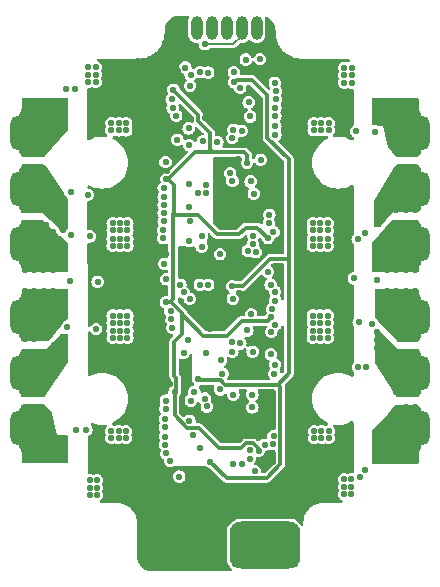
<source format=gbr>
%TF.GenerationSoftware,KiCad,Pcbnew,7.0.4*%
%TF.CreationDate,2023-05-25T14:45:12+03:00*%
%TF.ProjectId,fpv_findland_esc,6670765f-6669-46e6-946c-616e645f6573,Rev_0.2*%
%TF.SameCoordinates,Original*%
%TF.FileFunction,Copper,L3,Inr*%
%TF.FilePolarity,Positive*%
%FSLAX46Y46*%
G04 Gerber Fmt 4.6, Leading zero omitted, Abs format (unit mm)*
G04 Created by KiCad (PCBNEW 7.0.4) date 2023-05-25 14:45:12*
%MOMM*%
%LPD*%
G01*
G04 APERTURE LIST*
G04 Aperture macros list*
%AMRoundRect*
0 Rectangle with rounded corners*
0 $1 Rounding radius*
0 $2 $3 $4 $5 $6 $7 $8 $9 X,Y pos of 4 corners*
0 Add a 4 corners polygon primitive as box body*
4,1,4,$2,$3,$4,$5,$6,$7,$8,$9,$2,$3,0*
0 Add four circle primitives for the rounded corners*
1,1,$1+$1,$2,$3*
1,1,$1+$1,$4,$5*
1,1,$1+$1,$6,$7*
1,1,$1+$1,$8,$9*
0 Add four rect primitives between the rounded corners*
20,1,$1+$1,$2,$3,$4,$5,0*
20,1,$1+$1,$4,$5,$6,$7,0*
20,1,$1+$1,$6,$7,$8,$9,0*
20,1,$1+$1,$8,$9,$2,$3,0*%
G04 Aperture macros list end*
%TA.AperFunction,ComponentPad*%
%ADD10C,1.000000*%
%TD*%
%TA.AperFunction,ComponentPad*%
%ADD11RoundRect,0.750000X-0.750000X0.750000X-0.750000X-0.750000X0.750000X-0.750000X0.750000X0.750000X0*%
%TD*%
%TA.AperFunction,ComponentPad*%
%ADD12RoundRect,0.750000X0.750000X-0.750000X0.750000X0.750000X-0.750000X0.750000X-0.750000X-0.750000X0*%
%TD*%
%TA.AperFunction,ComponentPad*%
%ADD13RoundRect,1.000000X-2.000000X-1.000000X2.000000X-1.000000X2.000000X1.000000X-2.000000X1.000000X0*%
%TD*%
%TA.AperFunction,ComponentPad*%
%ADD14O,1.000000X2.000000*%
%TD*%
%TA.AperFunction,ViaPad*%
%ADD15C,0.550000*%
%TD*%
%TA.AperFunction,Conductor*%
%ADD16C,0.150000*%
%TD*%
%TA.AperFunction,Conductor*%
%ADD17C,0.300000*%
%TD*%
G04 APERTURE END LIST*
D10*
%TO.N,/Motor3/MotorOutA*%
%TO.C,J7*%
X152500000Y-71150000D03*
X151000000Y-71150000D03*
D11*
X151750000Y-71900000D03*
D10*
X152500000Y-72650000D03*
X151000000Y-72650000D03*
%TD*%
%TO.N,/Motor2/MotorOutA*%
%TO.C,J4*%
X120000000Y-61750000D03*
X118500000Y-61750000D03*
D11*
X119250000Y-62500000D03*
D10*
X120000000Y-63250000D03*
X118500000Y-63250000D03*
%TD*%
%TO.N,/Motor3/MotorOutB*%
%TO.C,J8*%
X152500000Y-66450000D03*
X151000000Y-66450000D03*
D11*
X151750000Y-67200000D03*
D10*
X152500000Y-67950000D03*
X151000000Y-67950000D03*
%TD*%
%TO.N,/Motor4/MotorOutC*%
%TO.C,J12*%
X151000000Y-78850000D03*
X152500000Y-78850000D03*
D12*
X151750000Y-78100000D03*
D10*
X151000000Y-77350000D03*
X152500000Y-77350000D03*
%TD*%
D13*
%TO.N,/VBAT*%
%TO.C,TP14*%
X139300000Y-97400000D03*
%TD*%
D10*
%TO.N,/Motor2/MotorOutB*%
%TO.C,J5*%
X120000000Y-66450000D03*
X118500000Y-66450000D03*
D11*
X119250000Y-67200000D03*
D10*
X120000000Y-67950000D03*
X118500000Y-67950000D03*
%TD*%
%TO.N,/Motor3/MotorOutC*%
%TO.C,J9*%
X152500000Y-61750000D03*
X151000000Y-61750000D03*
D11*
X151750000Y-62500000D03*
D10*
X152500000Y-63250000D03*
X151000000Y-63250000D03*
%TD*%
%TO.N,/Motor4/MotorOutB*%
%TO.C,J11*%
X151000000Y-83550000D03*
X152500000Y-83550000D03*
D12*
X151750000Y-82800000D03*
D10*
X151000000Y-82050000D03*
X152500000Y-82050000D03*
%TD*%
D13*
%TO.N,GND*%
%TO.C,TP13*%
X131700000Y-97400000D03*
%TD*%
D10*
%TO.N,/Motor1/MotorOutA*%
%TO.C,J1*%
X118500000Y-78850000D03*
X120000000Y-78850000D03*
D12*
X119250000Y-78100000D03*
D10*
X118500000Y-77350000D03*
X120000000Y-77350000D03*
%TD*%
%TO.N,/Motor4/MotorOutA*%
%TO.C,J10*%
X151000000Y-88250000D03*
X152500000Y-88250000D03*
D12*
X151750000Y-87500000D03*
D10*
X151000000Y-86750000D03*
X152500000Y-86750000D03*
%TD*%
%TO.N,/Motor1/MotorOutB*%
%TO.C,J2*%
X118500000Y-83550000D03*
X120000000Y-83550000D03*
D12*
X119250000Y-82800000D03*
D10*
X118500000Y-82050000D03*
X120000000Y-82050000D03*
%TD*%
D14*
%TO.N,/M4*%
%TO.C,J13*%
X138590000Y-53637500D03*
%TO.N,/M3*%
X137320000Y-53637500D03*
%TO.N,/M2*%
X136050000Y-53637500D03*
%TO.N,/M1*%
X134780000Y-53637500D03*
%TO.N,/VBAT*%
X133510000Y-53637500D03*
%TO.N,GND*%
X132240000Y-53637500D03*
%TD*%
D10*
%TO.N,/Motor2/MotorOutC*%
%TO.C,J6*%
X120000000Y-71150000D03*
X118500000Y-71150000D03*
D11*
X119250000Y-71900000D03*
D10*
X120000000Y-72650000D03*
X118500000Y-72650000D03*
%TD*%
%TO.N,/Motor1/MotorOutC*%
%TO.C,J3*%
X118500000Y-88250000D03*
X120000000Y-88250000D03*
D12*
X119250000Y-87500000D03*
D10*
X118500000Y-86750000D03*
X120000000Y-86750000D03*
%TD*%
D15*
%TO.N,GND*%
X134150000Y-97675000D03*
X133550000Y-98325000D03*
X138916052Y-63215676D03*
X130900000Y-72700000D03*
X135525000Y-77425000D03*
X144600000Y-67550000D03*
X136175000Y-86575000D03*
X131300000Y-91125000D03*
X127025000Y-81850000D03*
X140149003Y-80413160D03*
X127025000Y-68150500D03*
X140600000Y-56100000D03*
X144050000Y-59050000D03*
X133550000Y-96450000D03*
X124500000Y-62325000D03*
X130850000Y-75875000D03*
X134225000Y-60350000D03*
X136175000Y-88300000D03*
X127025000Y-75350000D03*
X143975000Y-81850000D03*
X139900000Y-55050000D03*
X144075000Y-90925000D03*
X127675000Y-92525000D03*
X125200000Y-62325000D03*
X127650000Y-75950000D03*
X133550000Y-97675000D03*
X133550000Y-98925000D03*
X129875000Y-95800000D03*
X127650000Y-74650000D03*
X129875000Y-97050000D03*
X143975000Y-74650000D03*
X127550000Y-59075000D03*
X139875000Y-65025000D03*
X143425000Y-59050000D03*
X135525000Y-78325000D03*
X139175000Y-90925000D03*
X127025000Y-67550000D03*
X144000000Y-93075000D03*
X144675000Y-59650000D03*
X126925000Y-59675000D03*
X129930408Y-56083415D03*
X126275000Y-90325000D03*
X133550000Y-95800000D03*
X127675000Y-91900000D03*
X127550000Y-57550000D03*
X134150000Y-96425000D03*
X136250000Y-64800000D03*
X132814926Y-82427719D03*
X140200000Y-73850000D03*
X144050000Y-59650000D03*
X135725000Y-70250000D03*
X129275000Y-96450000D03*
X127650000Y-82450000D03*
X126950000Y-57550000D03*
X139750000Y-53425000D03*
X126300000Y-59675000D03*
X134150000Y-98300000D03*
X133304851Y-72751549D03*
X129275000Y-98925000D03*
X143425000Y-57600000D03*
X144025000Y-58225000D03*
X144600000Y-81850000D03*
X143425000Y-59650000D03*
X129275000Y-97675000D03*
X127025000Y-75950000D03*
X144700000Y-90325000D03*
X143425000Y-56975000D03*
X136650000Y-68525000D03*
X135100000Y-55600000D03*
X143350000Y-75950000D03*
X140150000Y-72175000D03*
X134150000Y-95800000D03*
X143350000Y-67550000D03*
X142900000Y-56500000D03*
X127650000Y-81850000D03*
X129275000Y-98325000D03*
X127550000Y-56925000D03*
X135725000Y-68525000D03*
X127025000Y-74050000D03*
X131000000Y-65700000D03*
X126950000Y-58175000D03*
X137100000Y-87400000D03*
X143975000Y-82450000D03*
X137100000Y-86575000D03*
X144000000Y-92450000D03*
X133850000Y-78350000D03*
X127550000Y-58175000D03*
X143350000Y-82450000D03*
X144025000Y-56975000D03*
X144700000Y-90925000D03*
X136300000Y-72650000D03*
X126400000Y-81850000D03*
X143425000Y-58225000D03*
X143400000Y-92450000D03*
X144600000Y-74050000D03*
X126300000Y-59075000D03*
X131277911Y-83788804D03*
X127650000Y-68150000D03*
X143400000Y-91825000D03*
X130900000Y-55450000D03*
X127075000Y-91900000D03*
X126400000Y-74050000D03*
X134225000Y-61250000D03*
X127025000Y-82450000D03*
X138000000Y-83150000D03*
X130674500Y-78075000D03*
X131910150Y-57231529D03*
X129875000Y-96425000D03*
X127550000Y-59675000D03*
X139450000Y-72525000D03*
X129875000Y-98925000D03*
X134625000Y-77400000D03*
X135725000Y-69350000D03*
X140000000Y-90325000D03*
X126950000Y-56925000D03*
X132250000Y-82250000D03*
X145750000Y-87675000D03*
X138646800Y-82853200D03*
X143350000Y-74650000D03*
X127525000Y-90325000D03*
X129875000Y-97675000D03*
X127675000Y-93150000D03*
X127075000Y-92550000D03*
X137075000Y-88300000D03*
X144675000Y-59050000D03*
X133550000Y-97050000D03*
X129275000Y-97050000D03*
X143975000Y-68150000D03*
X126400000Y-75950000D03*
X129275000Y-95800000D03*
X144000000Y-91825000D03*
X127650000Y-67550000D03*
X131300000Y-53325000D03*
X126400000Y-75350000D03*
X146475000Y-87675000D03*
X143975000Y-67550000D03*
X135150000Y-59525000D03*
X127525000Y-90925000D03*
X144600000Y-74650000D03*
X138975000Y-55250000D03*
X144600000Y-82450000D03*
X140225000Y-57475000D03*
X134625000Y-79075500D03*
X144600000Y-68150000D03*
X137050000Y-64725000D03*
X143350000Y-68150000D03*
X143975000Y-75350000D03*
X126400000Y-82450000D03*
X136650000Y-69350000D03*
X136625000Y-70250000D03*
X133850000Y-77400000D03*
X143975000Y-74050000D03*
X126400000Y-74650000D03*
X126900000Y-90925000D03*
X127050000Y-74650000D03*
X135125000Y-61250000D03*
X136175000Y-87400000D03*
X143350000Y-75350000D03*
X143450000Y-90925000D03*
X127650000Y-74050000D03*
X134150000Y-97050000D03*
X131250000Y-54400000D03*
X144600000Y-75950000D03*
X143350000Y-74050000D03*
X126925000Y-59075000D03*
X141475000Y-56350000D03*
X143350000Y-81850000D03*
X143975000Y-75950000D03*
X126400000Y-68150000D03*
X127075000Y-93150000D03*
X134625000Y-78325000D03*
X128525000Y-56425000D03*
X137101760Y-76058885D03*
X126400000Y-67550000D03*
X126900000Y-90325000D03*
X134650000Y-72749500D03*
X144075000Y-90325000D03*
X134150000Y-98925000D03*
X130755746Y-83244254D03*
X135150000Y-60350000D03*
X126275000Y-90925000D03*
X143400000Y-93075000D03*
X129875000Y-98300000D03*
X144025000Y-57600000D03*
X134225000Y-59525000D03*
X143450000Y-90325000D03*
X144600000Y-75350000D03*
X139850000Y-56375000D03*
X127650000Y-75350000D03*
%TO.N,/Motor1/BEMF_COMMON*%
X130950000Y-89625000D03*
X133808012Y-89177717D03*
%TO.N,/Motor1/V_SENSE*%
X136600000Y-90500000D03*
%TO.N,/Motor1/CLOW*%
X137378231Y-90557769D03*
%TO.N,/Motor1/BLOW*%
X138006503Y-90082220D03*
%TO.N,/Motor1/MotorOutA*%
X122200000Y-76900000D03*
X120775000Y-79700000D03*
X119000000Y-75900000D03*
X121375000Y-76700000D03*
X122200000Y-77550000D03*
X120675000Y-76600000D03*
X121375000Y-79100000D03*
X120575000Y-75900000D03*
X119000000Y-79900000D03*
X119775000Y-75900000D03*
X131262827Y-90250654D03*
X121375000Y-77500000D03*
X119775000Y-79900000D03*
X121375000Y-75900000D03*
X138225000Y-84650000D03*
X121375000Y-78300000D03*
%TO.N,/Motor1/ALOW*%
X138037500Y-89337500D03*
%TO.N,/Motor1/MotorOutB*%
X135509082Y-84208375D03*
X122200000Y-81350000D03*
X121425000Y-80475000D03*
X119000000Y-84600000D03*
X122200000Y-80700000D03*
X121125000Y-83300000D03*
X132029559Y-91582185D03*
X120875000Y-81700000D03*
X119000000Y-81000000D03*
X119775000Y-84600000D03*
X121425000Y-81275000D03*
X119775000Y-81000000D03*
X120575000Y-81000000D03*
X121425000Y-82175000D03*
X120575000Y-84400000D03*
%TO.N,/Motor1/MotorOutC*%
X119000000Y-85700000D03*
X133325000Y-84400000D03*
X119775000Y-90200000D03*
X122200000Y-89300000D03*
X122200000Y-89950000D03*
X121375000Y-90200000D03*
X121375000Y-88600000D03*
X119775000Y-89500000D03*
X120675000Y-86000000D03*
X119000000Y-90200000D03*
X121375000Y-89400000D03*
X138424502Y-91125000D03*
X121075000Y-87800000D03*
X121075000Y-86900000D03*
X119000000Y-89500000D03*
X120575000Y-90200000D03*
X120575000Y-89400000D03*
X119775000Y-85700000D03*
%TO.N,/Motor1/CHIGH*%
X139263755Y-88881649D03*
%TO.N,/Motor1/BHIGH*%
X139971022Y-88843331D03*
%TO.N,/Motor1/AHIGH*%
X140019655Y-88145521D03*
%TO.N,/Motor2/MotorOutA*%
X130692344Y-71405860D03*
X119000000Y-64300000D03*
X122150000Y-62200000D03*
X121325000Y-59800000D03*
X119725000Y-64300000D03*
X122175000Y-61325000D03*
X121350000Y-63100000D03*
X122175000Y-60675000D03*
X138075000Y-66599500D03*
X121325000Y-60600000D03*
X121325000Y-61400000D03*
X119050000Y-59800000D03*
X120625000Y-64000000D03*
X119725000Y-60500000D03*
X120525000Y-59800000D03*
X119725000Y-59800000D03*
X119050000Y-60500000D03*
X120525000Y-60600000D03*
X121350000Y-62200000D03*
%TO.N,/Motor2/MotorOutB*%
X121400000Y-69675000D03*
X119725000Y-69000000D03*
X122175000Y-70700000D03*
X122200000Y-70000000D03*
X119000000Y-69000000D03*
X121100000Y-66375000D03*
X121400000Y-68900000D03*
X136349500Y-65880637D03*
X119725000Y-65400000D03*
X120525000Y-69000000D03*
X121400000Y-67825000D03*
X121125000Y-67175000D03*
X122200000Y-69350000D03*
X120525000Y-65600000D03*
X120825000Y-68300000D03*
X130775000Y-73575500D03*
X119000000Y-65400000D03*
%TO.N,/Motor2/MotorOutC*%
X121325000Y-74100000D03*
X122175000Y-73675000D03*
X119000000Y-74100000D03*
X122175000Y-73025000D03*
X133588984Y-67572300D03*
X120525000Y-74100000D03*
X121325000Y-71700000D03*
X135484016Y-72749500D03*
X119000000Y-70100000D03*
X119725000Y-70100000D03*
X119725000Y-74100000D03*
X120625000Y-73400000D03*
X120725000Y-70300000D03*
X121325000Y-73300000D03*
X121325000Y-72500000D03*
X121325000Y-70900000D03*
%TO.N,Net-(Q1-G)*%
X130875000Y-85850000D03*
X125125000Y-75100000D03*
%TO.N,Net-(Q2-G)*%
X130900000Y-85150000D03*
X122775000Y-75025000D03*
%TO.N,Net-(Q3-G)*%
X130825000Y-86725000D03*
X122575000Y-78950000D03*
%TO.N,Net-(Q4-G)*%
X124987500Y-79085500D03*
X130825000Y-87425000D03*
%TO.N,Net-(Q5-G)*%
X130850000Y-88200000D03*
X123325000Y-87600000D03*
%TO.N,Net-(Q6-G)*%
X130824621Y-88899042D03*
X124175000Y-87600000D03*
%TO.N,/Motor3/MotorOutA*%
X148825000Y-72450000D03*
X150200000Y-70300000D03*
X149600000Y-72500000D03*
X150300000Y-73400000D03*
X150400000Y-74100000D03*
X152000000Y-70100000D03*
X148825000Y-73100000D03*
X149600000Y-73300000D03*
X152000000Y-74100000D03*
X149600000Y-74100000D03*
X149600000Y-71700000D03*
X151200000Y-74100000D03*
X140125500Y-58253609D03*
X131875000Y-63050000D03*
X151200000Y-70100000D03*
X149600000Y-70900000D03*
%TO.N,/Motor3/MotorOutB*%
X151200000Y-69000000D03*
X138925000Y-64750000D03*
X151200000Y-65400000D03*
X148800000Y-68700000D03*
X149450000Y-68675000D03*
X149800000Y-67000000D03*
X149925000Y-68225000D03*
X138875000Y-56225000D03*
X150400000Y-65600000D03*
X148800000Y-69350000D03*
X149450000Y-69475000D03*
X135256007Y-63243993D03*
X152000000Y-65400000D03*
X150400000Y-69000000D03*
X149450000Y-67775000D03*
X152000000Y-69000000D03*
%TO.N,/Motor3/MotorOutC*%
X152000000Y-59800000D03*
X149900000Y-63100000D03*
X149600000Y-61400000D03*
X151200000Y-59800000D03*
X152000000Y-60500000D03*
X148850000Y-60075000D03*
X150300000Y-64000000D03*
X149900000Y-62200000D03*
X148850000Y-60725000D03*
X151200000Y-64300000D03*
X149600000Y-59800000D03*
X150400000Y-59800000D03*
X149600000Y-60600000D03*
X152000000Y-64300000D03*
X136626347Y-62215578D03*
X132550498Y-56950000D03*
X151200000Y-60500000D03*
X150400000Y-60600000D03*
%TO.N,/Motor4/MotorOutA*%
X148800000Y-88650000D03*
X149625000Y-90200000D03*
X132400000Y-81125000D03*
X150425000Y-90200000D03*
X151225000Y-85700000D03*
X149625000Y-89400000D03*
X148825000Y-87775000D03*
X152000000Y-85700000D03*
X152000000Y-89500000D03*
X149625000Y-87875000D03*
X148800000Y-89300000D03*
X149250000Y-87250000D03*
X151225000Y-90200000D03*
X149625000Y-88600000D03*
X150325000Y-86000000D03*
X139775000Y-75350000D03*
X151225000Y-89500000D03*
X150425000Y-89400000D03*
X152000000Y-90200000D03*
X149800000Y-86675000D03*
%TO.N,/Motor4/MotorOutB*%
X139541810Y-74243011D03*
X150425000Y-81000000D03*
X149500000Y-80200000D03*
X150425000Y-84400000D03*
X152000000Y-84600000D03*
X151225000Y-81000000D03*
X151225000Y-84600000D03*
X149500000Y-82375000D03*
X152000000Y-81000000D03*
X148800000Y-80050000D03*
X149925000Y-81725000D03*
X148800000Y-79375000D03*
X149925000Y-83000000D03*
X135575000Y-81750000D03*
X149500000Y-81000000D03*
X148800000Y-80700000D03*
%TO.N,/Motor4/MotorOutC*%
X149625000Y-78300000D03*
X150425000Y-75900000D03*
X152000000Y-75900000D03*
X132126149Y-75338169D03*
X148825000Y-76900000D03*
X149800000Y-78975000D03*
X149625000Y-76700000D03*
X140078200Y-82871800D03*
X150400000Y-79575000D03*
X148825000Y-76250000D03*
X152000000Y-79900000D03*
X150325000Y-76600000D03*
X151225000Y-75900000D03*
X149625000Y-75900000D03*
X137214500Y-80314904D03*
X149625000Y-77500000D03*
X151225000Y-79900000D03*
%TO.N,Net-(Q7-G)*%
X122450000Y-58775000D03*
X130725000Y-67150000D03*
%TO.N,/Motor1/GHA*%
X133025000Y-85150000D03*
X138225000Y-85725500D03*
%TO.N,/Motor1/GHB*%
X136609773Y-84654279D03*
X132900500Y-86850834D03*
%TO.N,/Motor1/GHC*%
X134375500Y-85650500D03*
X133173063Y-88037998D03*
%TO.N,Net-(Q8-G)*%
X123225000Y-58775000D03*
X130725000Y-67875497D03*
%TO.N,Net-(Q9-G)*%
X122875000Y-67475000D03*
X130725000Y-68575000D03*
%TO.N,Net-(Q10-G)*%
X130725000Y-69274503D03*
X124300000Y-67725000D03*
%TO.N,Net-(Q11-G)*%
X122875000Y-71150000D03*
X130725000Y-69975000D03*
%TO.N,Net-(Q12-G)*%
X130700000Y-70700000D03*
X124450000Y-71250000D03*
%TO.N,Net-(Q13-G)*%
X140175000Y-62625000D03*
X148800000Y-74950000D03*
%TO.N,Net-(Q14-G)*%
X146825000Y-74800000D03*
X140175000Y-61925000D03*
%TO.N,Net-(Q15-G)*%
X140175000Y-61050000D03*
X147150000Y-71485500D03*
%TO.N,Net-(Q16-G)*%
X140175000Y-60350000D03*
X147725000Y-71000000D03*
%TO.N,Net-(Q17-G)*%
X140200008Y-59650945D03*
X148650000Y-62400000D03*
%TO.N,Net-(Q18-G)*%
X140225044Y-58951891D03*
X147025000Y-62339500D03*
%TO.N,Net-(Q19-G)*%
X140149500Y-82100000D03*
X147372650Y-91609407D03*
%TO.N,Net-(Q20-G)*%
X139788364Y-81216590D03*
X147776464Y-91038235D03*
%TO.N,Net-(Q21-G)*%
X139825000Y-79325000D03*
X147875500Y-82314500D03*
%TO.N,Net-(Q22-G)*%
X140173803Y-78715462D03*
X147175997Y-82314500D03*
%TO.N,Net-(Q23-G)*%
X148350000Y-78650000D03*
X139927481Y-77386292D03*
%TO.N,Net-(Q24-G)*%
X147225000Y-78514500D03*
X140170509Y-76679491D03*
%TO.N,/Motor2/GHA*%
X132897485Y-66778521D03*
X138350000Y-67625500D03*
%TO.N,/Motor2/GHB*%
X136544030Y-66552546D03*
X132853200Y-68728200D03*
%TO.N,/Motor2/GHC*%
X134325500Y-67575500D03*
X132964843Y-69979685D03*
%TO.N,/Motor2/BEMFC_1*%
X133941124Y-72115277D03*
%TO.N,/Motor2/BEMF_COMMON*%
X130950500Y-74875000D03*
%TO.N,/Motor2/BEMFA_1*%
X132900000Y-71650000D03*
%TO.N,/Motor2/BEMFB_1*%
X133925000Y-71225000D03*
%TO.N,/Motor3/GHA*%
X137334156Y-62302754D03*
X132825500Y-62099500D03*
%TO.N,/Motor3/GHB*%
X138038139Y-61097109D03*
X134031743Y-63206243D03*
%TO.N,/Motor3/GHC*%
X137907289Y-59899500D03*
X136526521Y-62907921D03*
%TO.N,/Motor3/BEMF_COMMON*%
X137192765Y-58689228D03*
X137675000Y-56275000D03*
%TO.N,/Motor4/GHA*%
X132750500Y-80049500D03*
X138250000Y-81000500D03*
%TO.N,/Motor4/GHB*%
X137795903Y-79215000D03*
X134321584Y-81123649D03*
%TO.N,/Motor4/GHC*%
X138124503Y-77825498D03*
X136524500Y-80200000D03*
%TO.N,/Motor4/BEMF_COMMON*%
X136580632Y-76525500D03*
X140151684Y-75939418D03*
%TO.N,/Motor2/V_SENSE*%
X138532041Y-72578173D03*
%TO.N,/Motor2/CLOW*%
X137840266Y-72474500D03*
%TO.N,/Motor2/BLOW*%
X138266760Y-71873212D03*
%TO.N,/Motor2/ALOW*%
X138300000Y-71174500D03*
%TO.N,/Motor2/CHIGH*%
X140017942Y-70880064D03*
%TO.N,/Motor2/BHIGH*%
X139624500Y-70125500D03*
%TO.N,/Motor2/AHIGH*%
X139673707Y-69427730D03*
%TO.N,/Motor3/V_SENSE*%
X134484800Y-57378449D03*
%TO.N,/Motor3/CLOW*%
X133785897Y-57349502D03*
%TO.N,/Motor3/BLOW*%
X133000000Y-57550000D03*
%TO.N,/Motor3/ALOW*%
X132950000Y-58500000D03*
%TO.N,/Motor3/CHIGH*%
X131399500Y-59640514D03*
%TO.N,/VBAT*%
X125075000Y-93150000D03*
X126400000Y-70150000D03*
X144600000Y-78550000D03*
X136800000Y-98375000D03*
X146000000Y-92450000D03*
X135700000Y-82875000D03*
X124475000Y-93150000D03*
X125075000Y-92525000D03*
X127025000Y-70750000D03*
X136800000Y-97725000D03*
X143425000Y-62250000D03*
X143350000Y-79250000D03*
X136800000Y-95850000D03*
X136800000Y-96500000D03*
X144600000Y-79250000D03*
X143350000Y-79850000D03*
X144600000Y-72050000D03*
X144700000Y-87725000D03*
X144050000Y-61650000D03*
X141800000Y-99000000D03*
X127550000Y-62275000D03*
X143350000Y-70150000D03*
X146025000Y-56975000D03*
X124350000Y-56925000D03*
X144600000Y-79850000D03*
X127650000Y-77950000D03*
X124350000Y-58175000D03*
X127025000Y-79250000D03*
X137400000Y-98975000D03*
X127650000Y-72050000D03*
X146625000Y-56975000D03*
X127025000Y-72050000D03*
X127025000Y-78550000D03*
X136800000Y-98975000D03*
X144050000Y-62250000D03*
X143350000Y-72050000D03*
X126300000Y-61675000D03*
X126925000Y-62275000D03*
X144075000Y-87725000D03*
X146600000Y-91825000D03*
X141800000Y-96500000D03*
X124950000Y-57550000D03*
X143450000Y-87725000D03*
X126900000Y-87725000D03*
X127525000Y-87725000D03*
X127025000Y-70150000D03*
X137400000Y-97100000D03*
X126400000Y-72050000D03*
X136800000Y-97100000D03*
X141200000Y-98400000D03*
X127025000Y-77950000D03*
X143425000Y-61650000D03*
X137400000Y-95850000D03*
X143350000Y-71450000D03*
X126400000Y-77950000D03*
X141800000Y-97125000D03*
X146625000Y-57600000D03*
X127525000Y-88325000D03*
X144600000Y-70150000D03*
X143975000Y-78550000D03*
X141800000Y-95875000D03*
X127650000Y-71450000D03*
X143975000Y-79850000D03*
X137400000Y-97725000D03*
X126275000Y-87725000D03*
X146600000Y-93075000D03*
X143350000Y-77950000D03*
X143975000Y-70150000D03*
X144600000Y-71450000D03*
X127650000Y-79250000D03*
X144675000Y-62250000D03*
X143975000Y-70750000D03*
X144675000Y-61650000D03*
X146625000Y-58225000D03*
X126400000Y-79850000D03*
X143975000Y-77950000D03*
X127650000Y-79850000D03*
X143450000Y-88325000D03*
X127650000Y-70750000D03*
X126400000Y-79250000D03*
X141200000Y-97750000D03*
X143975000Y-79250000D03*
X124350000Y-57550000D03*
X141800000Y-97750000D03*
X124475000Y-91900000D03*
X144700000Y-88325000D03*
X126925000Y-61675000D03*
X141200000Y-96525000D03*
X126400000Y-78550000D03*
X124475000Y-92525000D03*
X130874500Y-64955900D03*
X146025000Y-57600000D03*
X127650000Y-78550000D03*
X143975000Y-72050000D03*
X143350000Y-70750000D03*
X144600000Y-77950000D03*
X143975000Y-71450000D03*
X141200000Y-99000000D03*
X137400000Y-98350000D03*
X141200000Y-97125000D03*
X126300000Y-62275000D03*
X126275000Y-88325000D03*
X143350000Y-78550000D03*
X146000000Y-91825000D03*
X126900000Y-88325000D03*
X146600000Y-92450000D03*
X146000000Y-93075000D03*
X127025000Y-79850000D03*
X146025000Y-58225000D03*
X141200000Y-95875000D03*
X124950000Y-58175000D03*
X144075000Y-88325000D03*
X126400000Y-70750000D03*
X144600000Y-70750000D03*
X127650000Y-70150000D03*
X125075000Y-91900000D03*
X137400000Y-96475000D03*
X126400000Y-71450000D03*
X141800000Y-98375000D03*
X124950000Y-56925000D03*
X127025000Y-71450000D03*
X127550000Y-61675000D03*
%TO.N,/M4*%
X134325500Y-66875997D03*
%TO.N,/M3*%
X134193294Y-84975145D03*
X134200000Y-54975000D03*
%TO.N,/M2*%
X132875500Y-63525000D03*
X136659239Y-57327718D03*
%TO.N,/M1*%
X136525000Y-81000000D03*
%TO.N,/Motor3/BHIGH*%
X131471997Y-60340016D03*
%TO.N,/Motor3/AHIGH*%
X131781605Y-61030163D03*
%TO.N,/Motor4/V_SENSE*%
X134486987Y-75347840D03*
%TO.N,/Motor4/CLOW*%
X133787486Y-75349500D03*
%TO.N,/Motor4/BLOW*%
X132399500Y-75982048D03*
%TO.N,/Motor4/ALOW*%
X132934450Y-76525500D03*
%TO.N,/Motor4/CHIGH*%
X131299403Y-77584170D03*
%TO.N,/Motor4/BHIGH*%
X131366161Y-78280480D03*
%TO.N,/Motor4/AHIGH*%
X131449503Y-78975000D03*
%TO.N,/3.3V*%
X139824957Y-78109154D03*
X138771871Y-89378997D03*
X131642300Y-84385900D03*
X139550000Y-71400000D03*
X137774324Y-65015468D03*
X131550000Y-58817500D03*
X130900000Y-76825000D03*
X130950000Y-66400000D03*
%TO.N,/5V*%
X136499500Y-75450000D03*
X134668246Y-90325500D03*
X136696364Y-58196390D03*
X133646479Y-83347485D03*
%TD*%
D16*
%TO.N,/M3*%
X136595000Y-54975000D02*
X137320000Y-54250000D01*
X137320000Y-54250000D02*
X137320000Y-53750000D01*
X134200000Y-54975000D02*
X136595000Y-54975000D01*
D17*
%TO.N,/3.3V*%
X131247340Y-76825000D02*
X130900000Y-76825000D01*
X137650000Y-70500000D02*
X137075000Y-71075000D01*
X139534111Y-78400000D02*
X137325000Y-78400000D01*
X133687998Y-87462998D02*
X135400000Y-89175000D01*
X139824957Y-78109154D02*
X139534111Y-78400000D01*
X135275000Y-71075000D02*
X133600000Y-69400000D01*
X134650000Y-63850000D02*
X134925000Y-64125000D01*
X134650000Y-62488173D02*
X134650000Y-63850000D01*
X131642300Y-84385900D02*
X131777911Y-84250289D01*
X133388173Y-64125000D02*
X137550000Y-64125000D01*
X136074500Y-79650500D02*
X134072840Y-79650500D01*
X132275000Y-77725000D02*
X131375000Y-76825000D01*
X130950000Y-66400000D02*
X131113173Y-66400000D01*
X131700000Y-69400000D02*
X131575000Y-69275000D01*
X132699491Y-87462998D02*
X133687998Y-87462998D01*
X132275000Y-79500000D02*
X132275000Y-77852660D01*
X131575000Y-69275000D02*
X131575000Y-66875000D01*
X132275000Y-77852660D02*
X132275000Y-77725000D01*
X137275000Y-89175000D02*
X137687500Y-88762500D01*
X139550000Y-71400000D02*
X138650000Y-70500000D01*
X137774324Y-64349324D02*
X137774324Y-65015468D01*
X131100000Y-66400000D02*
X130950000Y-66400000D01*
X138771871Y-89246871D02*
X138771871Y-89378997D01*
X131375000Y-76825000D02*
X131247340Y-76825000D01*
X133650000Y-60950000D02*
X133650000Y-61488173D01*
X131113173Y-66400000D02*
X133388173Y-64125000D01*
X131575000Y-66875000D02*
X131100000Y-66400000D01*
X131525000Y-69325000D02*
X131575000Y-69275000D01*
X131550000Y-58850000D02*
X133650000Y-60950000D01*
X131247340Y-76825000D02*
X131525000Y-76547340D01*
X131525000Y-76547340D02*
X131525000Y-69325000D01*
X134072840Y-79650500D02*
X132275000Y-77852660D01*
X131600000Y-83050000D02*
X131600000Y-80175000D01*
X137075000Y-71075000D02*
X135275000Y-71075000D01*
X133600000Y-69400000D02*
X131700000Y-69400000D01*
X131550000Y-58817500D02*
X131550000Y-58850000D01*
X131642300Y-84385900D02*
X131642300Y-86405807D01*
X131777911Y-84250289D02*
X131777911Y-83227911D01*
X138650000Y-70500000D02*
X137650000Y-70500000D01*
X138287500Y-88762500D02*
X138771871Y-89246871D01*
X131642300Y-86405807D02*
X132699491Y-87462998D01*
X133650000Y-61488173D02*
X134650000Y-62488173D01*
X137325000Y-78400000D02*
X136074500Y-79650500D01*
X137550000Y-64125000D02*
X137774324Y-64349324D01*
X131600000Y-80175000D02*
X132275000Y-79500000D01*
X137687500Y-88762500D02*
X138287500Y-88762500D01*
X135400000Y-89175000D02*
X137275000Y-89175000D01*
X131777911Y-83227911D02*
X131600000Y-83050000D01*
%TO.N,/5V*%
X136042746Y-91700000D02*
X139438173Y-91700000D01*
X136499500Y-75450000D02*
X137425000Y-75450000D01*
X140594655Y-90543518D02*
X140594655Y-84021695D01*
X135914900Y-83801020D02*
X140373980Y-83801020D01*
X141325000Y-73125000D02*
X141325000Y-71482107D01*
X135733375Y-83633375D02*
X135747255Y-83633375D01*
X136892754Y-58000000D02*
X138200000Y-58000000D01*
X141325000Y-64725000D02*
X141325000Y-71482107D01*
X135747255Y-83633375D02*
X135914900Y-83801020D01*
X139500000Y-59300000D02*
X139500000Y-62900000D01*
X139750000Y-73125000D02*
X141325000Y-73125000D01*
X138200000Y-58000000D02*
X139500000Y-59300000D01*
X137425000Y-75450000D02*
X139750000Y-73125000D01*
X140594655Y-84021695D02*
X140373980Y-83801020D01*
X134668246Y-90325500D02*
X136042746Y-91700000D01*
X141325000Y-71482107D02*
X141325000Y-82850000D01*
X133748994Y-83450000D02*
X135550000Y-83450000D01*
X139500000Y-62900000D02*
X141325000Y-64725000D01*
X133646479Y-83347485D02*
X133748994Y-83450000D01*
X141325000Y-82850000D02*
X140373980Y-83801020D01*
X136696364Y-58196390D02*
X136892754Y-58000000D01*
X135550000Y-83450000D02*
X135733375Y-83633375D01*
X139438173Y-91700000D02*
X140594655Y-90543518D01*
%TD*%
%TA.AperFunction,Conductor*%
%TO.N,/Motor1/MotorOutB*%
G36*
X122537406Y-79525521D02*
G01*
X122541597Y-79526068D01*
X122542039Y-79526126D01*
X122605968Y-79554316D01*
X122644509Y-79612594D01*
X122650000Y-79649084D01*
X122650000Y-81836146D01*
X122630315Y-81903185D01*
X122627827Y-81906907D01*
X120636997Y-84771761D01*
X120582576Y-84815580D01*
X120535170Y-84825000D01*
X118786572Y-84825000D01*
X118719533Y-84805315D01*
X118673778Y-84752511D01*
X118668836Y-84739909D01*
X118607104Y-84603648D01*
X118524403Y-84492141D01*
X118500278Y-84426569D01*
X118500000Y-84418273D01*
X118500000Y-81181648D01*
X118519685Y-81114609D01*
X118524406Y-81107777D01*
X118565514Y-81052354D01*
X118607050Y-80996355D01*
X118668774Y-80860165D01*
X118668775Y-80860159D01*
X118668799Y-80860089D01*
X118668825Y-80860050D01*
X118671498Y-80854154D01*
X118672566Y-80854638D01*
X118708527Y-80802612D01*
X118773021Y-80775739D01*
X118786536Y-80775000D01*
X120849999Y-80775000D01*
X120850000Y-80775000D01*
X121912967Y-79567082D01*
X121972033Y-79529759D01*
X122006056Y-79525000D01*
X122529378Y-79525000D01*
X122537406Y-79525521D01*
G37*
%TD.AperFunction*%
%TD*%
%TA.AperFunction,Conductor*%
%TO.N,/Motor4/MotorOutA*%
G36*
X152291017Y-85519685D02*
G01*
X152336772Y-85572489D01*
X152336924Y-85572822D01*
X152355993Y-85614907D01*
X152392906Y-85696371D01*
X152392908Y-85696374D01*
X152392910Y-85696377D01*
X152475596Y-85807862D01*
X152499722Y-85873435D01*
X152500000Y-85881731D01*
X152500000Y-89118216D01*
X152480315Y-89185255D01*
X152475600Y-89192080D01*
X152392880Y-89303619D01*
X152392876Y-89303627D01*
X152331164Y-89439856D01*
X152299610Y-89586047D01*
X152299538Y-89634492D01*
X152299500Y-89635175D01*
X152299500Y-90376000D01*
X152279815Y-90443039D01*
X152227011Y-90488794D01*
X152175500Y-90500000D01*
X148474000Y-90500000D01*
X148406961Y-90480315D01*
X148361206Y-90427511D01*
X148350000Y-90376000D01*
X148350000Y-87823875D01*
X148369685Y-87756836D01*
X148383340Y-87739278D01*
X149750000Y-86275000D01*
X150337775Y-85546159D01*
X150395182Y-85506331D01*
X150434298Y-85500000D01*
X152223978Y-85500000D01*
X152291017Y-85519685D01*
G37*
%TD.AperFunction*%
%TD*%
%TA.AperFunction,Conductor*%
%TO.N,/Motor4/MotorOutC*%
G36*
X152242539Y-75719685D02*
G01*
X152288294Y-75772489D01*
X152299500Y-75824000D01*
X152299500Y-75887901D01*
X152299408Y-75888211D01*
X152299500Y-75944217D01*
X152299500Y-75964918D01*
X152299534Y-75965521D01*
X152299614Y-76013986D01*
X152331188Y-76160163D01*
X152392910Y-76296377D01*
X152475596Y-76407859D01*
X152499722Y-76473431D01*
X152500000Y-76481728D01*
X152500000Y-79718216D01*
X152480315Y-79785255D01*
X152475600Y-79792080D01*
X152392880Y-79903619D01*
X152392876Y-79903627D01*
X152331164Y-80039856D01*
X152328509Y-80052161D01*
X152295124Y-80113538D01*
X152233855Y-80147123D01*
X152207300Y-80150000D01*
X150578187Y-80150000D01*
X150511148Y-80130315D01*
X150488342Y-80111462D01*
X148892195Y-78433461D01*
X148867480Y-78395454D01*
X148852698Y-78359767D01*
X148760451Y-78239549D01*
X148640233Y-78147302D01*
X148640229Y-78147300D01*
X148640225Y-78147297D01*
X148636989Y-78145428D01*
X148634807Y-78143139D01*
X148633785Y-78142355D01*
X148633907Y-78142195D01*
X148588778Y-78094855D01*
X148575000Y-78038047D01*
X148575000Y-75824000D01*
X148594685Y-75756961D01*
X148647489Y-75711206D01*
X148699000Y-75700000D01*
X152175500Y-75700000D01*
X152242539Y-75719685D01*
G37*
%TD.AperFunction*%
%TD*%
%TA.AperFunction,Conductor*%
%TO.N,/Motor3/MotorOutC*%
G36*
X152242539Y-59519685D02*
G01*
X152288294Y-59572489D01*
X152299500Y-59624000D01*
X152299500Y-60287900D01*
X152299407Y-60288214D01*
X152299500Y-60344829D01*
X152299500Y-60364951D01*
X152299533Y-60365534D01*
X152299613Y-60413985D01*
X152331186Y-60560158D01*
X152392906Y-60696371D01*
X152392908Y-60696374D01*
X152392910Y-60696377D01*
X152475596Y-60807862D01*
X152499722Y-60873435D01*
X152500000Y-60881731D01*
X152500000Y-64118216D01*
X152480315Y-64185255D01*
X152475600Y-64192080D01*
X152392880Y-64303619D01*
X152392876Y-64303627D01*
X152367333Y-64360015D01*
X152342015Y-64415905D01*
X152336913Y-64427167D01*
X152291320Y-64480110D01*
X152224341Y-64499999D01*
X152223962Y-64500000D01*
X150434298Y-64500000D01*
X150367259Y-64480315D01*
X150337775Y-64453841D01*
X150121173Y-64185255D01*
X149767407Y-63746585D01*
X149743446Y-63698058D01*
X149300000Y-61875000D01*
X149299999Y-61875000D01*
X148911057Y-61875000D01*
X148863605Y-61865561D01*
X148800239Y-61839314D01*
X148800234Y-61839312D01*
X148650001Y-61819534D01*
X148649999Y-61819534D01*
X148573623Y-61829589D01*
X148499764Y-61839313D01*
X148499763Y-61839313D01*
X148491706Y-61840374D01*
X148491297Y-61837271D01*
X148436204Y-61835941D01*
X148378354Y-61796759D01*
X148350872Y-61732522D01*
X148350000Y-61717842D01*
X148350000Y-59624000D01*
X148369685Y-59556961D01*
X148422489Y-59511206D01*
X148474000Y-59500000D01*
X152175500Y-59500000D01*
X152242539Y-59519685D01*
G37*
%TD.AperFunction*%
%TD*%
%TA.AperFunction,Conductor*%
%TO.N,/Motor2/MotorOutC*%
G36*
X120493251Y-69869685D02*
G01*
X120510705Y-69883243D01*
X121635364Y-70930339D01*
X121665428Y-70973638D01*
X121672302Y-70990233D01*
X121764549Y-71110451D01*
X121884767Y-71202698D01*
X121884770Y-71202699D01*
X121884771Y-71202700D01*
X121941795Y-71226320D01*
X121978839Y-71250126D01*
X122610496Y-71838220D01*
X122646148Y-71898309D01*
X122650000Y-71928975D01*
X122650000Y-74176000D01*
X122630315Y-74243039D01*
X122577511Y-74288794D01*
X122526000Y-74300000D01*
X120325000Y-74300000D01*
X118824500Y-74300000D01*
X118757461Y-74280315D01*
X118711706Y-74227511D01*
X118700500Y-74176000D01*
X118700500Y-74112209D01*
X118700663Y-74111652D01*
X118700578Y-74060787D01*
X118700579Y-74060787D01*
X118700455Y-73986008D01*
X118668874Y-73839822D01*
X118633314Y-73761354D01*
X118607142Y-73703603D01*
X118607141Y-73703602D01*
X118607140Y-73703599D01*
X118524409Y-73592072D01*
X118500278Y-73526502D01*
X118500000Y-73518196D01*
X118500000Y-70281648D01*
X118519685Y-70214609D01*
X118524406Y-70207776D01*
X118532264Y-70197182D01*
X118607051Y-70096354D01*
X118668774Y-69960164D01*
X118671446Y-69947801D01*
X118704850Y-69886435D01*
X118766128Y-69852869D01*
X118792647Y-69850000D01*
X120426212Y-69850000D01*
X120493251Y-69869685D01*
G37*
%TD.AperFunction*%
%TD*%
%TA.AperFunction,Conductor*%
%TO.N,/Motor2/MotorOutB*%
G36*
X120602209Y-65169685D02*
G01*
X120636995Y-65203237D01*
X120899941Y-65581622D01*
X122298345Y-67593960D01*
X122309690Y-67618354D01*
X122311203Y-67617728D01*
X122314313Y-67625236D01*
X122372302Y-67765233D01*
X122464549Y-67885451D01*
X122503193Y-67915104D01*
X122527120Y-67933464D01*
X122553460Y-67961077D01*
X122627827Y-68068092D01*
X122649919Y-68134377D01*
X122650000Y-68138854D01*
X122650000Y-70538048D01*
X122630315Y-70605087D01*
X122588004Y-70645433D01*
X122584770Y-70647299D01*
X122464547Y-70739550D01*
X122455387Y-70751489D01*
X122398958Y-70792690D01*
X122357013Y-70800000D01*
X122053173Y-70800000D01*
X121986134Y-70780315D01*
X121963346Y-70761481D01*
X121850328Y-70642717D01*
X121833010Y-70616083D01*
X121831761Y-70616805D01*
X121827696Y-70609763D01*
X121735451Y-70489549D01*
X121628669Y-70407612D01*
X121614329Y-70394717D01*
X121145414Y-69901960D01*
X121141135Y-69896957D01*
X121135448Y-69889545D01*
X121134376Y-69888473D01*
X121121934Y-69877287D01*
X120525000Y-69250000D01*
X120524999Y-69250000D01*
X118792749Y-69250000D01*
X118725710Y-69230315D01*
X118679955Y-69177511D01*
X118671545Y-69152185D01*
X118668874Y-69139820D01*
X118607138Y-69003596D01*
X118524407Y-68892072D01*
X118500278Y-68826506D01*
X118500000Y-68818227D01*
X118499999Y-65581618D01*
X118519684Y-65514583D01*
X118524387Y-65507775D01*
X118607040Y-65396328D01*
X118657906Y-65284086D01*
X118668765Y-65260126D01*
X118668767Y-65260120D01*
X118668766Y-65260120D01*
X118668768Y-65260118D01*
X118671430Y-65247799D01*
X118704834Y-65186434D01*
X118766113Y-65152869D01*
X118792631Y-65150000D01*
X120535170Y-65150000D01*
X120602209Y-65169685D01*
G37*
%TD.AperFunction*%
%TD*%
%TA.AperFunction,Conductor*%
%TO.N,/Motor3/MotorOutA*%
G36*
X152274355Y-69869685D02*
G01*
X152320110Y-69922489D01*
X152328520Y-69947818D01*
X152331184Y-69960150D01*
X152331187Y-69960161D01*
X152358484Y-70020404D01*
X152392906Y-70096371D01*
X152392908Y-70096374D01*
X152392910Y-70096377D01*
X152475596Y-70207862D01*
X152499722Y-70273435D01*
X152500000Y-70281731D01*
X152500000Y-73518218D01*
X152480315Y-73585257D01*
X152475599Y-73592083D01*
X152392885Y-73703613D01*
X152392882Y-73703616D01*
X152331165Y-73839854D01*
X152299610Y-73986046D01*
X152299538Y-74034492D01*
X152299500Y-74035175D01*
X152299500Y-74176000D01*
X152279815Y-74243039D01*
X152227011Y-74288794D01*
X152175500Y-74300000D01*
X150675015Y-74300000D01*
X148472667Y-74276319D01*
X148405843Y-74255915D01*
X148360658Y-74202622D01*
X148350000Y-74152326D01*
X148350000Y-71920148D01*
X148369685Y-71853109D01*
X148379020Y-71840430D01*
X150012835Y-69894269D01*
X150071013Y-69855583D01*
X150107803Y-69850000D01*
X152207316Y-69850000D01*
X152274355Y-69869685D01*
G37*
%TD.AperFunction*%
%TD*%
%TA.AperFunction,Conductor*%
%TO.N,/Motor1/MotorOutA*%
G36*
X122593039Y-75694685D02*
G01*
X122638794Y-75747489D01*
X122650000Y-75799000D01*
X122650000Y-78054850D01*
X122630315Y-78121889D01*
X122620970Y-78134579D01*
X122417211Y-78377290D01*
X122369697Y-78412121D01*
X122284767Y-78447302D01*
X122164549Y-78539549D01*
X122072300Y-78659770D01*
X122014313Y-78799762D01*
X122014313Y-78799763D01*
X122010062Y-78832051D01*
X121982094Y-78895592D01*
X120987167Y-80080728D01*
X120928986Y-80119417D01*
X120892196Y-80125000D01*
X118786574Y-80125000D01*
X118719535Y-80105315D01*
X118673780Y-80052511D01*
X118668831Y-80039892D01*
X118668821Y-80039862D01*
X118607109Y-79903635D01*
X118607107Y-79903630D01*
X118607103Y-79903624D01*
X118607101Y-79903621D01*
X118524401Y-79792107D01*
X118500277Y-79726534D01*
X118500000Y-79718243D01*
X118500000Y-76481647D01*
X118519685Y-76414608D01*
X118524407Y-76407774D01*
X118565514Y-76352354D01*
X118607047Y-76296360D01*
X118668773Y-76160168D01*
X118700364Y-76014016D01*
X118700418Y-75983990D01*
X118700452Y-75965641D01*
X118700500Y-75964813D01*
X118700500Y-75939179D01*
X118700500Y-75938949D01*
X118700509Y-75899371D01*
X118700508Y-75899369D01*
X118700511Y-75887378D01*
X118700500Y-75887254D01*
X118700500Y-75799000D01*
X118720185Y-75731961D01*
X118772989Y-75686206D01*
X118824500Y-75675000D01*
X122526000Y-75675000D01*
X122593039Y-75694685D01*
G37*
%TD.AperFunction*%
%TD*%
%TA.AperFunction,Conductor*%
%TO.N,/Motor2/MotorOutA*%
G36*
X122593039Y-59519685D02*
G01*
X122638794Y-59572489D01*
X122650000Y-59624000D01*
X122650000Y-62176124D01*
X122630315Y-62243163D01*
X122616651Y-62260731D01*
X121250011Y-63724986D01*
X121249996Y-63725003D01*
X120662225Y-64453841D01*
X120604818Y-64493669D01*
X120565702Y-64500000D01*
X118776021Y-64500000D01*
X118708982Y-64480315D01*
X118663227Y-64427511D01*
X118663070Y-64427167D01*
X118639073Y-64374195D01*
X118607107Y-64303630D01*
X118524399Y-64192106D01*
X118500277Y-64126535D01*
X118500000Y-64118272D01*
X118500000Y-60881648D01*
X118519685Y-60814609D01*
X118524406Y-60807776D01*
X118565514Y-60752354D01*
X118607051Y-60696354D01*
X118668774Y-60560164D01*
X118700364Y-60414015D01*
X118700418Y-60383992D01*
X118700452Y-60365641D01*
X118700500Y-60364813D01*
X118700500Y-60339179D01*
X118700500Y-60338949D01*
X118700509Y-60299371D01*
X118700508Y-60299369D01*
X118700511Y-60287378D01*
X118700500Y-60287254D01*
X118700500Y-59624000D01*
X118720185Y-59556961D01*
X118772989Y-59511206D01*
X118824500Y-59500000D01*
X122526000Y-59500000D01*
X122593039Y-59519685D01*
G37*
%TD.AperFunction*%
%TD*%
%TA.AperFunction,Conductor*%
%TO.N,/Motor3/MotorOutB*%
G36*
X152274354Y-65169685D02*
G01*
X152320109Y-65222489D01*
X152328516Y-65247808D01*
X152331176Y-65260119D01*
X152392911Y-65396355D01*
X152475594Y-65507828D01*
X152499722Y-65573398D01*
X152500000Y-65581699D01*
X152500000Y-68818217D01*
X152480315Y-68885256D01*
X152475599Y-68892082D01*
X152392881Y-69003617D01*
X152392874Y-69003629D01*
X152346764Y-69105417D01*
X152342015Y-69115904D01*
X152336913Y-69127166D01*
X152291320Y-69180110D01*
X152224341Y-69199999D01*
X152223962Y-69200000D01*
X150150000Y-69200000D01*
X149571037Y-69857911D01*
X149084709Y-70410557D01*
X149025644Y-70447880D01*
X148997519Y-70452499D01*
X148654898Y-70468814D01*
X148586998Y-70452340D01*
X148538783Y-70401772D01*
X148525000Y-70344954D01*
X148525000Y-68309345D01*
X148542671Y-68245548D01*
X150140981Y-65581699D01*
X150363878Y-65210202D01*
X150415249Y-65162844D01*
X150470207Y-65150000D01*
X152207315Y-65150000D01*
X152274354Y-65169685D01*
G37*
%TD.AperFunction*%
%TD*%
%TA.AperFunction,Conductor*%
%TO.N,/Motor1/MotorOutC*%
G36*
X120632741Y-85494685D02*
G01*
X120662225Y-85521159D01*
X121232590Y-86228411D01*
X121256553Y-86276943D01*
X121700000Y-88100000D01*
X122526000Y-88100000D01*
X122593039Y-88119685D01*
X122638794Y-88172489D01*
X122650000Y-88224000D01*
X122650000Y-90351000D01*
X122630315Y-90418039D01*
X122577511Y-90463794D01*
X122526000Y-90475000D01*
X118824500Y-90475000D01*
X118757461Y-90455315D01*
X118711706Y-90402511D01*
X118700500Y-90351000D01*
X118700500Y-89635296D01*
X118700444Y-89634336D01*
X118700374Y-89586049D01*
X118668820Y-89439860D01*
X118607107Y-89303630D01*
X118524399Y-89192106D01*
X118500277Y-89126535D01*
X118500000Y-89118272D01*
X118500000Y-85881647D01*
X118519685Y-85814609D01*
X118524406Y-85807776D01*
X118565514Y-85752354D01*
X118607051Y-85696354D01*
X118668774Y-85560164D01*
X118668774Y-85560161D01*
X118668801Y-85560083D01*
X118668829Y-85560041D01*
X118671498Y-85554154D01*
X118672565Y-85554637D01*
X118708531Y-85502609D01*
X118773027Y-85475738D01*
X118786536Y-85475000D01*
X120565702Y-85475000D01*
X120632741Y-85494685D01*
G37*
%TD.AperFunction*%
%TD*%
%TA.AperFunction,Conductor*%
%TO.N,/Motor4/MotorOutB*%
G36*
X149013866Y-79219685D02*
G01*
X149036655Y-79238519D01*
X150475000Y-80750000D01*
X152207317Y-80750000D01*
X152274356Y-80769685D01*
X152320111Y-80822489D01*
X152328521Y-80847818D01*
X152331185Y-80860150D01*
X152331187Y-80860158D01*
X152392907Y-80996371D01*
X152392909Y-80996374D01*
X152392914Y-80996382D01*
X152475596Y-81107862D01*
X152499722Y-81173434D01*
X152500000Y-81181730D01*
X152500000Y-84418354D01*
X152480315Y-84485393D01*
X152475595Y-84492225D01*
X152392938Y-84603664D01*
X152331209Y-84739883D01*
X152331206Y-84739893D01*
X152328552Y-84752182D01*
X152295157Y-84813554D01*
X152233882Y-84847128D01*
X152207348Y-84850000D01*
X150469599Y-84850000D01*
X150402560Y-84830315D01*
X150363748Y-84790587D01*
X148618149Y-81929744D01*
X148600000Y-81865157D01*
X148600000Y-79324000D01*
X148619685Y-79256961D01*
X148672489Y-79211206D01*
X148724000Y-79200000D01*
X148946827Y-79200000D01*
X149013866Y-79219685D01*
G37*
%TD.AperFunction*%
%TD*%
%TA.AperFunction,Conductor*%
%TO.N,GND*%
G36*
X139701243Y-89299697D02*
G01*
X139705123Y-89301846D01*
X139706000Y-89302352D01*
X139706004Y-89302355D01*
X139833839Y-89355305D01*
X139956724Y-89371483D01*
X139971021Y-89373366D01*
X139971021Y-89373365D01*
X139971022Y-89373366D01*
X140053970Y-89362445D01*
X140123004Y-89373210D01*
X140175260Y-89419590D01*
X140194155Y-89485384D01*
X140194155Y-90326263D01*
X140174470Y-90393302D01*
X140157836Y-90413944D01*
X139308599Y-91263181D01*
X139247276Y-91296666D01*
X139220918Y-91299500D01*
X139072958Y-91299500D01*
X139005919Y-91279815D01*
X138960164Y-91227011D01*
X138950019Y-91159313D01*
X138950212Y-91157853D01*
X138954537Y-91125000D01*
X138936476Y-90987817D01*
X138883526Y-90859983D01*
X138799293Y-90750209D01*
X138799291Y-90750208D01*
X138799291Y-90750207D01*
X138693229Y-90668822D01*
X138689520Y-90665976D01*
X138689519Y-90665975D01*
X138689517Y-90665974D01*
X138561688Y-90613027D01*
X138561685Y-90613026D01*
X138502049Y-90605174D01*
X138438153Y-90576906D01*
X138399683Y-90518581D01*
X138398853Y-90448716D01*
X138419859Y-90406752D01*
X138465527Y-90347238D01*
X138518477Y-90219403D01*
X138536538Y-90082220D01*
X138530277Y-90034665D01*
X138541042Y-89965631D01*
X138587422Y-89913375D01*
X138654690Y-89894489D01*
X138669396Y-89895540D01*
X138741682Y-89905057D01*
X138771870Y-89909032D01*
X138771871Y-89909032D01*
X138771872Y-89909032D01*
X138784875Y-89907320D01*
X138909054Y-89890971D01*
X139036889Y-89838021D01*
X139146662Y-89753788D01*
X139230895Y-89644015D01*
X139283845Y-89516180D01*
X139285779Y-89501482D01*
X139314043Y-89437589D01*
X139372366Y-89399116D01*
X139392522Y-89394730D01*
X139400938Y-89393623D01*
X139528773Y-89340673D01*
X139567631Y-89310855D01*
X139632798Y-89285660D01*
X139701243Y-89299697D01*
G37*
%TD.AperFunction*%
%TA.AperFunction,Conductor*%
G36*
X133082019Y-81221793D02*
G01*
X133129630Y-81272930D01*
X133142747Y-81328436D01*
X133142747Y-83165738D01*
X133135506Y-83202153D01*
X133136609Y-83202449D01*
X133134505Y-83210301D01*
X133118638Y-83330824D01*
X133116444Y-83347485D01*
X133129304Y-83445166D01*
X133134505Y-83484666D01*
X133134506Y-83484671D01*
X133187453Y-83612500D01*
X133249905Y-83693888D01*
X133275099Y-83759057D01*
X133261061Y-83827502D01*
X133212247Y-83877492D01*
X133195136Y-83884461D01*
X133195325Y-83884916D01*
X133059985Y-83940974D01*
X132950209Y-84025209D01*
X132865974Y-84134985D01*
X132813027Y-84262813D01*
X132813026Y-84262818D01*
X132794965Y-84399999D01*
X132794965Y-84400000D01*
X132813026Y-84537184D01*
X132815129Y-84545031D01*
X132813586Y-84545444D01*
X132820051Y-84605584D01*
X132788776Y-84668062D01*
X132766347Y-84685919D01*
X132766431Y-84686029D01*
X132760323Y-84690715D01*
X132760039Y-84690942D01*
X132759995Y-84690966D01*
X132650209Y-84775209D01*
X132565974Y-84884985D01*
X132513027Y-85012813D01*
X132513026Y-85012816D01*
X132513026Y-85012817D01*
X132494965Y-85150000D01*
X132511615Y-85276469D01*
X132513026Y-85287181D01*
X132513027Y-85287186D01*
X132565974Y-85415015D01*
X132565975Y-85415017D01*
X132565976Y-85415018D01*
X132650209Y-85524791D01*
X132759982Y-85609024D01*
X132887817Y-85661974D01*
X133010702Y-85678152D01*
X133024999Y-85680035D01*
X133025000Y-85680035D01*
X133025001Y-85680035D01*
X133037947Y-85678330D01*
X133162183Y-85661974D01*
X133290018Y-85609024D01*
X133399791Y-85524791D01*
X133484024Y-85415018D01*
X133536599Y-85288086D01*
X133580438Y-85233687D01*
X133646732Y-85211621D01*
X133714431Y-85228900D01*
X133749531Y-85260051D01*
X133818503Y-85349936D01*
X133818505Y-85349938D01*
X133828534Y-85357634D01*
X133869737Y-85414062D01*
X133873891Y-85483808D01*
X133867610Y-85503457D01*
X133863526Y-85513317D01*
X133850926Y-85609024D01*
X133845465Y-85650500D01*
X133862616Y-85780774D01*
X133863526Y-85787681D01*
X133863527Y-85787686D01*
X133916474Y-85915515D01*
X133916475Y-85915517D01*
X133916476Y-85915518D01*
X134000709Y-86025291D01*
X134110482Y-86109524D01*
X134110483Y-86109524D01*
X134110484Y-86109525D01*
X134123746Y-86115018D01*
X134238317Y-86162474D01*
X134361202Y-86178652D01*
X134375499Y-86180535D01*
X134375500Y-86180535D01*
X134375501Y-86180535D01*
X134388447Y-86178830D01*
X134512683Y-86162474D01*
X134640518Y-86109524D01*
X134750291Y-86025291D01*
X134834524Y-85915518D01*
X134887474Y-85787683D01*
X134905535Y-85650500D01*
X134887474Y-85513317D01*
X134834524Y-85385483D01*
X134750291Y-85275709D01*
X134740259Y-85268011D01*
X134699056Y-85211583D01*
X134694902Y-85141837D01*
X134701182Y-85122192D01*
X134705268Y-85112328D01*
X134723329Y-84975145D01*
X134705268Y-84837962D01*
X134652318Y-84710128D01*
X134568085Y-84600354D01*
X134568083Y-84600353D01*
X134568083Y-84600352D01*
X134467385Y-84523083D01*
X134458312Y-84516121D01*
X134458311Y-84516120D01*
X134458309Y-84516119D01*
X134330480Y-84463172D01*
X134330478Y-84463171D01*
X134330477Y-84463171D01*
X134239021Y-84451130D01*
X134193295Y-84445110D01*
X134193293Y-84445110D01*
X134131565Y-84453237D01*
X134056111Y-84463171D01*
X134022616Y-84477045D01*
X133953147Y-84484513D01*
X133890668Y-84453237D01*
X133855016Y-84393148D01*
X133852227Y-84378676D01*
X133836974Y-84262817D01*
X133792770Y-84156098D01*
X133784025Y-84134984D01*
X133784023Y-84134981D01*
X133721573Y-84053596D01*
X133696378Y-83988427D01*
X133710416Y-83919982D01*
X133759230Y-83869992D01*
X133776346Y-83863024D01*
X133776157Y-83862567D01*
X133782507Y-83859937D01*
X133785289Y-83859383D01*
X133787890Y-83858325D01*
X133791548Y-83857346D01*
X133791749Y-83858098D01*
X133829956Y-83850500D01*
X134902942Y-83850500D01*
X134969981Y-83870185D01*
X135015736Y-83922989D01*
X135025680Y-83992147D01*
X135017504Y-84021951D01*
X134997108Y-84071192D01*
X134997108Y-84071193D01*
X134979950Y-84201520D01*
X134979047Y-84208375D01*
X134996912Y-84344073D01*
X134997108Y-84345556D01*
X134997109Y-84345561D01*
X135050056Y-84473390D01*
X135050057Y-84473392D01*
X135050058Y-84473393D01*
X135134291Y-84583166D01*
X135244064Y-84667399D01*
X135244065Y-84667399D01*
X135244066Y-84667400D01*
X135286675Y-84685048D01*
X135371899Y-84720349D01*
X135494784Y-84736527D01*
X135509081Y-84738410D01*
X135509082Y-84738410D01*
X135509083Y-84738410D01*
X135522029Y-84736705D01*
X135646265Y-84720349D01*
X135774100Y-84667399D01*
X135854658Y-84605584D01*
X135882871Y-84583935D01*
X135948040Y-84558740D01*
X136016485Y-84572778D01*
X136066475Y-84621591D01*
X136081297Y-84666124D01*
X136089337Y-84727186D01*
X136097235Y-84787181D01*
X136097799Y-84791460D01*
X136097800Y-84791465D01*
X136150747Y-84919294D01*
X136150748Y-84919296D01*
X136150749Y-84919297D01*
X136234982Y-85029070D01*
X136344755Y-85113303D01*
X136472590Y-85166253D01*
X136595475Y-85182431D01*
X136609772Y-85184314D01*
X136609773Y-85184314D01*
X136609774Y-85184314D01*
X136622720Y-85182609D01*
X136746956Y-85166253D01*
X136874791Y-85113303D01*
X136984564Y-85029070D01*
X137068797Y-84919297D01*
X137121747Y-84791462D01*
X137139808Y-84654279D01*
X137121747Y-84517096D01*
X137068797Y-84389262D01*
X137068792Y-84389256D01*
X137067792Y-84387523D01*
X137067389Y-84385862D01*
X137065687Y-84381753D01*
X137066327Y-84381487D01*
X137051318Y-84319623D01*
X137074169Y-84253595D01*
X137129089Y-84210404D01*
X137175178Y-84201520D01*
X137657124Y-84201520D01*
X137724163Y-84221205D01*
X137769918Y-84274009D01*
X137779862Y-84343167D01*
X137768126Y-84377076D01*
X137769086Y-84377474D01*
X137713027Y-84512813D01*
X137713026Y-84512816D01*
X137713026Y-84512817D01*
X137694965Y-84650000D01*
X137703147Y-84712150D01*
X137713026Y-84787181D01*
X137713027Y-84787186D01*
X137765974Y-84915015D01*
X137765975Y-84915017D01*
X137765976Y-84915018D01*
X137850209Y-85024791D01*
X137934376Y-85089375D01*
X137975577Y-85145802D01*
X137979732Y-85215548D01*
X137945519Y-85276469D01*
X137934375Y-85286125D01*
X137850211Y-85350707D01*
X137850210Y-85350708D01*
X137850209Y-85350709D01*
X137823526Y-85385483D01*
X137765974Y-85460485D01*
X137713027Y-85588313D01*
X137713026Y-85588316D01*
X137713026Y-85588317D01*
X137694965Y-85725500D01*
X137710553Y-85843902D01*
X137713026Y-85862681D01*
X137713027Y-85862686D01*
X137765974Y-85990515D01*
X137765975Y-85990517D01*
X137765976Y-85990518D01*
X137850209Y-86100291D01*
X137959982Y-86184524D01*
X138087817Y-86237474D01*
X138210702Y-86253652D01*
X138224999Y-86255535D01*
X138225000Y-86255535D01*
X138225001Y-86255535D01*
X138237947Y-86253830D01*
X138362183Y-86237474D01*
X138490018Y-86184524D01*
X138599791Y-86100291D01*
X138684024Y-85990518D01*
X138736974Y-85862683D01*
X138755035Y-85725500D01*
X138736974Y-85588317D01*
X138696067Y-85489558D01*
X138684025Y-85460485D01*
X138684024Y-85460484D01*
X138684024Y-85460483D01*
X138599791Y-85350709D01*
X138599789Y-85350708D01*
X138599789Y-85350707D01*
X138568200Y-85326468D01*
X138515623Y-85286124D01*
X138474423Y-85229698D01*
X138470268Y-85159952D01*
X138504481Y-85099031D01*
X138515617Y-85089380D01*
X138599791Y-85024791D01*
X138684024Y-84915018D01*
X138736974Y-84787183D01*
X138755035Y-84650000D01*
X138736974Y-84512817D01*
X138706864Y-84440124D01*
X138680914Y-84377474D01*
X138682855Y-84376669D01*
X138669017Y-84319615D01*
X138691871Y-84253589D01*
X138746794Y-84210401D01*
X138792876Y-84201520D01*
X140070155Y-84201520D01*
X140137194Y-84221205D01*
X140182949Y-84274009D01*
X140194155Y-84325520D01*
X140194155Y-87497064D01*
X140174470Y-87564103D01*
X140121666Y-87609858D01*
X140053971Y-87620003D01*
X140019659Y-87615486D01*
X140019654Y-87615486D01*
X139951063Y-87624516D01*
X139882472Y-87633547D01*
X139882471Y-87633547D01*
X139882468Y-87633548D01*
X139754640Y-87686495D01*
X139644864Y-87770730D01*
X139560629Y-87880506D01*
X139507682Y-88008334D01*
X139507681Y-88008337D01*
X139507681Y-88008338D01*
X139500508Y-88062818D01*
X139489620Y-88145520D01*
X139489620Y-88145521D01*
X139500122Y-88225291D01*
X139489357Y-88294327D01*
X139442977Y-88346583D01*
X139375708Y-88365468D01*
X139360998Y-88364416D01*
X139263757Y-88351614D01*
X139263754Y-88351614D01*
X139195163Y-88360644D01*
X139126572Y-88369675D01*
X139126571Y-88369675D01*
X139126568Y-88369676D01*
X138998740Y-88422623D01*
X138983327Y-88434450D01*
X138888964Y-88506858D01*
X138888963Y-88506859D01*
X138888962Y-88506860D01*
X138848819Y-88559175D01*
X138792391Y-88600378D01*
X138722645Y-88604532D01*
X138662763Y-88571369D01*
X138546787Y-88455393D01*
X138546756Y-88455364D01*
X138525842Y-88434450D01*
X138525841Y-88434449D01*
X138506100Y-88424390D01*
X138489514Y-88414226D01*
X138471590Y-88401204D01*
X138471591Y-88401204D01*
X138450518Y-88394357D01*
X138432545Y-88386912D01*
X138412807Y-88376855D01*
X138412804Y-88376854D01*
X138390918Y-88373387D01*
X138372007Y-88368846D01*
X138350939Y-88362001D01*
X138350934Y-88362000D01*
X138350933Y-88362000D01*
X138319019Y-88362000D01*
X137750933Y-88362000D01*
X137624067Y-88362000D01*
X137602991Y-88368847D01*
X137584082Y-88373387D01*
X137562196Y-88376854D01*
X137542455Y-88386912D01*
X137524487Y-88394354D01*
X137503412Y-88401202D01*
X137503408Y-88401204D01*
X137485484Y-88414227D01*
X137468898Y-88424391D01*
X137449159Y-88434449D01*
X137449156Y-88434451D01*
X137409153Y-88474452D01*
X137409149Y-88474458D01*
X137145426Y-88738181D01*
X137084103Y-88771666D01*
X137057745Y-88774500D01*
X135617254Y-88774500D01*
X135550215Y-88754815D01*
X135529573Y-88738181D01*
X133947285Y-87155891D01*
X133947254Y-87155862D01*
X133926340Y-87134948D01*
X133926339Y-87134947D01*
X133906598Y-87124888D01*
X133890012Y-87114724D01*
X133872088Y-87101702D01*
X133872089Y-87101702D01*
X133851016Y-87094855D01*
X133833043Y-87087410D01*
X133813305Y-87077353D01*
X133813302Y-87077352D01*
X133791416Y-87073885D01*
X133772505Y-87069344D01*
X133751437Y-87062499D01*
X133751432Y-87062498D01*
X133751431Y-87062498D01*
X133751427Y-87062498D01*
X133544063Y-87062498D01*
X133477024Y-87042813D01*
X133431269Y-86990009D01*
X133421124Y-86922313D01*
X133430535Y-86850834D01*
X133412474Y-86713651D01*
X133360353Y-86587818D01*
X133359525Y-86585819D01*
X133359524Y-86585818D01*
X133359524Y-86585817D01*
X133275291Y-86476043D01*
X133275289Y-86476042D01*
X133275289Y-86476041D01*
X133185191Y-86406906D01*
X133165518Y-86391810D01*
X133165517Y-86391809D01*
X133165515Y-86391808D01*
X133037686Y-86338861D01*
X133037684Y-86338860D01*
X133037683Y-86338860D01*
X132946227Y-86326819D01*
X132900501Y-86320799D01*
X132900499Y-86320799D01*
X132831908Y-86329829D01*
X132763317Y-86338860D01*
X132763316Y-86338860D01*
X132763313Y-86338861D01*
X132635485Y-86391808D01*
X132591573Y-86425503D01*
X132525709Y-86476043D01*
X132525707Y-86476044D01*
X132525706Y-86476046D01*
X132504637Y-86503503D01*
X132448209Y-86544705D01*
X132378463Y-86548858D01*
X132318582Y-86515696D01*
X132079118Y-86276232D01*
X132045633Y-86214909D01*
X132042799Y-86188551D01*
X132042799Y-85483709D01*
X132042799Y-84769275D01*
X132062484Y-84702240D01*
X132068410Y-84693810D01*
X132101324Y-84650918D01*
X132154274Y-84523083D01*
X132172335Y-84385900D01*
X132170987Y-84375664D01*
X132175995Y-84321155D01*
X132178411Y-84313722D01*
X132178411Y-84186856D01*
X132178411Y-83196392D01*
X132178411Y-83164478D01*
X132171563Y-83143402D01*
X132167022Y-83124489D01*
X132163557Y-83102607D01*
X132153499Y-83082869D01*
X132146053Y-83064892D01*
X132139207Y-83043821D01*
X132126180Y-83025892D01*
X132116015Y-83009303D01*
X132115853Y-83008986D01*
X132105961Y-82989569D01*
X132036819Y-82920426D01*
X132003334Y-82859104D01*
X132000500Y-82832746D01*
X132000500Y-81713898D01*
X132020185Y-81646859D01*
X132072989Y-81601104D01*
X132142147Y-81591160D01*
X132171950Y-81599336D01*
X132262817Y-81636974D01*
X132385702Y-81653152D01*
X132399999Y-81655035D01*
X132400000Y-81655035D01*
X132400001Y-81655035D01*
X132412947Y-81653330D01*
X132537183Y-81636974D01*
X132665018Y-81584024D01*
X132774791Y-81499791D01*
X132859024Y-81390018D01*
X132904187Y-81280982D01*
X132948026Y-81226581D01*
X133014320Y-81204515D01*
X133082019Y-81221793D01*
G37*
%TD.AperFunction*%
%TA.AperFunction,Conductor*%
G36*
X140863773Y-78793064D02*
G01*
X140911383Y-78844201D01*
X140924500Y-78899706D01*
X140924500Y-82068819D01*
X140916106Y-82097402D01*
X140923019Y-82112074D01*
X140924500Y-82131180D01*
X140924500Y-82632744D01*
X140904815Y-82699783D01*
X140888181Y-82720426D01*
X140800991Y-82807615D01*
X140739667Y-82841099D01*
X140669976Y-82836115D01*
X140614042Y-82794243D01*
X140592890Y-82742302D01*
X140592277Y-82742467D01*
X140590967Y-82737578D01*
X140590371Y-82736114D01*
X140590174Y-82734617D01*
X140569252Y-82684107D01*
X140537225Y-82606784D01*
X140533160Y-82599744D01*
X140534589Y-82598918D01*
X140512846Y-82542688D01*
X140526879Y-82474242D01*
X140538040Y-82456873D01*
X140608524Y-82365018D01*
X140661474Y-82237183D01*
X140677560Y-82114994D01*
X140682121Y-82104685D01*
X140681523Y-82103754D01*
X140677561Y-82085005D01*
X140672884Y-82049482D01*
X140661474Y-81962817D01*
X140608524Y-81834983D01*
X140524291Y-81725209D01*
X140524289Y-81725208D01*
X140524289Y-81725207D01*
X140459658Y-81675614D01*
X140414518Y-81640976D01*
X140414516Y-81640975D01*
X140330078Y-81606000D01*
X140275675Y-81562159D01*
X140253610Y-81495865D01*
X140262969Y-81443991D01*
X140300338Y-81353773D01*
X140318399Y-81216590D01*
X140300338Y-81079407D01*
X140247388Y-80951573D01*
X140163155Y-80841799D01*
X140163153Y-80841798D01*
X140163153Y-80841797D01*
X140053379Y-80757564D01*
X139925550Y-80704617D01*
X139925548Y-80704616D01*
X139925547Y-80704616D01*
X139812214Y-80689695D01*
X139788365Y-80686555D01*
X139788363Y-80686555D01*
X139719772Y-80695585D01*
X139651181Y-80704616D01*
X139651180Y-80704616D01*
X139651177Y-80704617D01*
X139523349Y-80757564D01*
X139413573Y-80841799D01*
X139329338Y-80951575D01*
X139276391Y-81079403D01*
X139276390Y-81079406D01*
X139276390Y-81079407D01*
X139258329Y-81216590D01*
X139268122Y-81290976D01*
X139276390Y-81353771D01*
X139276391Y-81353776D01*
X139329338Y-81481605D01*
X139329339Y-81481607D01*
X139329340Y-81481608D01*
X139413573Y-81591381D01*
X139523346Y-81675614D01*
X139523347Y-81675614D01*
X139523348Y-81675615D01*
X139607784Y-81710589D01*
X139662188Y-81754429D01*
X139684253Y-81820723D01*
X139674894Y-81872602D01*
X139637525Y-81962819D01*
X139630653Y-82015018D01*
X139619465Y-82100000D01*
X139634494Y-82214156D01*
X139637526Y-82237181D01*
X139637527Y-82237186D01*
X139690475Y-82365016D01*
X139694540Y-82372057D01*
X139693110Y-82372882D01*
X139714853Y-82429116D01*
X139700819Y-82497561D01*
X139689660Y-82514926D01*
X139619176Y-82606782D01*
X139619174Y-82606784D01*
X139566227Y-82734613D01*
X139566227Y-82734614D01*
X139566226Y-82734617D01*
X139561104Y-82773524D01*
X139549837Y-82859104D01*
X139548165Y-82871800D01*
X139564390Y-82995040D01*
X139566226Y-83008981D01*
X139566227Y-83008986D01*
X139619174Y-83136815D01*
X139619175Y-83136817D01*
X139619176Y-83136818D01*
X139664889Y-83196392D01*
X139668451Y-83201033D01*
X139693645Y-83266202D01*
X139679607Y-83334647D01*
X139630793Y-83384637D01*
X139570075Y-83400520D01*
X136210580Y-83400520D01*
X136143541Y-83380835D01*
X136097786Y-83328031D01*
X136087842Y-83258873D01*
X136112205Y-83201033D01*
X136159023Y-83140019D01*
X136159022Y-83140019D01*
X136159024Y-83140018D01*
X136211974Y-83012183D01*
X136230035Y-82875000D01*
X136211974Y-82737817D01*
X136159024Y-82609983D01*
X136074791Y-82500209D01*
X136074789Y-82500208D01*
X136074789Y-82500207D01*
X135965015Y-82415974D01*
X135907110Y-82391990D01*
X135852706Y-82348150D01*
X135830641Y-82281856D01*
X135847920Y-82214156D01*
X135879076Y-82179053D01*
X135881337Y-82177318D01*
X135949791Y-82124791D01*
X136034024Y-82015018D01*
X136086974Y-81887183D01*
X136105035Y-81750000D01*
X136086974Y-81612817D01*
X136086970Y-81612808D01*
X136084870Y-81604966D01*
X136087307Y-81604312D01*
X136081192Y-81547416D01*
X136112467Y-81484938D01*
X136172557Y-81449286D01*
X136242382Y-81451781D01*
X136252331Y-81456255D01*
X136252473Y-81455914D01*
X136288045Y-81470648D01*
X136387817Y-81511974D01*
X136510702Y-81528152D01*
X136524999Y-81530035D01*
X136525000Y-81530035D01*
X136525001Y-81530035D01*
X136537947Y-81528330D01*
X136662183Y-81511974D01*
X136790018Y-81459024D01*
X136899791Y-81374791D01*
X136984024Y-81265018D01*
X137036974Y-81137183D01*
X137055035Y-81000000D01*
X137052541Y-80981056D01*
X137063306Y-80912022D01*
X137109686Y-80859766D01*
X137176954Y-80840880D01*
X137191649Y-80841930D01*
X137214500Y-80844939D01*
X137351683Y-80826878D01*
X137479518Y-80773928D01*
X137545608Y-80723214D01*
X137610773Y-80698021D01*
X137679218Y-80712058D01*
X137729208Y-80760871D01*
X137744873Y-80828963D01*
X137738862Y-80855126D01*
X137740130Y-80855466D01*
X137738026Y-80863318D01*
X137721813Y-80986467D01*
X137719965Y-81000500D01*
X137736178Y-81123649D01*
X137738026Y-81137681D01*
X137738027Y-81137686D01*
X137790974Y-81265515D01*
X137790975Y-81265517D01*
X137790976Y-81265518D01*
X137875209Y-81375291D01*
X137984982Y-81459524D01*
X138112817Y-81512474D01*
X138235702Y-81528652D01*
X138249999Y-81530535D01*
X138250000Y-81530535D01*
X138250001Y-81530535D01*
X138262947Y-81528830D01*
X138387183Y-81512474D01*
X138515018Y-81459524D01*
X138624791Y-81375291D01*
X138709024Y-81265518D01*
X138761974Y-81137683D01*
X138780035Y-81000500D01*
X138761974Y-80863317D01*
X138709024Y-80735483D01*
X138624791Y-80625709D01*
X138624789Y-80625708D01*
X138624789Y-80625707D01*
X138544702Y-80564254D01*
X138515018Y-80541476D01*
X138515017Y-80541475D01*
X138515015Y-80541474D01*
X138387186Y-80488527D01*
X138387184Y-80488526D01*
X138387183Y-80488526D01*
X138295727Y-80476485D01*
X138250001Y-80470465D01*
X138249999Y-80470465D01*
X138200462Y-80476987D01*
X138112817Y-80488526D01*
X138112816Y-80488526D01*
X138112813Y-80488527D01*
X137984984Y-80541474D01*
X137984982Y-80541476D01*
X137918892Y-80592189D01*
X137853723Y-80617383D01*
X137785278Y-80603344D01*
X137735288Y-80554530D01*
X137719625Y-80486439D01*
X137725648Y-80460280D01*
X137724370Y-80459938D01*
X137726469Y-80452097D01*
X137726474Y-80452087D01*
X137744535Y-80314904D01*
X137726474Y-80177721D01*
X137673524Y-80049887D01*
X137589291Y-79940113D01*
X137589288Y-79940111D01*
X137584343Y-79933666D01*
X137586091Y-79932324D01*
X137558126Y-79881110D01*
X137563110Y-79811418D01*
X137604982Y-79755485D01*
X137670446Y-79731068D01*
X137695473Y-79731812D01*
X137765050Y-79740973D01*
X137795902Y-79745035D01*
X137795903Y-79745035D01*
X137795904Y-79745035D01*
X137808850Y-79743330D01*
X137933086Y-79726974D01*
X138060921Y-79674024D01*
X138170694Y-79589791D01*
X138254927Y-79480018D01*
X138307877Y-79352183D01*
X138325938Y-79215000D01*
X138307877Y-79077817D01*
X138264027Y-78971952D01*
X138256558Y-78902483D01*
X138287833Y-78840004D01*
X138347923Y-78804352D01*
X138378588Y-78800500D01*
X139313638Y-78800500D01*
X139380677Y-78820185D01*
X139426432Y-78872989D01*
X139436376Y-78942147D01*
X139412013Y-78999987D01*
X139365976Y-79059981D01*
X139365974Y-79059984D01*
X139313027Y-79187813D01*
X139313026Y-79187816D01*
X139313026Y-79187817D01*
X139294965Y-79325000D01*
X139309653Y-79436567D01*
X139313026Y-79462181D01*
X139313027Y-79462186D01*
X139365974Y-79590015D01*
X139365975Y-79590017D01*
X139365976Y-79590018D01*
X139450209Y-79699791D01*
X139559982Y-79784024D01*
X139687817Y-79836974D01*
X139810702Y-79853152D01*
X139824999Y-79855035D01*
X139825000Y-79855035D01*
X139825001Y-79855035D01*
X139837947Y-79853330D01*
X139962183Y-79836974D01*
X140090018Y-79784024D01*
X140199791Y-79699791D01*
X140284024Y-79590018D01*
X140336974Y-79462183D01*
X140355035Y-79325000D01*
X140352996Y-79309515D01*
X140363760Y-79240481D01*
X140410139Y-79188225D01*
X140428485Y-79178767D01*
X140438821Y-79174486D01*
X140548594Y-79090253D01*
X140632827Y-78980480D01*
X140685777Y-78852645D01*
X140685776Y-78852645D01*
X140685939Y-78852254D01*
X140729779Y-78797850D01*
X140796073Y-78775785D01*
X140863773Y-78793064D01*
G37*
%TD.AperFunction*%
%TA.AperFunction,Conductor*%
G36*
X140867539Y-73545185D02*
G01*
X140913294Y-73597989D01*
X140924500Y-73649500D01*
X140924500Y-75891648D01*
X140910105Y-75940670D01*
X140923019Y-75968080D01*
X140924500Y-75987186D01*
X140924500Y-76503655D01*
X140904815Y-76570694D01*
X140852011Y-76616449D01*
X140782853Y-76626393D01*
X140719297Y-76597368D01*
X140688076Y-76548787D01*
X140685593Y-76549816D01*
X140629534Y-76414475D01*
X140629532Y-76414473D01*
X140597458Y-76372674D01*
X140572264Y-76307506D01*
X140586302Y-76239062D01*
X140597454Y-76221707D01*
X140610708Y-76204436D01*
X140663658Y-76076601D01*
X140677561Y-75970999D01*
X140690814Y-75941041D01*
X140681523Y-75926583D01*
X140677561Y-75907834D01*
X140673616Y-75877875D01*
X140663658Y-75802235D01*
X140610708Y-75674401D01*
X140526475Y-75564627D01*
X140526473Y-75564626D01*
X140526473Y-75564625D01*
X140497570Y-75542447D01*
X140416702Y-75480394D01*
X140403173Y-75474790D01*
X140381581Y-75465846D01*
X140327178Y-75422004D01*
X140305114Y-75355710D01*
X140305035Y-75351285D01*
X140305035Y-75349999D01*
X140300307Y-75314090D01*
X140286974Y-75212817D01*
X140234024Y-75084983D01*
X140149791Y-74975209D01*
X140149789Y-74975208D01*
X140149789Y-74975207D01*
X140077797Y-74919965D01*
X140040018Y-74890976D01*
X140040017Y-74890975D01*
X140040015Y-74890974D01*
X139927091Y-74844201D01*
X139872687Y-74800361D01*
X139850622Y-74734067D01*
X139867901Y-74666367D01*
X139899056Y-74631264D01*
X139916601Y-74617802D01*
X140000834Y-74508029D01*
X140053784Y-74380194D01*
X140071845Y-74243011D01*
X140053784Y-74105828D01*
X140000834Y-73977994D01*
X139916601Y-73868220D01*
X139916599Y-73868219D01*
X139916599Y-73868218D01*
X139885189Y-73844117D01*
X139834453Y-73805185D01*
X139793253Y-73748759D01*
X139789098Y-73679013D01*
X139822258Y-73619133D01*
X139879576Y-73561816D01*
X139940899Y-73528333D01*
X139967255Y-73525500D01*
X140800500Y-73525500D01*
X140867539Y-73545185D01*
G37*
%TD.AperFunction*%
%TA.AperFunction,Conductor*%
G36*
X132830977Y-52570185D02*
G01*
X132876732Y-52622989D01*
X132886676Y-52692147D01*
X132874748Y-52730151D01*
X132799961Y-52879062D01*
X132799959Y-52879067D01*
X132799960Y-52879067D01*
X132759500Y-53049779D01*
X132759500Y-54181209D01*
X132772601Y-54293292D01*
X132774759Y-54311756D01*
X132774760Y-54311759D01*
X132834762Y-54476615D01*
X132834764Y-54476619D01*
X132931167Y-54623193D01*
X132931168Y-54623194D01*
X132931169Y-54623195D01*
X132931170Y-54623196D01*
X132947440Y-54638546D01*
X133058778Y-54743589D01*
X133058780Y-54743590D01*
X133058782Y-54743592D01*
X133210719Y-54831312D01*
X133378790Y-54881630D01*
X133553935Y-54891831D01*
X133553936Y-54891830D01*
X133557480Y-54892037D01*
X133623261Y-54915586D01*
X133665869Y-54970961D01*
X133673209Y-54999641D01*
X133688026Y-55112181D01*
X133688027Y-55112186D01*
X133740974Y-55240015D01*
X133740975Y-55240017D01*
X133740976Y-55240018D01*
X133825209Y-55349791D01*
X133934982Y-55434024D01*
X133934983Y-55434024D01*
X133934984Y-55434025D01*
X133968639Y-55447965D01*
X134062817Y-55486974D01*
X134185702Y-55503152D01*
X134199999Y-55505035D01*
X134200000Y-55505035D01*
X134200001Y-55505035D01*
X134212947Y-55503330D01*
X134337183Y-55486974D01*
X134465018Y-55434024D01*
X134574791Y-55349791D01*
X134575388Y-55349011D01*
X134576064Y-55348518D01*
X134580538Y-55344045D01*
X134581235Y-55344742D01*
X134631819Y-55307810D01*
X134673764Y-55300500D01*
X136578078Y-55300500D01*
X136583481Y-55300735D01*
X136623807Y-55304264D01*
X136662940Y-55293777D01*
X136668162Y-55292619D01*
X136708045Y-55285588D01*
X136708050Y-55285584D01*
X136713099Y-55283747D01*
X136729824Y-55276819D01*
X136734681Y-55274554D01*
X136734684Y-55274554D01*
X136767841Y-55251335D01*
X136772390Y-55248438D01*
X136807455Y-55228194D01*
X136833481Y-55197176D01*
X136837122Y-55193202D01*
X137111559Y-54918765D01*
X137172880Y-54885282D01*
X137206444Y-54882658D01*
X137363935Y-54891831D01*
X137536711Y-54861365D01*
X137697804Y-54791877D01*
X137838530Y-54687110D01*
X137860263Y-54661209D01*
X137918432Y-54622509D01*
X137988292Y-54621399D01*
X138040345Y-54650722D01*
X138138778Y-54743589D01*
X138138780Y-54743590D01*
X138138782Y-54743592D01*
X138290719Y-54831312D01*
X138458790Y-54881630D01*
X138633935Y-54891831D01*
X138806711Y-54861365D01*
X138967804Y-54791877D01*
X139108530Y-54687110D01*
X139221302Y-54552714D01*
X139300040Y-54395933D01*
X139340500Y-54225221D01*
X139340500Y-53093791D01*
X139325241Y-52963245D01*
X139285947Y-52855285D01*
X139276479Y-52829270D01*
X139272048Y-52759541D01*
X139306019Y-52698485D01*
X139367606Y-52665488D01*
X139437255Y-52671026D01*
X139440454Y-52672299D01*
X139480662Y-52688954D01*
X139497999Y-52697788D01*
X139655141Y-52794086D01*
X139670883Y-52805523D01*
X139811028Y-52925218D01*
X139824787Y-52938977D01*
X139944479Y-53079119D01*
X139955915Y-53094860D01*
X140052210Y-53251999D01*
X140061044Y-53269336D01*
X140131571Y-53439604D01*
X140137584Y-53458109D01*
X140180610Y-53637319D01*
X140183654Y-53656538D01*
X140199309Y-53855453D01*
X140199500Y-53860319D01*
X140199500Y-53975126D01*
X140198597Y-53986906D01*
X140198399Y-53991772D01*
X140199342Y-54004954D01*
X140199500Y-54009379D01*
X140199500Y-54022592D01*
X140200045Y-54027437D01*
X140201783Y-54039105D01*
X140219601Y-54288243D01*
X140219756Y-54293292D01*
X140219636Y-54305174D01*
X140219747Y-54306257D01*
X140221785Y-54320424D01*
X140221979Y-54321468D01*
X140225440Y-54332824D01*
X140226716Y-54337719D01*
X140282817Y-54595609D01*
X140283689Y-54600591D01*
X140285260Y-54612366D01*
X140285519Y-54613400D01*
X140289556Y-54627146D01*
X140289898Y-54628159D01*
X140294939Y-54638907D01*
X140296896Y-54643567D01*
X140389132Y-54890857D01*
X140390704Y-54895663D01*
X140393935Y-54907095D01*
X140394337Y-54908079D01*
X140400281Y-54921095D01*
X140400772Y-54922063D01*
X140407292Y-54931986D01*
X140409893Y-54936320D01*
X140431014Y-54975000D01*
X140536378Y-55167959D01*
X140536384Y-55167969D01*
X140538625Y-55172504D01*
X140543447Y-55183354D01*
X140543997Y-55184291D01*
X140551723Y-55196312D01*
X140552340Y-55197192D01*
X140552344Y-55197198D01*
X140552347Y-55197201D01*
X140560213Y-55206095D01*
X140563405Y-55210016D01*
X140721578Y-55421309D01*
X140724441Y-55425478D01*
X140730750Y-55435518D01*
X140731444Y-55436388D01*
X140740799Y-55447183D01*
X140741534Y-55447965D01*
X140746312Y-55452020D01*
X140750600Y-55455659D01*
X140754302Y-55459071D01*
X140931646Y-55636415D01*
X140940920Y-55645689D01*
X140944350Y-55649411D01*
X140952039Y-55658470D01*
X140952820Y-55659205D01*
X140963613Y-55668558D01*
X140964477Y-55669247D01*
X140974524Y-55675560D01*
X140978694Y-55678424D01*
X141189989Y-55836597D01*
X141193913Y-55839793D01*
X141202802Y-55847655D01*
X141202808Y-55847658D01*
X141203695Y-55848281D01*
X141215718Y-55856008D01*
X141216641Y-55856549D01*
X141216647Y-55856553D01*
X141227512Y-55861381D01*
X141232019Y-55863608D01*
X141299793Y-55900616D01*
X141463680Y-55990106D01*
X141468018Y-55992710D01*
X141468023Y-55992713D01*
X141477937Y-55999228D01*
X141477940Y-55999229D01*
X141478898Y-55999715D01*
X141491922Y-56005663D01*
X141492904Y-56006064D01*
X141492906Y-56006064D01*
X141492907Y-56006065D01*
X141504327Y-56009292D01*
X141509138Y-56010866D01*
X141756432Y-56103102D01*
X141761096Y-56105062D01*
X141767239Y-56107943D01*
X141771842Y-56110102D01*
X141771852Y-56110104D01*
X141772867Y-56110448D01*
X141786610Y-56114483D01*
X141787626Y-56114737D01*
X141787628Y-56114737D01*
X141787633Y-56114739D01*
X141799424Y-56116311D01*
X141804349Y-56117173D01*
X142062301Y-56173287D01*
X142067166Y-56174556D01*
X142078534Y-56178021D01*
X142078537Y-56178021D01*
X142079613Y-56178221D01*
X142093741Y-56180252D01*
X142094821Y-56180363D01*
X142094823Y-56180362D01*
X142094824Y-56180363D01*
X142096576Y-56180345D01*
X142106696Y-56180242D01*
X142111732Y-56180395D01*
X142360900Y-56198215D01*
X142372529Y-56199949D01*
X142377408Y-56200499D01*
X142377410Y-56200500D01*
X142390621Y-56200500D01*
X142395042Y-56200657D01*
X142403635Y-56201272D01*
X142408228Y-56201601D01*
X142408228Y-56201600D01*
X142408229Y-56201601D01*
X142408229Y-56201600D01*
X142413104Y-56201401D01*
X142424875Y-56200500D01*
X145990022Y-56200500D01*
X146023284Y-56210266D01*
X146040872Y-56201981D01*
X146059978Y-56200500D01*
X146137103Y-56200500D01*
X146143183Y-56200799D01*
X146194190Y-56205822D01*
X146293642Y-56215617D01*
X146317463Y-56220355D01*
X146422354Y-56252173D01*
X146480793Y-56290471D01*
X146509249Y-56354283D01*
X146498689Y-56423350D01*
X146452465Y-56475744D01*
X146433813Y-56485394D01*
X146422659Y-56490015D01*
X146372452Y-56510811D01*
X146302982Y-56518279D01*
X146277549Y-56510811D01*
X146232255Y-56492050D01*
X146162183Y-56463026D01*
X146072708Y-56451246D01*
X146043792Y-56447439D01*
X146028984Y-56440888D01*
X146024957Y-56443477D01*
X146006208Y-56447439D01*
X145977292Y-56451246D01*
X145887817Y-56463026D01*
X145887816Y-56463026D01*
X145887813Y-56463027D01*
X145759985Y-56515974D01*
X145650209Y-56600209D01*
X145565974Y-56709985D01*
X145513027Y-56837813D01*
X145513026Y-56837818D01*
X145495658Y-56969740D01*
X145494965Y-56975000D01*
X145509734Y-57087181D01*
X145513026Y-57112181D01*
X145513027Y-57112186D01*
X145565988Y-57240048D01*
X145573457Y-57309518D01*
X145565988Y-57334952D01*
X145513027Y-57462813D01*
X145513026Y-57462818D01*
X145497881Y-57577855D01*
X145494965Y-57600000D01*
X145511234Y-57723574D01*
X145513026Y-57737181D01*
X145513027Y-57737186D01*
X145565988Y-57865048D01*
X145573457Y-57934518D01*
X145565988Y-57959952D01*
X145513027Y-58087813D01*
X145513026Y-58087816D01*
X145513026Y-58087817D01*
X145494965Y-58225000D01*
X145509259Y-58333573D01*
X145513026Y-58362181D01*
X145513027Y-58362186D01*
X145565974Y-58490015D01*
X145565975Y-58490017D01*
X145565976Y-58490018D01*
X145650209Y-58599791D01*
X145759982Y-58684024D01*
X145759983Y-58684024D01*
X145759984Y-58684025D01*
X145772543Y-58689227D01*
X145887817Y-58736974D01*
X146010702Y-58753152D01*
X146024999Y-58755035D01*
X146025000Y-58755035D01*
X146025001Y-58755035D01*
X146037947Y-58753330D01*
X146162183Y-58736974D01*
X146277548Y-58689188D01*
X146347017Y-58681720D01*
X146372450Y-58689188D01*
X146487817Y-58736974D01*
X146625000Y-58755035D01*
X146659815Y-58750451D01*
X146728848Y-58761216D01*
X146781105Y-58807595D01*
X146800000Y-58873390D01*
X146800000Y-61788620D01*
X146780315Y-61855659D01*
X146751489Y-61886993D01*
X146667926Y-61951114D01*
X146650209Y-61964709D01*
X146565974Y-62074485D01*
X146513027Y-62202313D01*
X146513026Y-62202316D01*
X146513026Y-62202317D01*
X146506770Y-62249834D01*
X146495632Y-62334437D01*
X146494965Y-62339500D01*
X146506187Y-62424740D01*
X146513026Y-62476681D01*
X146513027Y-62476686D01*
X146565974Y-62604515D01*
X146565975Y-62604517D01*
X146565976Y-62604518D01*
X146649953Y-62713958D01*
X146650211Y-62714293D01*
X146751487Y-62792006D01*
X146792689Y-62848434D01*
X146800000Y-62890381D01*
X146800000Y-62990125D01*
X146780315Y-63057164D01*
X146727511Y-63102919D01*
X146658353Y-63112863D01*
X146607111Y-63093229D01*
X146602608Y-63090220D01*
X146343905Y-62962642D01*
X146070760Y-62869921D01*
X146070754Y-62869919D01*
X146070753Y-62869919D01*
X146070751Y-62869918D01*
X146070745Y-62869917D01*
X145787849Y-62813646D01*
X145787839Y-62813644D01*
X145500000Y-62794778D01*
X145499999Y-62794778D01*
X145442847Y-62798524D01*
X145212161Y-62813644D01*
X145212155Y-62813645D01*
X145212150Y-62813646D01*
X145172660Y-62821501D01*
X145103068Y-62815274D01*
X145047891Y-62772411D01*
X145024647Y-62706521D01*
X145040715Y-62638524D01*
X145050094Y-62624397D01*
X145134023Y-62515019D01*
X145134022Y-62515019D01*
X145134024Y-62515018D01*
X145186974Y-62387183D01*
X145205035Y-62250000D01*
X145186974Y-62112817D01*
X145144379Y-62009983D01*
X145139189Y-61997452D01*
X145131720Y-61927983D01*
X145139189Y-61902548D01*
X145150400Y-61875481D01*
X145186974Y-61787183D01*
X145205035Y-61650000D01*
X145186974Y-61512817D01*
X145134024Y-61384983D01*
X145049791Y-61275209D01*
X145049789Y-61275208D01*
X145049789Y-61275207D01*
X144972598Y-61215976D01*
X144940018Y-61190976D01*
X144940017Y-61190975D01*
X144940015Y-61190974D01*
X144812186Y-61138027D01*
X144812184Y-61138026D01*
X144812183Y-61138026D01*
X144720727Y-61125985D01*
X144675001Y-61119965D01*
X144674999Y-61119965D01*
X144606408Y-61128995D01*
X144537817Y-61138026D01*
X144537816Y-61138026D01*
X144537813Y-61138027D01*
X144409952Y-61190988D01*
X144340482Y-61198457D01*
X144315048Y-61190988D01*
X144187186Y-61138027D01*
X144187184Y-61138026D01*
X144187183Y-61138026D01*
X144095727Y-61125985D01*
X144050001Y-61119965D01*
X144049999Y-61119965D01*
X143981408Y-61128995D01*
X143912817Y-61138026D01*
X143912816Y-61138026D01*
X143912813Y-61138027D01*
X143784952Y-61190988D01*
X143715482Y-61198457D01*
X143690048Y-61190988D01*
X143562186Y-61138027D01*
X143562184Y-61138026D01*
X143562183Y-61138026D01*
X143470727Y-61125985D01*
X143425001Y-61119965D01*
X143424999Y-61119965D01*
X143356408Y-61128995D01*
X143287817Y-61138026D01*
X143287816Y-61138026D01*
X143287813Y-61138027D01*
X143159985Y-61190974D01*
X143050209Y-61275209D01*
X142965974Y-61384985D01*
X142913027Y-61512813D01*
X142913026Y-61512816D01*
X142913026Y-61512817D01*
X142909166Y-61542135D01*
X142897132Y-61633544D01*
X142894965Y-61650000D01*
X142913026Y-61787183D01*
X142929736Y-61827526D01*
X142960811Y-61902549D01*
X142968279Y-61972018D01*
X142960811Y-61997451D01*
X142927284Y-62078395D01*
X142913026Y-62112817D01*
X142903995Y-62181408D01*
X142896719Y-62236681D01*
X142894965Y-62250000D01*
X142908194Y-62350485D01*
X142913026Y-62387181D01*
X142913027Y-62387186D01*
X142965974Y-62515015D01*
X142965975Y-62515016D01*
X142965976Y-62515018D01*
X143050209Y-62624791D01*
X143159982Y-62709024D01*
X143159983Y-62709024D01*
X143159984Y-62709025D01*
X143192654Y-62722557D01*
X143287817Y-62761974D01*
X143410702Y-62778152D01*
X143424999Y-62780035D01*
X143425000Y-62780035D01*
X143425001Y-62780035D01*
X143437947Y-62778330D01*
X143562183Y-62761974D01*
X143690018Y-62709024D01*
X143690020Y-62709021D01*
X143690047Y-62709011D01*
X143759517Y-62701542D01*
X143784953Y-62709011D01*
X143784979Y-62709021D01*
X143784982Y-62709024D01*
X143912817Y-62761974D01*
X144034039Y-62777933D01*
X144049999Y-62780035D01*
X144050000Y-62780035D01*
X144050001Y-62780035D01*
X144062947Y-62778330D01*
X144187183Y-62761974D01*
X144315018Y-62709024D01*
X144315020Y-62709021D01*
X144315047Y-62709011D01*
X144384517Y-62701542D01*
X144409953Y-62709011D01*
X144409979Y-62709021D01*
X144409982Y-62709024D01*
X144537817Y-62761974D01*
X144547070Y-62763192D01*
X144610966Y-62791459D01*
X144649437Y-62849783D01*
X144650268Y-62919648D01*
X144613196Y-62978871D01*
X144585728Y-62997343D01*
X144397393Y-63090219D01*
X144397386Y-63090223D01*
X144157547Y-63250478D01*
X143940672Y-63440672D01*
X143750478Y-63657547D01*
X143590223Y-63897386D01*
X143590219Y-63897393D01*
X143462642Y-64156094D01*
X143369921Y-64429239D01*
X143369917Y-64429254D01*
X143313646Y-64712150D01*
X143313644Y-64712162D01*
X143297669Y-64955899D01*
X143294778Y-65000000D01*
X143313132Y-65280035D01*
X143313644Y-65287837D01*
X143313646Y-65287849D01*
X143369917Y-65570745D01*
X143369921Y-65570760D01*
X143462642Y-65843905D01*
X143590219Y-66102606D01*
X143590223Y-66102613D01*
X143750478Y-66342452D01*
X143940672Y-66559327D01*
X144157547Y-66749521D01*
X144329654Y-66864519D01*
X144397389Y-66909778D01*
X144656098Y-67037359D01*
X144929247Y-67130081D01*
X145212161Y-67186356D01*
X145500000Y-67205222D01*
X145787839Y-67186356D01*
X146070753Y-67130081D01*
X146343902Y-67037359D01*
X146602611Y-66909778D01*
X146607108Y-66906772D01*
X146673782Y-66885894D01*
X146741163Y-66904376D01*
X146787855Y-66956353D01*
X146800000Y-67009874D01*
X146800000Y-71036308D01*
X146780315Y-71103347D01*
X146774376Y-71111794D01*
X146690976Y-71220482D01*
X146690974Y-71220484D01*
X146638027Y-71348313D01*
X146638026Y-71348316D01*
X146638026Y-71348317D01*
X146632859Y-71387561D01*
X146621282Y-71475500D01*
X146619965Y-71485500D01*
X146636118Y-71608194D01*
X146638026Y-71622681D01*
X146638027Y-71622686D01*
X146690975Y-71750516D01*
X146690976Y-71750519D01*
X146774375Y-71859205D01*
X146799570Y-71924374D01*
X146800000Y-71934692D01*
X146800000Y-74164511D01*
X146780315Y-74231550D01*
X146727511Y-74277305D01*
X146692195Y-74287449D01*
X146687817Y-74288025D01*
X146559985Y-74340974D01*
X146450209Y-74425209D01*
X146365974Y-74534985D01*
X146313027Y-74662813D01*
X146313026Y-74662818D01*
X146300892Y-74754985D01*
X146294965Y-74800000D01*
X146311638Y-74926644D01*
X146313026Y-74937181D01*
X146313027Y-74937186D01*
X146365974Y-75065015D01*
X146365975Y-75065017D01*
X146365976Y-75065018D01*
X146450209Y-75174791D01*
X146559982Y-75259024D01*
X146687817Y-75311974D01*
X146692178Y-75312548D01*
X146695589Y-75314056D01*
X146695669Y-75314078D01*
X146695665Y-75314090D01*
X146756075Y-75340809D01*
X146794550Y-75399130D01*
X146800000Y-75435487D01*
X146800000Y-78163049D01*
X146780315Y-78230088D01*
X146774377Y-78238534D01*
X146765975Y-78249483D01*
X146713027Y-78377313D01*
X146713026Y-78377316D01*
X146713026Y-78377317D01*
X146694965Y-78514500D01*
X146709707Y-78626476D01*
X146713026Y-78651681D01*
X146713027Y-78651686D01*
X146765975Y-78779516D01*
X146765974Y-78779516D01*
X146765976Y-78779518D01*
X146774373Y-78790462D01*
X146799570Y-78855629D01*
X146800000Y-78865950D01*
X146800000Y-81899187D01*
X146780315Y-81966226D01*
X146774376Y-81974673D01*
X146716972Y-82049482D01*
X146664024Y-82177313D01*
X146664023Y-82177316D01*
X146664023Y-82177317D01*
X146659173Y-82214156D01*
X146645962Y-82314499D01*
X146645962Y-82314500D01*
X146664023Y-82451681D01*
X146664024Y-82451686D01*
X146716971Y-82579515D01*
X146716972Y-82579517D01*
X146716973Y-82579518D01*
X146774376Y-82654326D01*
X146799570Y-82719492D01*
X146800000Y-82729811D01*
X146800000Y-82990125D01*
X146780315Y-83057164D01*
X146727511Y-83102919D01*
X146658353Y-83112863D01*
X146607111Y-83093229D01*
X146602608Y-83090220D01*
X146343905Y-82962642D01*
X146070760Y-82869921D01*
X146070754Y-82869919D01*
X146070753Y-82869919D01*
X146070751Y-82869918D01*
X146070745Y-82869917D01*
X145787849Y-82813646D01*
X145787839Y-82813644D01*
X145500000Y-82794778D01*
X145499999Y-82794778D01*
X145356080Y-82804211D01*
X145212161Y-82813644D01*
X145212155Y-82813645D01*
X145212150Y-82813646D01*
X144929254Y-82869917D01*
X144929239Y-82869921D01*
X144656094Y-82962642D01*
X144397393Y-83090219D01*
X144397386Y-83090223D01*
X144157547Y-83250478D01*
X143940672Y-83440672D01*
X143750478Y-83657547D01*
X143590223Y-83897386D01*
X143590219Y-83897393D01*
X143462642Y-84156094D01*
X143369921Y-84429239D01*
X143369917Y-84429254D01*
X143317860Y-84690966D01*
X143313644Y-84712161D01*
X143294778Y-85000000D01*
X143312344Y-85268011D01*
X143313644Y-85287837D01*
X143313646Y-85287849D01*
X143369917Y-85570745D01*
X143369921Y-85570760D01*
X143462642Y-85843905D01*
X143590219Y-86102606D01*
X143590223Y-86102613D01*
X143750478Y-86342452D01*
X143940672Y-86559327D01*
X144157547Y-86749521D01*
X144397386Y-86909776D01*
X144397393Y-86909780D01*
X144561666Y-86990791D01*
X144613086Y-87038096D01*
X144630767Y-87105692D01*
X144609097Y-87172116D01*
X144554955Y-87216280D01*
X144554274Y-87216564D01*
X144434952Y-87265988D01*
X144365483Y-87273457D01*
X144340048Y-87265988D01*
X144212186Y-87213027D01*
X144212184Y-87213026D01*
X144212183Y-87213026D01*
X144120727Y-87200985D01*
X144075001Y-87194965D01*
X144074999Y-87194965D01*
X144023730Y-87201715D01*
X143937817Y-87213026D01*
X143937816Y-87213026D01*
X143937813Y-87213027D01*
X143809952Y-87265988D01*
X143740482Y-87273457D01*
X143715048Y-87265988D01*
X143587186Y-87213027D01*
X143587184Y-87213026D01*
X143587183Y-87213026D01*
X143495727Y-87200985D01*
X143450001Y-87194965D01*
X143449999Y-87194965D01*
X143398730Y-87201715D01*
X143312817Y-87213026D01*
X143312816Y-87213026D01*
X143312813Y-87213027D01*
X143184985Y-87265974D01*
X143075209Y-87350209D01*
X142990974Y-87459985D01*
X142938027Y-87587813D01*
X142938026Y-87587816D01*
X142938026Y-87587817D01*
X142919965Y-87725000D01*
X142938026Y-87862183D01*
X142967050Y-87932255D01*
X142985811Y-87977549D01*
X142993279Y-88047018D01*
X142985811Y-88072451D01*
X142938026Y-88187817D01*
X142938026Y-88187818D01*
X142925534Y-88282704D01*
X142919965Y-88325000D01*
X142937345Y-88457013D01*
X142938026Y-88462181D01*
X142938027Y-88462186D01*
X142990974Y-88590015D01*
X142990975Y-88590017D01*
X142990976Y-88590018D01*
X143075209Y-88699791D01*
X143184982Y-88784024D01*
X143312817Y-88836974D01*
X143435702Y-88853152D01*
X143449999Y-88855035D01*
X143450000Y-88855035D01*
X143450001Y-88855035D01*
X143462947Y-88853330D01*
X143587183Y-88836974D01*
X143715018Y-88784024D01*
X143715020Y-88784021D01*
X143715047Y-88784011D01*
X143784517Y-88776542D01*
X143809953Y-88784011D01*
X143809979Y-88784021D01*
X143809982Y-88784024D01*
X143937817Y-88836974D01*
X144059039Y-88852933D01*
X144074999Y-88855035D01*
X144075000Y-88855035D01*
X144075001Y-88855035D01*
X144087947Y-88853330D01*
X144212183Y-88836974D01*
X144294389Y-88802924D01*
X144340048Y-88784012D01*
X144409518Y-88776543D01*
X144434952Y-88784012D01*
X144505779Y-88813348D01*
X144562817Y-88836974D01*
X144685702Y-88853152D01*
X144699999Y-88855035D01*
X144700000Y-88855035D01*
X144700001Y-88855035D01*
X144712947Y-88853330D01*
X144837183Y-88836974D01*
X144965018Y-88784024D01*
X145074791Y-88699791D01*
X145159024Y-88590018D01*
X145211974Y-88462183D01*
X145230035Y-88325000D01*
X145211974Y-88187817D01*
X145170149Y-88086841D01*
X145164189Y-88072452D01*
X145156720Y-88002983D01*
X145164189Y-87977548D01*
X145165331Y-87974791D01*
X145211974Y-87862183D01*
X145230035Y-87725000D01*
X145211974Y-87587817D01*
X145192412Y-87540591D01*
X145159025Y-87459984D01*
X145159023Y-87459981D01*
X145101732Y-87385319D01*
X145076537Y-87320150D01*
X145090575Y-87251705D01*
X145139389Y-87201715D01*
X145207480Y-87186051D01*
X145208217Y-87186097D01*
X145212157Y-87186355D01*
X145212161Y-87186356D01*
X145500000Y-87205222D01*
X145787839Y-87186356D01*
X146070753Y-87130081D01*
X146343902Y-87037359D01*
X146602611Y-86909778D01*
X146607108Y-86906772D01*
X146673782Y-86885894D01*
X146741163Y-86904376D01*
X146787855Y-86956353D01*
X146800000Y-87009874D01*
X146800000Y-91179900D01*
X146780315Y-91246939D01*
X146727511Y-91292694D01*
X146659816Y-91302839D01*
X146600004Y-91294965D01*
X146599999Y-91294965D01*
X146565554Y-91299500D01*
X146462817Y-91313026D01*
X146347451Y-91360811D01*
X146277982Y-91368279D01*
X146252549Y-91360811D01*
X146207255Y-91342050D01*
X146137183Y-91313026D01*
X146034446Y-91299500D01*
X146000001Y-91294965D01*
X145999999Y-91294965D01*
X145965554Y-91299500D01*
X145862817Y-91313026D01*
X145862816Y-91313026D01*
X145862813Y-91313027D01*
X145734985Y-91365974D01*
X145625209Y-91450209D01*
X145540974Y-91559985D01*
X145488027Y-91687813D01*
X145488026Y-91687816D01*
X145488026Y-91687817D01*
X145469965Y-91825000D01*
X145487340Y-91956976D01*
X145488026Y-91962181D01*
X145488027Y-91962186D01*
X145540988Y-92090048D01*
X145548457Y-92159518D01*
X145540988Y-92184952D01*
X145488027Y-92312813D01*
X145488026Y-92312816D01*
X145488026Y-92312817D01*
X145469965Y-92450000D01*
X145476636Y-92500673D01*
X145488026Y-92587181D01*
X145488027Y-92587186D01*
X145540988Y-92715048D01*
X145548457Y-92784518D01*
X145540988Y-92809952D01*
X145488027Y-92937813D01*
X145488026Y-92937818D01*
X145469965Y-93074999D01*
X145469965Y-93075000D01*
X145488026Y-93212181D01*
X145488027Y-93212186D01*
X145540974Y-93340015D01*
X145540975Y-93340017D01*
X145540976Y-93340018D01*
X145625209Y-93449791D01*
X145734982Y-93534024D01*
X145734983Y-93534024D01*
X145734984Y-93534025D01*
X145799961Y-93560939D01*
X145854365Y-93604779D01*
X145876430Y-93671073D01*
X145859151Y-93738773D01*
X145808014Y-93786384D01*
X145752509Y-93799500D01*
X144273702Y-93799500D01*
X144258866Y-93798416D01*
X144256791Y-93798346D01*
X144256790Y-93798346D01*
X144256788Y-93798346D01*
X144256785Y-93798346D01*
X144244553Y-93799309D01*
X144239687Y-93799500D01*
X144227409Y-93799500D01*
X144225365Y-93799730D01*
X144210638Y-93801977D01*
X144008420Y-93817890D01*
X144004254Y-93818078D01*
X143990507Y-93818232D01*
X143983771Y-93819068D01*
X143983756Y-93819070D01*
X143977094Y-93820357D01*
X143963965Y-93824460D01*
X143959948Y-93825568D01*
X143748257Y-93876392D01*
X143744171Y-93877228D01*
X143730616Y-93879532D01*
X143724095Y-93881410D01*
X143717700Y-93883728D01*
X143705372Y-93889837D01*
X143701573Y-93891562D01*
X143500460Y-93974865D01*
X143496556Y-93976330D01*
X143483519Y-93980729D01*
X143477364Y-93983608D01*
X143471408Y-93986901D01*
X143460199Y-93994854D01*
X143456718Y-93997152D01*
X143271097Y-94110901D01*
X143267469Y-94112960D01*
X143255291Y-94119338D01*
X143249664Y-94123144D01*
X143249636Y-94123164D01*
X143244295Y-94127326D01*
X143234471Y-94136933D01*
X143231391Y-94139748D01*
X143065850Y-94281134D01*
X143062591Y-94283733D01*
X143051550Y-94291946D01*
X143046614Y-94296560D01*
X143046576Y-94296599D01*
X143041944Y-94301553D01*
X143033733Y-94312590D01*
X143031136Y-94315847D01*
X142889761Y-94481376D01*
X142886948Y-94484454D01*
X142877325Y-94494296D01*
X142873156Y-94499645D01*
X142869341Y-94505287D01*
X142862963Y-94517464D01*
X142860905Y-94521091D01*
X142747159Y-94706707D01*
X142744864Y-94710184D01*
X142736895Y-94721418D01*
X142733618Y-94727346D01*
X142730730Y-94733520D01*
X142726333Y-94746551D01*
X142724868Y-94750454D01*
X142641557Y-94951582D01*
X142639834Y-94955378D01*
X142633729Y-94967701D01*
X142631416Y-94974079D01*
X142631405Y-94974114D01*
X142629532Y-94980616D01*
X142627227Y-94994178D01*
X142626390Y-94998264D01*
X142575568Y-95209945D01*
X142574461Y-95213961D01*
X142570357Y-95227094D01*
X142569070Y-95233758D01*
X142569067Y-95233776D01*
X142568232Y-95240507D01*
X142568078Y-95254254D01*
X142567890Y-95258420D01*
X142551977Y-95460638D01*
X142549730Y-95475365D01*
X142549500Y-95477409D01*
X142549500Y-95489686D01*
X142549309Y-95494551D01*
X142548346Y-95506784D01*
X142548417Y-95508879D01*
X142549500Y-95523701D01*
X142549500Y-95610977D01*
X142529815Y-95678016D01*
X142477011Y-95723771D01*
X142407853Y-95733715D01*
X142344297Y-95704690D01*
X142323572Y-95681593D01*
X142263825Y-95595354D01*
X142263822Y-95595350D01*
X142263819Y-95595346D01*
X142197818Y-95529344D01*
X142192465Y-95523242D01*
X142174790Y-95500208D01*
X142151761Y-95482537D01*
X142145664Y-95477191D01*
X142104654Y-95436181D01*
X142104650Y-95436178D01*
X142104645Y-95436174D01*
X141919632Y-95307997D01*
X141919627Y-95307994D01*
X141919626Y-95307993D01*
X141895001Y-95296808D01*
X141714681Y-95214903D01*
X141714678Y-95214902D01*
X141496420Y-95159905D01*
X141496413Y-95159904D01*
X141452347Y-95156436D01*
X141364217Y-95149500D01*
X141364215Y-95149500D01*
X137235791Y-95149500D01*
X137235776Y-95149501D01*
X137103586Y-95159904D01*
X137103579Y-95159905D01*
X136885321Y-95214902D01*
X136885318Y-95214903D01*
X136680377Y-95307991D01*
X136680371Y-95307994D01*
X136609576Y-95357040D01*
X136586417Y-95369670D01*
X136534985Y-95390974D01*
X136480095Y-95433092D01*
X136425209Y-95475209D01*
X136425208Y-95475210D01*
X136425207Y-95475211D01*
X136340977Y-95584979D01*
X136336916Y-95592015D01*
X136336719Y-95591901D01*
X136329876Y-95604445D01*
X136207997Y-95780367D01*
X136207991Y-95780377D01*
X136114903Y-95985318D01*
X136114902Y-95985321D01*
X136059905Y-96203579D01*
X136059904Y-96203586D01*
X136049500Y-96335777D01*
X136049500Y-98464208D01*
X136049501Y-98464223D01*
X136059904Y-98596413D01*
X136059905Y-98596420D01*
X136114902Y-98814678D01*
X136114903Y-98814681D01*
X136207993Y-99019627D01*
X136304123Y-99158380D01*
X136316756Y-99181545D01*
X136340974Y-99240015D01*
X136340975Y-99240017D01*
X136340976Y-99240018D01*
X136400070Y-99317030D01*
X136425211Y-99349793D01*
X136460830Y-99377125D01*
X136502032Y-99433553D01*
X136506187Y-99503299D01*
X136471974Y-99564219D01*
X136410257Y-99596971D01*
X136385343Y-99599500D01*
X129760320Y-99599500D01*
X129755454Y-99599309D01*
X129556538Y-99583654D01*
X129537319Y-99580610D01*
X129358109Y-99537584D01*
X129339604Y-99531571D01*
X129169336Y-99461044D01*
X129151999Y-99452210D01*
X128994860Y-99355915D01*
X128979119Y-99344479D01*
X128838977Y-99224787D01*
X128825218Y-99211028D01*
X128705523Y-99070883D01*
X128694086Y-99055141D01*
X128597788Y-98897999D01*
X128588954Y-98880662D01*
X128561622Y-98814678D01*
X128518424Y-98710387D01*
X128512415Y-98691895D01*
X128469387Y-98512670D01*
X128466344Y-98493456D01*
X128464042Y-98464208D01*
X128450691Y-98294545D01*
X128450500Y-98289679D01*
X128450500Y-95523701D01*
X128451582Y-95508879D01*
X128451652Y-95506800D01*
X128451654Y-95506790D01*
X128450691Y-95494551D01*
X128450500Y-95489686D01*
X128450500Y-95477412D01*
X128450266Y-95475342D01*
X128448021Y-95460634D01*
X128440862Y-95369670D01*
X128432106Y-95258411D01*
X128431920Y-95254262D01*
X128431767Y-95240508D01*
X128431764Y-95240498D01*
X128430930Y-95233766D01*
X128429643Y-95227106D01*
X128429643Y-95227097D01*
X128425537Y-95213961D01*
X128424429Y-95209946D01*
X128409917Y-95149500D01*
X128373598Y-94998220D01*
X128372774Y-94994196D01*
X128370468Y-94980618D01*
X128370466Y-94980615D01*
X128370466Y-94980610D01*
X128368586Y-94974086D01*
X128366272Y-94967702D01*
X128360161Y-94955370D01*
X128358434Y-94951568D01*
X128275122Y-94750433D01*
X128273669Y-94746560D01*
X128270287Y-94736535D01*
X128269268Y-94733514D01*
X128269266Y-94733511D01*
X128269265Y-94733507D01*
X128266398Y-94727379D01*
X128263102Y-94721414D01*
X128255144Y-94710199D01*
X128252853Y-94706729D01*
X128176143Y-94581550D01*
X128139098Y-94521097D01*
X128137037Y-94517465D01*
X128130661Y-94505290D01*
X128126848Y-94499653D01*
X128122676Y-94494299D01*
X128122673Y-94494296D01*
X128113055Y-94484460D01*
X128110251Y-94481391D01*
X127968860Y-94315844D01*
X127966258Y-94312582D01*
X127958052Y-94301550D01*
X127958049Y-94301548D01*
X127958049Y-94301547D01*
X127953411Y-94296585D01*
X127948454Y-94291952D01*
X127948452Y-94291950D01*
X127948450Y-94291948D01*
X127937407Y-94283733D01*
X127934159Y-94281143D01*
X127768604Y-94139746D01*
X127765537Y-94136942D01*
X127755701Y-94127324D01*
X127750363Y-94123164D01*
X127744717Y-94119344D01*
X127744715Y-94119343D01*
X127744712Y-94119341D01*
X127744710Y-94119340D01*
X127738697Y-94116191D01*
X127732529Y-94112960D01*
X127728924Y-94110915D01*
X127651602Y-94063532D01*
X127543285Y-93997154D01*
X127539804Y-93994857D01*
X127528583Y-93986896D01*
X127522656Y-93983620D01*
X127516488Y-93980734D01*
X127516486Y-93980733D01*
X127503459Y-93976338D01*
X127499557Y-93974874D01*
X127499535Y-93974865D01*
X127449296Y-93954055D01*
X127298409Y-93891555D01*
X127294611Y-93889830D01*
X127282292Y-93883726D01*
X127275918Y-93881415D01*
X127269380Y-93879531D01*
X127255823Y-93877227D01*
X127251736Y-93876391D01*
X127040047Y-93825568D01*
X127036026Y-93824458D01*
X127022903Y-93820357D01*
X127016232Y-93819068D01*
X127009487Y-93818232D01*
X126995744Y-93818078D01*
X126991577Y-93817890D01*
X126789363Y-93801977D01*
X126774638Y-93799730D01*
X126772595Y-93799500D01*
X126772590Y-93799500D01*
X126760313Y-93799500D01*
X126755447Y-93799309D01*
X126743214Y-93798346D01*
X126743211Y-93798346D01*
X126743210Y-93798346D01*
X126743208Y-93798346D01*
X126741133Y-93798416D01*
X126726298Y-93799500D01*
X125457077Y-93799500D01*
X125390038Y-93779815D01*
X125344283Y-93727011D01*
X125334339Y-93657853D01*
X125363364Y-93594297D01*
X125381590Y-93577125D01*
X125449788Y-93524793D01*
X125449787Y-93524793D01*
X125449791Y-93524791D01*
X125534024Y-93415018D01*
X125586974Y-93287183D01*
X125605035Y-93150000D01*
X125586974Y-93012817D01*
X125534024Y-92884983D01*
X125534022Y-92884981D01*
X125534011Y-92884953D01*
X125526542Y-92815483D01*
X125534011Y-92790047D01*
X125534021Y-92790020D01*
X125534024Y-92790018D01*
X125586974Y-92662183D01*
X125605035Y-92525000D01*
X125586974Y-92387817D01*
X125534024Y-92259983D01*
X125534022Y-92259981D01*
X125534011Y-92259953D01*
X125526542Y-92190483D01*
X125534011Y-92165047D01*
X125534021Y-92165020D01*
X125534024Y-92165018D01*
X125586974Y-92037183D01*
X125605035Y-91900000D01*
X125586974Y-91762817D01*
X125534024Y-91634983D01*
X125493510Y-91582185D01*
X131499524Y-91582185D01*
X131506475Y-91634985D01*
X131517585Y-91719366D01*
X131517586Y-91719371D01*
X131570533Y-91847200D01*
X131570534Y-91847202D01*
X131570535Y-91847203D01*
X131654768Y-91956976D01*
X131764541Y-92041209D01*
X131764542Y-92041209D01*
X131764543Y-92041210D01*
X131807152Y-92058858D01*
X131892376Y-92094159D01*
X132015261Y-92110337D01*
X132029558Y-92112220D01*
X132029559Y-92112220D01*
X132029560Y-92112220D01*
X132042506Y-92110515D01*
X132166742Y-92094159D01*
X132294577Y-92041209D01*
X132404350Y-91956976D01*
X132488583Y-91847203D01*
X132541533Y-91719368D01*
X132559594Y-91582185D01*
X132541533Y-91445002D01*
X132488583Y-91317168D01*
X132404350Y-91207394D01*
X132404348Y-91207393D01*
X132404348Y-91207392D01*
X132330053Y-91150383D01*
X132294577Y-91123161D01*
X132294576Y-91123160D01*
X132294574Y-91123159D01*
X132166745Y-91070212D01*
X132166743Y-91070211D01*
X132166742Y-91070211D01*
X132075286Y-91058170D01*
X132029560Y-91052150D01*
X132029558Y-91052150D01*
X131962802Y-91060939D01*
X131892376Y-91070211D01*
X131892375Y-91070211D01*
X131892372Y-91070212D01*
X131764544Y-91123159D01*
X131654768Y-91207394D01*
X131570533Y-91317170D01*
X131517586Y-91444998D01*
X131517585Y-91445001D01*
X131517585Y-91445002D01*
X131514581Y-91467819D01*
X131507026Y-91525207D01*
X131499524Y-91582185D01*
X125493510Y-91582185D01*
X125449791Y-91525209D01*
X125449789Y-91525208D01*
X125449789Y-91525207D01*
X125375000Y-91467819D01*
X125340018Y-91440976D01*
X125340017Y-91440975D01*
X125340015Y-91440974D01*
X125212186Y-91388027D01*
X125212184Y-91388026D01*
X125212183Y-91388026D01*
X125102838Y-91373630D01*
X125075001Y-91369965D01*
X125074999Y-91369965D01*
X125047162Y-91373630D01*
X124937817Y-91388026D01*
X124822451Y-91435811D01*
X124752982Y-91443279D01*
X124727549Y-91435811D01*
X124682255Y-91417050D01*
X124612183Y-91388026D01*
X124502838Y-91373630D01*
X124475001Y-91369965D01*
X124474998Y-91369965D01*
X124447159Y-91373630D01*
X124378124Y-91362864D01*
X124325868Y-91316484D01*
X124306975Y-91250945D01*
X124300829Y-88199775D01*
X124320378Y-88132702D01*
X124373089Y-88086841D01*
X124377320Y-88084993D01*
X124440018Y-88059024D01*
X124549791Y-87974791D01*
X124634024Y-87865018D01*
X124686974Y-87737183D01*
X124705035Y-87600000D01*
X124686974Y-87462817D01*
X124634024Y-87334983D01*
X124566280Y-87246698D01*
X124541087Y-87181531D01*
X124555125Y-87113086D01*
X124603939Y-87063096D01*
X124672030Y-87047432D01*
X124704510Y-87053792D01*
X124929247Y-87130081D01*
X125212161Y-87186356D01*
X125500000Y-87205222D01*
X125735432Y-87189790D01*
X125765458Y-87187823D01*
X125833641Y-87203080D01*
X125882752Y-87252779D01*
X125897197Y-87321139D01*
X125872391Y-87386457D01*
X125871944Y-87387043D01*
X125815976Y-87459982D01*
X125815974Y-87459984D01*
X125763027Y-87587813D01*
X125763026Y-87587816D01*
X125763026Y-87587817D01*
X125744965Y-87725000D01*
X125763026Y-87862183D01*
X125792050Y-87932255D01*
X125810811Y-87977549D01*
X125818279Y-88047018D01*
X125810811Y-88072451D01*
X125763026Y-88187817D01*
X125763026Y-88187818D01*
X125750534Y-88282704D01*
X125744965Y-88325000D01*
X125762345Y-88457013D01*
X125763026Y-88462181D01*
X125763027Y-88462186D01*
X125815974Y-88590015D01*
X125815975Y-88590017D01*
X125815976Y-88590018D01*
X125900209Y-88699791D01*
X126009982Y-88784024D01*
X126137817Y-88836974D01*
X126260702Y-88853152D01*
X126274999Y-88855035D01*
X126275000Y-88855035D01*
X126275001Y-88855035D01*
X126287947Y-88853330D01*
X126412183Y-88836974D01*
X126494389Y-88802924D01*
X126540048Y-88784012D01*
X126609518Y-88776543D01*
X126634952Y-88784012D01*
X126705779Y-88813348D01*
X126762817Y-88836974D01*
X126885702Y-88853152D01*
X126899999Y-88855035D01*
X126900000Y-88855035D01*
X126900001Y-88855035D01*
X126912947Y-88853330D01*
X127037183Y-88836974D01*
X127165018Y-88784024D01*
X127165020Y-88784021D01*
X127165047Y-88784011D01*
X127234517Y-88776542D01*
X127259953Y-88784011D01*
X127259979Y-88784021D01*
X127259982Y-88784024D01*
X127387817Y-88836974D01*
X127509039Y-88852933D01*
X127524999Y-88855035D01*
X127525000Y-88855035D01*
X127525001Y-88855035D01*
X127537947Y-88853330D01*
X127662183Y-88836974D01*
X127790018Y-88784024D01*
X127899791Y-88699791D01*
X127984024Y-88590018D01*
X128036974Y-88462183D01*
X128055035Y-88325000D01*
X128036974Y-88187817D01*
X127995149Y-88086841D01*
X127989189Y-88072452D01*
X127981720Y-88002983D01*
X127989189Y-87977548D01*
X127990331Y-87974791D01*
X128036974Y-87862183D01*
X128055035Y-87725000D01*
X128036974Y-87587817D01*
X127984024Y-87459983D01*
X127899791Y-87350209D01*
X127899789Y-87350208D01*
X127899789Y-87350207D01*
X127790035Y-87265989D01*
X127790018Y-87265976D01*
X127790017Y-87265975D01*
X127790015Y-87265974D01*
X127662186Y-87213027D01*
X127662184Y-87213026D01*
X127662183Y-87213026D01*
X127570727Y-87200985D01*
X127525001Y-87194965D01*
X127524999Y-87194965D01*
X127473730Y-87201715D01*
X127387817Y-87213026D01*
X127387816Y-87213026D01*
X127387813Y-87213027D01*
X127259952Y-87265988D01*
X127190482Y-87273457D01*
X127165048Y-87265988D01*
X127037186Y-87213027D01*
X127037184Y-87213026D01*
X127037183Y-87213026D01*
X126945727Y-87200985D01*
X126900001Y-87194965D01*
X126899999Y-87194965D01*
X126848730Y-87201715D01*
X126762817Y-87213026D01*
X126762816Y-87213026D01*
X126762813Y-87213027D01*
X126634952Y-87265988D01*
X126565482Y-87273457D01*
X126540048Y-87265989D01*
X126540019Y-87265977D01*
X126540018Y-87265976D01*
X126434309Y-87222190D01*
X126379909Y-87178352D01*
X126357843Y-87112058D01*
X126375122Y-87044359D01*
X126426258Y-86996748D01*
X126426920Y-86996419D01*
X126602611Y-86909778D01*
X126842454Y-86749520D01*
X127059327Y-86559327D01*
X127249520Y-86342454D01*
X127409778Y-86102611D01*
X127537359Y-85843902D01*
X127630081Y-85570753D01*
X127686356Y-85287839D01*
X127705222Y-85000000D01*
X127686356Y-84712161D01*
X127630081Y-84429247D01*
X127537359Y-84156098D01*
X127409778Y-83897389D01*
X127391454Y-83869965D01*
X127249521Y-83657547D01*
X127059327Y-83440672D01*
X126842452Y-83250478D01*
X126602613Y-83090223D01*
X126602606Y-83090219D01*
X126343905Y-82962642D01*
X126070760Y-82869921D01*
X126070754Y-82869919D01*
X126070753Y-82869919D01*
X126070751Y-82869918D01*
X126070745Y-82869917D01*
X125787849Y-82813646D01*
X125787839Y-82813644D01*
X125500000Y-82794778D01*
X125499999Y-82794778D01*
X125356080Y-82804211D01*
X125212161Y-82813644D01*
X125212155Y-82813645D01*
X125212150Y-82813646D01*
X124929254Y-82869917D01*
X124929239Y-82869921D01*
X124656092Y-82962643D01*
X124656089Y-82962644D01*
X124469086Y-83054863D01*
X124400254Y-83066859D01*
X124335863Y-83039738D01*
X124296357Y-82982109D01*
X124290244Y-82943907D01*
X124284012Y-79850000D01*
X125869965Y-79850000D01*
X125886889Y-79978550D01*
X125888026Y-79987181D01*
X125888027Y-79987186D01*
X125940974Y-80115015D01*
X125940975Y-80115017D01*
X125940976Y-80115018D01*
X126025209Y-80224791D01*
X126134982Y-80309024D01*
X126134983Y-80309024D01*
X126134984Y-80309025D01*
X126148246Y-80314518D01*
X126262817Y-80361974D01*
X126385702Y-80378152D01*
X126399999Y-80380035D01*
X126400000Y-80380035D01*
X126400001Y-80380035D01*
X126412947Y-80378330D01*
X126537183Y-80361974D01*
X126665018Y-80309024D01*
X126665020Y-80309021D01*
X126665047Y-80309011D01*
X126734517Y-80301542D01*
X126759953Y-80309011D01*
X126759979Y-80309021D01*
X126759982Y-80309024D01*
X126887817Y-80361974D01*
X127009039Y-80377933D01*
X127024999Y-80380035D01*
X127025000Y-80380035D01*
X127025001Y-80380035D01*
X127037947Y-80378330D01*
X127162183Y-80361974D01*
X127290018Y-80309024D01*
X127290020Y-80309021D01*
X127290047Y-80309011D01*
X127359517Y-80301542D01*
X127384953Y-80309011D01*
X127384979Y-80309021D01*
X127384982Y-80309024D01*
X127512817Y-80361974D01*
X127634039Y-80377933D01*
X127649999Y-80380035D01*
X127650000Y-80380035D01*
X127650001Y-80380035D01*
X127662947Y-80378330D01*
X127787183Y-80361974D01*
X127915018Y-80309024D01*
X128024791Y-80224791D01*
X128109024Y-80115018D01*
X128161974Y-79987183D01*
X128180035Y-79850000D01*
X128161974Y-79712817D01*
X128114198Y-79597474D01*
X128114189Y-79597452D01*
X128106720Y-79527983D01*
X128114189Y-79502548D01*
X128161974Y-79387183D01*
X128180035Y-79250000D01*
X128161974Y-79112817D01*
X128113661Y-78996177D01*
X128109025Y-78984984D01*
X128109024Y-78984983D01*
X128101736Y-78975485D01*
X128076543Y-78910316D01*
X128090582Y-78841871D01*
X128101741Y-78824509D01*
X128105544Y-78819553D01*
X128109024Y-78815018D01*
X128161974Y-78687183D01*
X128180035Y-78550000D01*
X128179442Y-78545499D01*
X128166928Y-78450448D01*
X128161974Y-78412817D01*
X128114189Y-78297452D01*
X128106720Y-78227983D01*
X128114189Y-78202548D01*
X128152873Y-78109154D01*
X128161974Y-78087183D01*
X128180035Y-77950000D01*
X128161974Y-77812817D01*
X128110404Y-77688315D01*
X128109025Y-77684985D01*
X128109024Y-77684984D01*
X128109024Y-77684983D01*
X128024791Y-77575209D01*
X128024789Y-77575208D01*
X128024789Y-77575207D01*
X127924767Y-77498457D01*
X127915018Y-77490976D01*
X127915017Y-77490975D01*
X127915015Y-77490974D01*
X127787186Y-77438027D01*
X127787184Y-77438026D01*
X127787183Y-77438026D01*
X127695727Y-77425985D01*
X127650001Y-77419965D01*
X127649999Y-77419965D01*
X127603758Y-77426053D01*
X127512817Y-77438026D01*
X127512816Y-77438026D01*
X127512813Y-77438027D01*
X127384952Y-77490988D01*
X127315482Y-77498457D01*
X127290048Y-77490988D01*
X127162186Y-77438027D01*
X127162184Y-77438026D01*
X127162183Y-77438026D01*
X127070727Y-77425985D01*
X127025001Y-77419965D01*
X127024999Y-77419965D01*
X126978758Y-77426053D01*
X126887817Y-77438026D01*
X126887816Y-77438026D01*
X126887813Y-77438027D01*
X126759952Y-77490988D01*
X126690482Y-77498457D01*
X126665048Y-77490988D01*
X126537186Y-77438027D01*
X126537184Y-77438026D01*
X126537183Y-77438026D01*
X126445727Y-77425985D01*
X126400001Y-77419965D01*
X126399999Y-77419965D01*
X126353758Y-77426053D01*
X126262817Y-77438026D01*
X126262816Y-77438026D01*
X126262813Y-77438027D01*
X126134985Y-77490974D01*
X126025209Y-77575209D01*
X125940974Y-77684985D01*
X125888027Y-77812813D01*
X125888026Y-77812816D01*
X125888026Y-77812817D01*
X125869965Y-77950000D01*
X125888026Y-78087183D01*
X125897126Y-78109153D01*
X125935811Y-78202549D01*
X125943279Y-78272018D01*
X125935811Y-78297451D01*
X125888026Y-78412817D01*
X125888026Y-78412818D01*
X125870558Y-78545499D01*
X125869965Y-78550000D01*
X125886437Y-78675116D01*
X125888026Y-78687181D01*
X125888027Y-78687186D01*
X125940975Y-78815016D01*
X125940978Y-78815022D01*
X125948263Y-78824516D01*
X125973456Y-78889685D01*
X125959417Y-78958130D01*
X125948266Y-78975482D01*
X125940974Y-78984984D01*
X125888027Y-79112813D01*
X125888026Y-79112818D01*
X125871280Y-79240015D01*
X125869965Y-79250000D01*
X125888026Y-79387183D01*
X125917050Y-79457255D01*
X125935811Y-79502549D01*
X125943279Y-79572018D01*
X125935811Y-79597451D01*
X125901105Y-79681241D01*
X125888026Y-79712817D01*
X125879916Y-79774418D01*
X125871453Y-79838701D01*
X125869965Y-79850000D01*
X124284012Y-79850000D01*
X124283069Y-79381691D01*
X124302619Y-79314614D01*
X124355330Y-79268753D01*
X124424469Y-79258670D01*
X124488083Y-79287567D01*
X124521630Y-79333990D01*
X124528476Y-79350518D01*
X124612709Y-79460291D01*
X124722482Y-79544524D01*
X124850317Y-79597474D01*
X124973202Y-79613652D01*
X124987499Y-79615535D01*
X124987500Y-79615535D01*
X124987501Y-79615535D01*
X125000447Y-79613830D01*
X125124683Y-79597474D01*
X125252518Y-79544524D01*
X125362291Y-79460291D01*
X125446524Y-79350518D01*
X125499474Y-79222683D01*
X125517535Y-79085500D01*
X125516523Y-79077817D01*
X125514176Y-79059984D01*
X125499474Y-78948317D01*
X125459684Y-78852254D01*
X125446525Y-78820485D01*
X125446524Y-78820484D01*
X125446524Y-78820483D01*
X125362291Y-78710709D01*
X125362289Y-78710708D01*
X125362289Y-78710707D01*
X125252515Y-78626474D01*
X125124686Y-78573527D01*
X125124684Y-78573526D01*
X125124683Y-78573526D01*
X125033227Y-78561485D01*
X124987501Y-78555465D01*
X124987499Y-78555465D01*
X124918908Y-78564495D01*
X124850317Y-78573526D01*
X124850316Y-78573526D01*
X124850313Y-78573527D01*
X124722485Y-78626474D01*
X124612709Y-78710709D01*
X124528473Y-78820486D01*
X124520441Y-78839878D01*
X124476599Y-78894280D01*
X124410304Y-78916342D01*
X124342605Y-78899061D01*
X124294996Y-78847922D01*
X124281883Y-78792675D01*
X124274446Y-75100000D01*
X124594965Y-75100000D01*
X124609752Y-75212318D01*
X124613026Y-75237181D01*
X124613027Y-75237186D01*
X124665974Y-75365015D01*
X124665975Y-75365017D01*
X124665976Y-75365018D01*
X124750209Y-75474791D01*
X124859982Y-75559024D01*
X124987817Y-75611974D01*
X125110702Y-75628152D01*
X125124999Y-75630035D01*
X125125000Y-75630035D01*
X125125001Y-75630035D01*
X125137947Y-75628330D01*
X125262183Y-75611974D01*
X125390018Y-75559024D01*
X125499791Y-75474791D01*
X125584024Y-75365018D01*
X125636974Y-75237183D01*
X125655035Y-75100000D01*
X125636974Y-74962817D01*
X125587842Y-74844201D01*
X125584025Y-74834985D01*
X125584024Y-74834984D01*
X125584024Y-74834983D01*
X125499791Y-74725209D01*
X125499789Y-74725208D01*
X125499789Y-74725207D01*
X125390015Y-74640974D01*
X125262186Y-74588027D01*
X125262184Y-74588026D01*
X125262183Y-74588026D01*
X125170727Y-74575985D01*
X125125001Y-74569965D01*
X125124999Y-74569965D01*
X125056408Y-74578995D01*
X124987817Y-74588026D01*
X124987816Y-74588026D01*
X124987813Y-74588027D01*
X124859985Y-74640974D01*
X124750209Y-74725209D01*
X124665974Y-74834985D01*
X124613027Y-74962813D01*
X124613026Y-74962816D01*
X124613026Y-74962817D01*
X124594965Y-75100000D01*
X124274446Y-75100000D01*
X124268303Y-72050000D01*
X125869965Y-72050000D01*
X125886091Y-72172489D01*
X125888026Y-72187181D01*
X125888027Y-72187186D01*
X125940974Y-72315015D01*
X125940975Y-72315017D01*
X125940976Y-72315018D01*
X126025209Y-72424791D01*
X126134982Y-72509024D01*
X126262817Y-72561974D01*
X126385702Y-72578152D01*
X126399999Y-72580035D01*
X126400000Y-72580035D01*
X126400001Y-72580035D01*
X126414150Y-72578172D01*
X126537183Y-72561974D01*
X126665018Y-72509024D01*
X126665020Y-72509021D01*
X126665047Y-72509011D01*
X126734517Y-72501542D01*
X126759953Y-72509011D01*
X126759979Y-72509021D01*
X126759982Y-72509024D01*
X126887817Y-72561974D01*
X127009039Y-72577933D01*
X127024999Y-72580035D01*
X127025000Y-72580035D01*
X127025001Y-72580035D01*
X127039150Y-72578172D01*
X127162183Y-72561974D01*
X127290018Y-72509024D01*
X127290020Y-72509021D01*
X127290047Y-72509011D01*
X127359517Y-72501542D01*
X127384953Y-72509011D01*
X127384979Y-72509021D01*
X127384982Y-72509024D01*
X127512817Y-72561974D01*
X127634039Y-72577933D01*
X127649999Y-72580035D01*
X127650000Y-72580035D01*
X127650001Y-72580035D01*
X127664150Y-72578172D01*
X127787183Y-72561974D01*
X127915018Y-72509024D01*
X128024791Y-72424791D01*
X128109024Y-72315018D01*
X128161974Y-72187183D01*
X128180035Y-72050000D01*
X128161974Y-71912817D01*
X128114189Y-71797452D01*
X128106720Y-71727983D01*
X128114189Y-71702548D01*
X128129734Y-71665018D01*
X128161974Y-71587183D01*
X128180035Y-71450000D01*
X128174224Y-71405860D01*
X130162309Y-71405860D01*
X130179598Y-71537183D01*
X130180370Y-71543041D01*
X130180371Y-71543046D01*
X130233318Y-71670875D01*
X130233319Y-71670877D01*
X130233320Y-71670878D01*
X130317553Y-71780651D01*
X130427326Y-71864884D01*
X130427327Y-71864884D01*
X130427328Y-71864885D01*
X130447432Y-71873212D01*
X130555161Y-71917834D01*
X130678046Y-71934012D01*
X130692343Y-71935895D01*
X130692344Y-71935895D01*
X130692345Y-71935895D01*
X130705291Y-71934190D01*
X130829527Y-71917834D01*
X130953047Y-71866670D01*
X131022516Y-71859202D01*
X131084995Y-71890477D01*
X131120647Y-71950566D01*
X131124499Y-71981232D01*
X131124499Y-72965891D01*
X131104814Y-73032930D01*
X131052010Y-73078685D01*
X130982852Y-73088629D01*
X130953047Y-73080452D01*
X130912186Y-73063527D01*
X130912184Y-73063526D01*
X130912183Y-73063526D01*
X130820727Y-73051485D01*
X130775001Y-73045465D01*
X130774999Y-73045465D01*
X130706408Y-73054495D01*
X130637817Y-73063526D01*
X130637816Y-73063526D01*
X130637813Y-73063527D01*
X130509985Y-73116474D01*
X130400209Y-73200709D01*
X130315974Y-73310485D01*
X130263027Y-73438313D01*
X130263026Y-73438318D01*
X130244965Y-73575499D01*
X130244965Y-73575500D01*
X130263026Y-73712681D01*
X130263027Y-73712686D01*
X130315974Y-73840515D01*
X130315975Y-73840517D01*
X130315976Y-73840518D01*
X130400209Y-73950291D01*
X130509982Y-74034524D01*
X130637817Y-74087474D01*
X130760702Y-74103652D01*
X130774999Y-74105535D01*
X130775000Y-74105535D01*
X130775001Y-74105535D01*
X130787947Y-74103830D01*
X130912183Y-74087474D01*
X130953049Y-74070546D01*
X131022516Y-74063078D01*
X131084995Y-74094353D01*
X131120648Y-74154441D01*
X131124500Y-74185108D01*
X131124500Y-74226477D01*
X131104815Y-74293516D01*
X131052011Y-74339271D01*
X130984316Y-74349416D01*
X130950504Y-74344965D01*
X130950499Y-74344965D01*
X130916692Y-74349416D01*
X130813317Y-74363026D01*
X130813316Y-74363026D01*
X130813313Y-74363027D01*
X130685485Y-74415974D01*
X130575709Y-74500209D01*
X130491474Y-74609985D01*
X130438527Y-74737813D01*
X130438526Y-74737818D01*
X130423430Y-74852483D01*
X130420465Y-74875000D01*
X130433592Y-74974709D01*
X130438526Y-75012181D01*
X130438527Y-75012186D01*
X130491474Y-75140015D01*
X130491475Y-75140017D01*
X130491476Y-75140018D01*
X130575709Y-75249791D01*
X130685482Y-75334024D01*
X130685483Y-75334024D01*
X130685484Y-75334025D01*
X130718835Y-75347839D01*
X130813317Y-75386974D01*
X130950500Y-75405035D01*
X130984313Y-75400583D01*
X131053348Y-75411348D01*
X131105604Y-75457727D01*
X131124499Y-75523522D01*
X131124499Y-76183126D01*
X131104814Y-76250165D01*
X131052010Y-76295920D01*
X130984314Y-76306065D01*
X130900002Y-76294965D01*
X130899999Y-76294965D01*
X130868349Y-76299132D01*
X130762817Y-76313026D01*
X130762816Y-76313026D01*
X130762813Y-76313027D01*
X130634985Y-76365974D01*
X130525209Y-76450209D01*
X130440974Y-76559985D01*
X130388027Y-76687813D01*
X130388026Y-76687816D01*
X130388026Y-76687817D01*
X130369965Y-76825000D01*
X130379877Y-76900290D01*
X130388026Y-76962181D01*
X130388027Y-76962186D01*
X130440974Y-77090015D01*
X130440975Y-77090017D01*
X130440976Y-77090018D01*
X130525209Y-77199791D01*
X130634982Y-77284024D01*
X130634983Y-77284024D01*
X130634984Y-77284025D01*
X130711984Y-77315919D01*
X130766388Y-77359759D01*
X130788453Y-77426053D01*
X130787471Y-77446666D01*
X130772290Y-77561974D01*
X130769368Y-77584170D01*
X130783079Y-77688316D01*
X130787429Y-77721351D01*
X130787430Y-77721356D01*
X130840378Y-77849186D01*
X130840379Y-77849189D01*
X130884879Y-77907181D01*
X130910074Y-77972350D01*
X130901066Y-78030120D01*
X130854186Y-78143299D01*
X130839291Y-78256438D01*
X130836126Y-78280480D01*
X130853548Y-78412813D01*
X130854187Y-78417661D01*
X130854188Y-78417666D01*
X130907136Y-78545496D01*
X130907137Y-78545499D01*
X130961926Y-78616900D01*
X130987121Y-78682069D01*
X130978112Y-78739839D01*
X130937530Y-78837813D01*
X130937529Y-78837818D01*
X130922982Y-78948313D01*
X130919468Y-78975000D01*
X130926077Y-79025202D01*
X130937529Y-79112181D01*
X130937530Y-79112186D01*
X130990477Y-79240015D01*
X130990478Y-79240017D01*
X130990479Y-79240018D01*
X131074712Y-79349791D01*
X131184485Y-79434024D01*
X131184486Y-79434024D01*
X131184487Y-79434025D01*
X131227096Y-79451673D01*
X131312320Y-79486974D01*
X131424719Y-79501772D01*
X131488615Y-79530039D01*
X131527086Y-79588363D01*
X131527917Y-79658228D01*
X131496214Y-79712392D01*
X131294516Y-79914091D01*
X131294513Y-79914093D01*
X131294513Y-79914094D01*
X131283231Y-79925376D01*
X131271948Y-79936659D01*
X131271948Y-79936660D01*
X131261891Y-79956397D01*
X131251731Y-79972977D01*
X131238706Y-79990905D01*
X131238703Y-79990910D01*
X131231854Y-80011988D01*
X131224413Y-80029952D01*
X131214354Y-80049696D01*
X131214352Y-80049699D01*
X131210886Y-80071582D01*
X131206347Y-80090490D01*
X131199499Y-80111566D01*
X131199499Y-80111567D01*
X131199497Y-80194816D01*
X131199500Y-80194844D01*
X131199500Y-83113429D01*
X131199501Y-83113439D01*
X131206346Y-83134507D01*
X131210887Y-83153418D01*
X131214354Y-83175304D01*
X131214355Y-83175307D01*
X131224412Y-83195045D01*
X131231857Y-83213018D01*
X131238704Y-83234090D01*
X131251726Y-83252014D01*
X131261890Y-83268600D01*
X131271950Y-83288342D01*
X131292864Y-83309256D01*
X131292892Y-83309286D01*
X131341091Y-83357484D01*
X131374577Y-83418807D01*
X131377411Y-83445166D01*
X131377411Y-83865627D01*
X131357726Y-83932666D01*
X131328899Y-83964002D01*
X131267510Y-84011108D01*
X131183274Y-84120885D01*
X131130327Y-84248713D01*
X131130326Y-84248718D01*
X131112265Y-84385899D01*
X131112265Y-84385900D01*
X131126275Y-84492313D01*
X131115510Y-84561348D01*
X131069130Y-84613604D01*
X131001861Y-84632490D01*
X130987151Y-84631438D01*
X130900002Y-84619965D01*
X130899999Y-84619965D01*
X130883449Y-84622144D01*
X130762817Y-84638026D01*
X130762816Y-84638026D01*
X130762813Y-84638027D01*
X130634985Y-84690974D01*
X130525209Y-84775209D01*
X130440974Y-84884985D01*
X130388027Y-85012813D01*
X130388026Y-85012816D01*
X130388026Y-85012817D01*
X130369965Y-85150000D01*
X130386615Y-85276469D01*
X130388026Y-85287181D01*
X130388027Y-85287186D01*
X130440974Y-85415014D01*
X130444810Y-85421658D01*
X130461284Y-85489558D01*
X130438432Y-85555586D01*
X130435802Y-85559144D01*
X130415975Y-85584983D01*
X130363027Y-85712813D01*
X130363026Y-85712816D01*
X130363026Y-85712817D01*
X130344965Y-85850000D01*
X130353590Y-85915515D01*
X130363026Y-85987181D01*
X130363027Y-85987186D01*
X130415974Y-86115015D01*
X130466764Y-86181205D01*
X130491958Y-86246375D01*
X130477920Y-86314819D01*
X130454382Y-86342882D01*
X130455959Y-86344458D01*
X130450214Y-86350202D01*
X130365974Y-86459985D01*
X130313027Y-86587813D01*
X130313026Y-86587816D01*
X130313026Y-86587817D01*
X130294965Y-86725000D01*
X130298833Y-86754383D01*
X130313026Y-86862181D01*
X130313027Y-86862186D01*
X130365975Y-86990016D01*
X130365978Y-86990022D01*
X130373263Y-86999516D01*
X130398456Y-87064685D01*
X130384417Y-87133130D01*
X130373266Y-87150482D01*
X130365974Y-87159984D01*
X130313027Y-87287813D01*
X130313026Y-87287816D01*
X130313026Y-87287817D01*
X130294965Y-87425000D01*
X130299570Y-87459981D01*
X130313026Y-87562181D01*
X130313027Y-87562186D01*
X130365975Y-87690016D01*
X130365976Y-87690018D01*
X130414537Y-87753304D01*
X130439731Y-87818473D01*
X130425693Y-87886918D01*
X130414538Y-87904274D01*
X130390978Y-87934978D01*
X130390974Y-87934984D01*
X130338027Y-88062813D01*
X130338026Y-88062816D01*
X130338026Y-88062817D01*
X130335110Y-88084969D01*
X130319995Y-88199775D01*
X130319965Y-88200000D01*
X130333527Y-88303014D01*
X130338026Y-88337181D01*
X130338027Y-88337186D01*
X130390974Y-88465014D01*
X130394335Y-88470836D01*
X130410804Y-88538737D01*
X130387950Y-88604763D01*
X130385323Y-88608316D01*
X130365596Y-88634025D01*
X130312648Y-88761855D01*
X130312647Y-88761858D01*
X130312647Y-88761859D01*
X130309729Y-88784024D01*
X130294586Y-88899041D01*
X130294586Y-88899042D01*
X130312647Y-89036223D01*
X130312648Y-89036228D01*
X130365595Y-89164057D01*
X130454778Y-89280281D01*
X130452409Y-89282098D01*
X130479055Y-89330897D01*
X130474071Y-89400589D01*
X130472451Y-89404706D01*
X130438026Y-89487817D01*
X130434697Y-89513104D01*
X130419965Y-89624999D01*
X130419965Y-89625000D01*
X130438026Y-89762181D01*
X130438027Y-89762186D01*
X130490974Y-89890015D01*
X130490975Y-89890017D01*
X130490976Y-89890018D01*
X130575209Y-89999791D01*
X130684982Y-90084024D01*
X130684984Y-90084024D01*
X130691430Y-90088971D01*
X130689299Y-90091747D01*
X130726416Y-90130885D01*
X130739454Y-90199528D01*
X130738987Y-90203592D01*
X130732792Y-90250650D01*
X130732792Y-90250654D01*
X130747558Y-90362813D01*
X130750853Y-90387835D01*
X130750854Y-90387840D01*
X130803801Y-90515669D01*
X130803802Y-90515671D01*
X130803803Y-90515672D01*
X130888036Y-90625445D01*
X130997809Y-90709678D01*
X131125644Y-90762628D01*
X131248529Y-90778806D01*
X131262826Y-90780689D01*
X131262827Y-90780689D01*
X131262828Y-90780689D01*
X131297122Y-90776173D01*
X131400010Y-90762628D01*
X131468069Y-90734437D01*
X131515518Y-90725000D01*
X134283564Y-90725000D01*
X134350603Y-90744685D01*
X134359035Y-90750613D01*
X134403228Y-90784524D01*
X134531063Y-90837474D01*
X134584643Y-90844527D01*
X134648538Y-90872793D01*
X134656138Y-90879785D01*
X135783971Y-92007619D01*
X135783993Y-92007639D01*
X135804404Y-92028050D01*
X135822325Y-92037181D01*
X135824135Y-92038103D01*
X135840722Y-92048266D01*
X135858657Y-92061297D01*
X135879731Y-92068144D01*
X135897699Y-92075586D01*
X135917442Y-92085646D01*
X135939328Y-92089112D01*
X135958235Y-92093651D01*
X135979313Y-92100500D01*
X135979316Y-92100500D01*
X139501604Y-92100500D01*
X139501606Y-92100500D01*
X139522674Y-92093654D01*
X139541590Y-92089112D01*
X139563477Y-92085646D01*
X139583217Y-92075586D01*
X139601184Y-92068144D01*
X139622263Y-92061296D01*
X139640199Y-92048263D01*
X139656761Y-92038114D01*
X139676515Y-92028050D01*
X139692007Y-92012557D01*
X139692014Y-92012552D01*
X140907207Y-90797359D01*
X140907212Y-90797352D01*
X140922705Y-90781860D01*
X140932764Y-90762116D01*
X140942927Y-90745533D01*
X140955952Y-90727607D01*
X140962799Y-90706532D01*
X140970244Y-90688558D01*
X140980301Y-90668822D01*
X140983766Y-90646939D01*
X140988309Y-90628020D01*
X140989146Y-90625444D01*
X140995155Y-90606951D01*
X140995155Y-90480085D01*
X140995155Y-83990176D01*
X140995155Y-83958262D01*
X140988306Y-83937184D01*
X140983767Y-83918277D01*
X140980301Y-83896391D01*
X140975531Y-83887030D01*
X140962635Y-83818364D01*
X140988910Y-83753623D01*
X140998325Y-83743065D01*
X141630483Y-83110909D01*
X141630482Y-83110908D01*
X141653048Y-83088344D01*
X141653048Y-83088343D01*
X141653050Y-83088342D01*
X141663107Y-83068601D01*
X141673271Y-83052014D01*
X141686296Y-83034090D01*
X141693140Y-83013022D01*
X141700586Y-82995045D01*
X141710646Y-82975304D01*
X141714112Y-82953415D01*
X141718652Y-82934501D01*
X141725499Y-82913433D01*
X141725499Y-82884076D01*
X141725500Y-82884051D01*
X141725500Y-79850000D01*
X142819965Y-79850000D01*
X142836889Y-79978550D01*
X142838026Y-79987181D01*
X142838027Y-79987186D01*
X142890974Y-80115015D01*
X142890975Y-80115017D01*
X142890976Y-80115018D01*
X142975209Y-80224791D01*
X143084982Y-80309024D01*
X143084983Y-80309024D01*
X143084984Y-80309025D01*
X143098246Y-80314518D01*
X143212817Y-80361974D01*
X143335702Y-80378152D01*
X143349999Y-80380035D01*
X143350000Y-80380035D01*
X143350001Y-80380035D01*
X143362947Y-80378330D01*
X143487183Y-80361974D01*
X143615018Y-80309024D01*
X143615020Y-80309021D01*
X143615047Y-80309011D01*
X143684517Y-80301542D01*
X143709953Y-80309011D01*
X143709979Y-80309021D01*
X143709982Y-80309024D01*
X143837817Y-80361974D01*
X143959039Y-80377933D01*
X143974999Y-80380035D01*
X143975000Y-80380035D01*
X143975001Y-80380035D01*
X143987947Y-80378330D01*
X144112183Y-80361974D01*
X144240018Y-80309024D01*
X144240020Y-80309021D01*
X144240047Y-80309011D01*
X144309517Y-80301542D01*
X144334953Y-80309011D01*
X144334979Y-80309021D01*
X144334982Y-80309024D01*
X144462817Y-80361974D01*
X144584039Y-80377933D01*
X144599999Y-80380035D01*
X144600000Y-80380035D01*
X144600001Y-80380035D01*
X144612947Y-80378330D01*
X144737183Y-80361974D01*
X144865018Y-80309024D01*
X144974791Y-80224791D01*
X145059024Y-80115018D01*
X145111974Y-79987183D01*
X145130035Y-79850000D01*
X145111974Y-79712817D01*
X145064198Y-79597474D01*
X145064189Y-79597452D01*
X145056720Y-79527983D01*
X145064189Y-79502548D01*
X145111974Y-79387183D01*
X145130035Y-79250000D01*
X145111974Y-79112817D01*
X145063661Y-78996177D01*
X145059025Y-78984984D01*
X145059024Y-78984983D01*
X145051736Y-78975485D01*
X145026543Y-78910316D01*
X145040582Y-78841871D01*
X145051741Y-78824509D01*
X145055544Y-78819553D01*
X145059024Y-78815018D01*
X145111974Y-78687183D01*
X145130035Y-78550000D01*
X145129442Y-78545499D01*
X145116928Y-78450448D01*
X145111974Y-78412817D01*
X145064189Y-78297452D01*
X145056720Y-78227983D01*
X145064189Y-78202548D01*
X145102873Y-78109154D01*
X145111974Y-78087183D01*
X145130035Y-77950000D01*
X145111974Y-77812817D01*
X145060404Y-77688315D01*
X145059025Y-77684985D01*
X145059024Y-77684984D01*
X145059024Y-77684983D01*
X144974791Y-77575209D01*
X144974789Y-77575208D01*
X144974789Y-77575207D01*
X144874767Y-77498457D01*
X144865018Y-77490976D01*
X144865017Y-77490975D01*
X144865015Y-77490974D01*
X144737186Y-77438027D01*
X144737184Y-77438026D01*
X144737183Y-77438026D01*
X144645727Y-77425985D01*
X144600001Y-77419965D01*
X144599999Y-77419965D01*
X144553758Y-77426053D01*
X144462817Y-77438026D01*
X144462816Y-77438026D01*
X144462813Y-77438027D01*
X144334952Y-77490988D01*
X144265482Y-77498457D01*
X144240048Y-77490988D01*
X144112186Y-77438027D01*
X144112184Y-77438026D01*
X144112183Y-77438026D01*
X144020727Y-77425985D01*
X143975001Y-77419965D01*
X143974999Y-77419965D01*
X143928758Y-77426053D01*
X143837817Y-77438026D01*
X143837816Y-77438026D01*
X143837813Y-77438027D01*
X143709952Y-77490988D01*
X143640482Y-77498457D01*
X143615048Y-77490988D01*
X143487186Y-77438027D01*
X143487184Y-77438026D01*
X143487183Y-77438026D01*
X143395727Y-77425985D01*
X143350001Y-77419965D01*
X143349999Y-77419965D01*
X143303758Y-77426053D01*
X143212817Y-77438026D01*
X143212816Y-77438026D01*
X143212813Y-77438027D01*
X143084985Y-77490974D01*
X142975209Y-77575209D01*
X142890974Y-77684985D01*
X142838027Y-77812813D01*
X142838026Y-77812816D01*
X142838026Y-77812817D01*
X142819965Y-77950000D01*
X142838026Y-78087183D01*
X142847126Y-78109153D01*
X142885811Y-78202549D01*
X142893279Y-78272018D01*
X142885811Y-78297451D01*
X142838026Y-78412817D01*
X142838026Y-78412818D01*
X142820558Y-78545499D01*
X142819965Y-78550000D01*
X142836437Y-78675116D01*
X142838026Y-78687181D01*
X142838027Y-78687186D01*
X142890975Y-78815016D01*
X142890978Y-78815022D01*
X142898263Y-78824516D01*
X142923456Y-78889685D01*
X142909417Y-78958130D01*
X142898266Y-78975482D01*
X142890974Y-78984984D01*
X142838027Y-79112813D01*
X142838026Y-79112818D01*
X142821280Y-79240015D01*
X142819965Y-79250000D01*
X142838026Y-79387183D01*
X142867050Y-79457255D01*
X142885811Y-79502549D01*
X142893279Y-79572018D01*
X142885811Y-79597451D01*
X142851105Y-79681241D01*
X142838026Y-79712817D01*
X142829916Y-79774418D01*
X142821453Y-79838701D01*
X142819965Y-79850000D01*
X141725500Y-79850000D01*
X141725500Y-73166275D01*
X141727027Y-73146876D01*
X141730492Y-73125000D01*
X141730492Y-73124999D01*
X141727027Y-73103123D01*
X141725500Y-73083724D01*
X141725500Y-72050000D01*
X142819965Y-72050000D01*
X142836091Y-72172489D01*
X142838026Y-72187181D01*
X142838027Y-72187186D01*
X142890974Y-72315015D01*
X142890975Y-72315017D01*
X142890976Y-72315018D01*
X142975209Y-72424791D01*
X143084982Y-72509024D01*
X143212817Y-72561974D01*
X143335702Y-72578152D01*
X143349999Y-72580035D01*
X143350000Y-72580035D01*
X143350001Y-72580035D01*
X143364150Y-72578172D01*
X143487183Y-72561974D01*
X143615018Y-72509024D01*
X143615020Y-72509021D01*
X143615047Y-72509011D01*
X143684517Y-72501542D01*
X143709953Y-72509011D01*
X143709979Y-72509021D01*
X143709982Y-72509024D01*
X143837817Y-72561974D01*
X143959039Y-72577933D01*
X143974999Y-72580035D01*
X143975000Y-72580035D01*
X143975001Y-72580035D01*
X143989150Y-72578172D01*
X144112183Y-72561974D01*
X144240018Y-72509024D01*
X144240020Y-72509021D01*
X144240047Y-72509011D01*
X144309517Y-72501542D01*
X144334953Y-72509011D01*
X144334979Y-72509021D01*
X144334982Y-72509024D01*
X144462817Y-72561974D01*
X144584039Y-72577933D01*
X144599999Y-72580035D01*
X144600000Y-72580035D01*
X144600001Y-72580035D01*
X144614150Y-72578172D01*
X144737183Y-72561974D01*
X144865018Y-72509024D01*
X144974791Y-72424791D01*
X145059024Y-72315018D01*
X145111974Y-72187183D01*
X145130035Y-72050000D01*
X145111974Y-71912817D01*
X145064189Y-71797452D01*
X145056720Y-71727983D01*
X145064189Y-71702548D01*
X145079734Y-71665018D01*
X145111974Y-71587183D01*
X145130035Y-71450000D01*
X145111974Y-71312817D01*
X145081009Y-71238059D01*
X145059025Y-71184984D01*
X145059024Y-71184983D01*
X145051736Y-71175485D01*
X145026543Y-71110316D01*
X145040582Y-71041871D01*
X145051741Y-71024509D01*
X145059024Y-71015018D01*
X145111974Y-70887183D01*
X145130035Y-70750000D01*
X145111974Y-70612817D01*
X145067428Y-70505273D01*
X145064189Y-70497452D01*
X145056720Y-70427983D01*
X145064189Y-70402548D01*
X145066613Y-70396696D01*
X145111974Y-70287183D01*
X145130035Y-70150000D01*
X145111974Y-70012817D01*
X145059024Y-69884983D01*
X144974791Y-69775209D01*
X144974789Y-69775208D01*
X144974789Y-69775207D01*
X144889784Y-69709980D01*
X144865018Y-69690976D01*
X144865017Y-69690975D01*
X144865015Y-69690974D01*
X144737186Y-69638027D01*
X144737184Y-69638026D01*
X144737183Y-69638026D01*
X144636352Y-69624751D01*
X144600001Y-69619965D01*
X144599999Y-69619965D01*
X144531408Y-69628995D01*
X144462817Y-69638026D01*
X144462816Y-69638026D01*
X144462813Y-69638027D01*
X144334952Y-69690988D01*
X144265482Y-69698457D01*
X144240048Y-69690988D01*
X144112186Y-69638027D01*
X144112184Y-69638026D01*
X144112183Y-69638026D01*
X144011352Y-69624751D01*
X143975001Y-69619965D01*
X143974999Y-69619965D01*
X143906408Y-69628995D01*
X143837817Y-69638026D01*
X143837816Y-69638026D01*
X143837813Y-69638027D01*
X143709952Y-69690988D01*
X143640482Y-69698457D01*
X143615048Y-69690988D01*
X143487186Y-69638027D01*
X143487184Y-69638026D01*
X143487183Y-69638026D01*
X143386352Y-69624751D01*
X143350001Y-69619965D01*
X143349999Y-69619965D01*
X143281408Y-69628995D01*
X143212817Y-69638026D01*
X143212816Y-69638026D01*
X143212813Y-69638027D01*
X143084985Y-69690974D01*
X142975209Y-69775209D01*
X142890974Y-69884985D01*
X142838027Y-70012813D01*
X142838026Y-70012818D01*
X142822751Y-70128842D01*
X142819965Y-70150000D01*
X142838026Y-70287183D01*
X142853777Y-70325209D01*
X142885811Y-70402549D01*
X142893279Y-70472018D01*
X142885811Y-70497451D01*
X142858738Y-70562813D01*
X142838026Y-70612817D01*
X142819965Y-70750000D01*
X142836449Y-70875207D01*
X142838026Y-70887181D01*
X142838027Y-70887186D01*
X142890975Y-71015016D01*
X142890978Y-71015022D01*
X142898263Y-71024516D01*
X142923456Y-71089685D01*
X142909417Y-71158130D01*
X142898266Y-71175482D01*
X142890974Y-71184984D01*
X142838027Y-71312813D01*
X142838026Y-71312816D01*
X142838026Y-71312817D01*
X142833353Y-71348313D01*
X142826147Y-71403048D01*
X142819965Y-71450000D01*
X142838026Y-71587183D01*
X142867050Y-71657255D01*
X142885811Y-71702549D01*
X142893279Y-71772018D01*
X142885811Y-71797451D01*
X142838376Y-71911972D01*
X142838026Y-71912817D01*
X142829432Y-71978090D01*
X142824503Y-72015535D01*
X142819965Y-72050000D01*
X141725500Y-72050000D01*
X141725500Y-64661569D01*
X141725500Y-64661567D01*
X141718653Y-64640497D01*
X141714111Y-64621577D01*
X141712724Y-64612818D01*
X141710646Y-64599696D01*
X141700584Y-64579949D01*
X141693140Y-64561976D01*
X141687684Y-64545185D01*
X141686296Y-64540911D01*
X141673274Y-64522987D01*
X141663108Y-64506398D01*
X141658255Y-64496874D01*
X141653050Y-64486658D01*
X141632398Y-64466006D01*
X141632380Y-64465986D01*
X140432718Y-63266324D01*
X140399233Y-63205001D01*
X140404217Y-63135309D01*
X140444911Y-63080269D01*
X140549791Y-62999791D01*
X140634024Y-62890018D01*
X140686974Y-62762183D01*
X140705035Y-62625000D01*
X140705007Y-62624791D01*
X140701693Y-62599618D01*
X140686974Y-62487817D01*
X140655645Y-62412181D01*
X140634025Y-62359984D01*
X140634024Y-62359983D01*
X140626736Y-62350485D01*
X140601543Y-62285316D01*
X140615582Y-62216871D01*
X140626741Y-62199509D01*
X140634022Y-62190020D01*
X140634024Y-62190018D01*
X140686974Y-62062183D01*
X140705035Y-61925000D01*
X140686974Y-61787817D01*
X140640244Y-61674999D01*
X140634025Y-61659985D01*
X140634024Y-61659984D01*
X140634024Y-61659983D01*
X140559594Y-61562984D01*
X140534401Y-61497818D01*
X140548439Y-61429373D01*
X140559596Y-61412013D01*
X140565013Y-61404953D01*
X140634024Y-61315018D01*
X140686974Y-61187183D01*
X140705035Y-61050000D01*
X140686974Y-60912817D01*
X140653537Y-60832092D01*
X140634025Y-60784984D01*
X140634024Y-60784983D01*
X140626736Y-60775485D01*
X140601543Y-60710316D01*
X140615582Y-60641871D01*
X140626741Y-60624509D01*
X140634022Y-60615020D01*
X140634024Y-60615018D01*
X140686974Y-60487183D01*
X140705035Y-60350000D01*
X140686974Y-60212817D01*
X140634024Y-60084983D01*
X140634021Y-60084979D01*
X140630502Y-60078883D01*
X140614031Y-60010982D01*
X140636884Y-59944956D01*
X140639503Y-59941412D01*
X140659032Y-59915963D01*
X140711982Y-59788128D01*
X140730043Y-59650945D01*
X140711982Y-59513762D01*
X140659032Y-59385928D01*
X140659029Y-59385924D01*
X140655525Y-59379854D01*
X140639050Y-59311954D01*
X140661901Y-59245927D01*
X140664537Y-59242361D01*
X140666012Y-59240439D01*
X140684068Y-59216909D01*
X140737018Y-59089074D01*
X140755079Y-58951891D01*
X140737018Y-58814708D01*
X140714861Y-58761216D01*
X140684069Y-58686875D01*
X140684067Y-58686872D01*
X140645941Y-58637186D01*
X140617743Y-58600438D01*
X140592549Y-58535271D01*
X140601557Y-58477504D01*
X140637474Y-58390792D01*
X140655535Y-58253609D01*
X140637474Y-58116426D01*
X140584524Y-57988592D01*
X140500291Y-57878818D01*
X140500289Y-57878817D01*
X140500289Y-57878816D01*
X140417146Y-57815018D01*
X140390518Y-57794585D01*
X140390517Y-57794584D01*
X140390515Y-57794583D01*
X140262686Y-57741636D01*
X140262684Y-57741635D01*
X140262683Y-57741635D01*
X140171227Y-57729594D01*
X140125501Y-57723574D01*
X140125499Y-57723574D01*
X140056908Y-57732604D01*
X139988317Y-57741635D01*
X139988316Y-57741635D01*
X139988313Y-57741636D01*
X139860485Y-57794583D01*
X139750709Y-57878818D01*
X139666474Y-57988594D01*
X139613527Y-58116422D01*
X139613526Y-58116425D01*
X139613526Y-58116426D01*
X139605814Y-58175000D01*
X139599232Y-58225000D01*
X139595465Y-58253609D01*
X139609842Y-58362813D01*
X139613526Y-58390790D01*
X139613527Y-58390795D01*
X139666475Y-58518625D01*
X139666476Y-58518628D01*
X139732799Y-58605060D01*
X139757994Y-58670229D01*
X139748986Y-58727997D01*
X139745436Y-58736568D01*
X139701596Y-58790973D01*
X139635303Y-58813039D01*
X139567603Y-58795761D01*
X139543193Y-58776799D01*
X138459287Y-57692893D01*
X138459256Y-57692864D01*
X138438342Y-57671950D01*
X138438341Y-57671949D01*
X138418600Y-57661890D01*
X138402014Y-57651726D01*
X138384090Y-57638704D01*
X138384091Y-57638704D01*
X138363018Y-57631857D01*
X138345045Y-57624412D01*
X138325307Y-57614355D01*
X138325304Y-57614354D01*
X138303418Y-57610887D01*
X138284507Y-57606346D01*
X138263439Y-57599501D01*
X138263434Y-57599500D01*
X138263433Y-57599500D01*
X138263429Y-57599500D01*
X137294887Y-57599500D01*
X137227848Y-57579815D01*
X137182093Y-57527011D01*
X137171948Y-57459316D01*
X137189274Y-57327718D01*
X137171213Y-57190535D01*
X137123179Y-57074569D01*
X137118264Y-57062703D01*
X137118263Y-57062702D01*
X137118263Y-57062701D01*
X137034030Y-56952927D01*
X137034028Y-56952926D01*
X137034028Y-56952925D01*
X136924254Y-56868692D01*
X136796425Y-56815745D01*
X136796423Y-56815744D01*
X136796422Y-56815744D01*
X136704966Y-56803703D01*
X136659240Y-56797683D01*
X136659238Y-56797683D01*
X136590647Y-56806713D01*
X136522056Y-56815744D01*
X136522055Y-56815744D01*
X136522052Y-56815745D01*
X136394224Y-56868692D01*
X136284448Y-56952927D01*
X136200213Y-57062703D01*
X136147266Y-57190531D01*
X136147265Y-57190534D01*
X136147265Y-57190535D01*
X136129204Y-57327718D01*
X136146529Y-57459314D01*
X136147265Y-57464899D01*
X136147266Y-57464904D01*
X136200213Y-57592733D01*
X136200214Y-57592735D01*
X136200215Y-57592736D01*
X136278315Y-57694516D01*
X136289396Y-57708957D01*
X136287051Y-57710755D01*
X136313750Y-57759650D01*
X136308766Y-57829342D01*
X136290960Y-57861494D01*
X136237340Y-57931372D01*
X136237338Y-57931374D01*
X136184391Y-58059203D01*
X136184390Y-58059206D01*
X136184390Y-58059207D01*
X136166329Y-58196390D01*
X136180697Y-58305526D01*
X136184390Y-58333571D01*
X136184391Y-58333576D01*
X136237338Y-58461405D01*
X136237339Y-58461407D01*
X136237340Y-58461408D01*
X136321573Y-58571181D01*
X136431346Y-58655414D01*
X136467113Y-58670229D01*
X136559175Y-58708362D01*
X136559176Y-58708362D01*
X136559181Y-58708364D01*
X136572785Y-58710155D01*
X136636679Y-58738417D01*
X136675152Y-58796740D01*
X136679540Y-58816907D01*
X136680791Y-58826410D01*
X136680792Y-58826414D01*
X136733739Y-58954243D01*
X136733740Y-58954245D01*
X136733741Y-58954246D01*
X136817974Y-59064019D01*
X136927747Y-59148252D01*
X137055582Y-59201202D01*
X137174870Y-59216907D01*
X137192764Y-59219263D01*
X137192765Y-59219263D01*
X137192766Y-59219263D01*
X137210660Y-59216907D01*
X137329948Y-59201202D01*
X137457783Y-59148252D01*
X137567556Y-59064019D01*
X137651789Y-58954246D01*
X137704739Y-58826411D01*
X137722800Y-58689228D01*
X137704739Y-58552045D01*
X137704738Y-58552044D01*
X137703678Y-58543988D01*
X137706266Y-58543647D01*
X137707617Y-58486751D01*
X137746776Y-58428886D01*
X137811003Y-58401378D01*
X137825732Y-58400500D01*
X137982745Y-58400500D01*
X138049784Y-58420185D01*
X138070426Y-58436819D01*
X139063181Y-59429573D01*
X139096666Y-59490896D01*
X139099500Y-59517254D01*
X139099500Y-62963429D01*
X139099501Y-62963439D01*
X139106346Y-62984507D01*
X139110887Y-63003418D01*
X139114354Y-63025304D01*
X139114355Y-63025307D01*
X139124412Y-63045045D01*
X139131857Y-63063018D01*
X139138704Y-63084090D01*
X139151726Y-63102014D01*
X139161890Y-63118600D01*
X139171253Y-63136974D01*
X139171950Y-63138342D01*
X139192864Y-63159256D01*
X139192893Y-63159287D01*
X140888181Y-64854574D01*
X140921666Y-64915897D01*
X140924500Y-64942255D01*
X140924500Y-72600500D01*
X140904815Y-72667539D01*
X140852011Y-72713294D01*
X140800500Y-72724500D01*
X139813433Y-72724500D01*
X139686567Y-72724500D01*
X139668625Y-72730328D01*
X139665491Y-72731347D01*
X139646587Y-72735885D01*
X139624696Y-72739353D01*
X139604956Y-72749411D01*
X139586987Y-72756854D01*
X139565912Y-72763702D01*
X139565911Y-72763702D01*
X139547981Y-72776729D01*
X139531397Y-72786891D01*
X139511660Y-72796947D01*
X139500376Y-72808231D01*
X139489094Y-72819513D01*
X139489093Y-72819513D01*
X137295426Y-75013181D01*
X137234103Y-75046666D01*
X137207745Y-75049500D01*
X136882879Y-75049500D01*
X136815840Y-75029815D01*
X136807406Y-75023885D01*
X136764518Y-74990976D01*
X136764517Y-74990975D01*
X136764515Y-74990974D01*
X136636686Y-74938027D01*
X136636684Y-74938026D01*
X136636683Y-74938026D01*
X136514471Y-74921936D01*
X136499501Y-74919965D01*
X136499499Y-74919965D01*
X136448769Y-74926644D01*
X136362317Y-74938026D01*
X136362316Y-74938026D01*
X136362313Y-74938027D01*
X136234485Y-74990974D01*
X136124709Y-75075209D01*
X136040474Y-75184985D01*
X135987527Y-75312813D01*
X135987526Y-75312816D01*
X135987526Y-75312817D01*
X135981879Y-75355710D01*
X135972194Y-75429275D01*
X135969465Y-75450000D01*
X135984556Y-75564627D01*
X135987526Y-75587181D01*
X135987527Y-75587186D01*
X136040474Y-75715015D01*
X136040475Y-75715017D01*
X136040476Y-75715018D01*
X136124709Y-75824791D01*
X136234482Y-75909024D01*
X136234485Y-75909026D01*
X136237158Y-75910569D01*
X136238961Y-75912460D01*
X136240930Y-75913971D01*
X136240694Y-75914278D01*
X136285372Y-75961137D01*
X136298594Y-76029744D01*
X136272625Y-76094608D01*
X136250644Y-76116330D01*
X136205842Y-76150708D01*
X136121606Y-76260485D01*
X136068659Y-76388313D01*
X136068658Y-76388316D01*
X136068658Y-76388317D01*
X136060510Y-76450209D01*
X136054742Y-76494020D01*
X136050597Y-76525500D01*
X136067089Y-76650769D01*
X136068658Y-76662681D01*
X136068659Y-76662686D01*
X136121606Y-76790515D01*
X136121607Y-76790517D01*
X136121608Y-76790518D01*
X136205841Y-76900291D01*
X136315614Y-76984524D01*
X136443449Y-77037474D01*
X136566334Y-77053652D01*
X136580631Y-77055535D01*
X136580632Y-77055535D01*
X136580633Y-77055535D01*
X136593579Y-77053830D01*
X136717815Y-77037474D01*
X136845650Y-76984524D01*
X136955423Y-76900291D01*
X137039656Y-76790518D01*
X137092606Y-76662683D01*
X137110667Y-76525500D01*
X137092606Y-76388317D01*
X137039656Y-76260483D01*
X136955423Y-76150709D01*
X136955420Y-76150707D01*
X136955419Y-76150705D01*
X136853990Y-76072875D01*
X136812788Y-76016447D01*
X136808633Y-75946701D01*
X136842846Y-75885781D01*
X136904563Y-75853029D01*
X136929477Y-75850500D01*
X137488431Y-75850500D01*
X137488433Y-75850500D01*
X137509501Y-75843654D01*
X137528417Y-75839112D01*
X137550304Y-75835646D01*
X137570044Y-75825586D01*
X137588011Y-75818144D01*
X137609090Y-75811296D01*
X137627026Y-75798263D01*
X137643588Y-75788114D01*
X137663342Y-75778050D01*
X137678834Y-75762557D01*
X137678841Y-75762552D01*
X137983666Y-75457727D01*
X138917931Y-74523460D01*
X138979252Y-74489977D01*
X139048943Y-74494961D01*
X139103984Y-74535654D01*
X139167019Y-74617802D01*
X139276792Y-74702035D01*
X139276793Y-74702035D01*
X139276794Y-74702036D01*
X139389718Y-74748810D01*
X139444122Y-74792650D01*
X139466187Y-74858944D01*
X139448908Y-74926644D01*
X139417755Y-74961745D01*
X139400210Y-74975207D01*
X139315974Y-75084985D01*
X139263027Y-75212813D01*
X139263026Y-75212818D01*
X139245250Y-75347839D01*
X139244965Y-75350000D01*
X139262741Y-75485021D01*
X139263026Y-75487181D01*
X139263027Y-75487186D01*
X139315974Y-75615015D01*
X139315975Y-75615017D01*
X139315976Y-75615018D01*
X139400209Y-75724791D01*
X139509982Y-75809024D01*
X139545100Y-75823570D01*
X139599504Y-75867409D01*
X139621570Y-75933702D01*
X139621649Y-75938131D01*
X139621649Y-75939418D01*
X139639219Y-76072875D01*
X139639710Y-76076599D01*
X139639711Y-76076604D01*
X139692659Y-76204434D01*
X139692660Y-76204436D01*
X139724733Y-76246235D01*
X139749927Y-76311405D01*
X139735888Y-76379849D01*
X139724735Y-76397204D01*
X139711486Y-76414471D01*
X139711484Y-76414473D01*
X139658536Y-76542304D01*
X139658535Y-76542309D01*
X139640474Y-76679490D01*
X139640474Y-76679491D01*
X139658535Y-76816678D01*
X139660639Y-76824529D01*
X139658910Y-76824991D01*
X139665297Y-76884461D01*
X139634015Y-76946937D01*
X139618757Y-76960805D01*
X139552692Y-77011499D01*
X139468455Y-77121277D01*
X139415508Y-77249105D01*
X139415507Y-77249108D01*
X139415507Y-77249109D01*
X139397446Y-77386292D01*
X139415507Y-77523475D01*
X139417137Y-77527410D01*
X139456990Y-77623626D01*
X139464458Y-77693095D01*
X139440804Y-77746563D01*
X139365933Y-77844136D01*
X139365932Y-77844138D01*
X139333287Y-77922952D01*
X139289447Y-77977356D01*
X139223153Y-77999421D01*
X139218726Y-77999500D01*
X138773025Y-77999500D01*
X138705986Y-77979815D01*
X138660231Y-77927011D01*
X138650086Y-77859314D01*
X138654538Y-77825498D01*
X138654538Y-77825497D01*
X138651273Y-77800696D01*
X138636477Y-77688315D01*
X138591592Y-77579952D01*
X138583528Y-77560483D01*
X138583527Y-77560482D01*
X138583527Y-77560481D01*
X138499294Y-77450707D01*
X138499292Y-77450706D01*
X138499292Y-77450705D01*
X138432723Y-77399624D01*
X138389521Y-77366474D01*
X138389520Y-77366473D01*
X138389518Y-77366472D01*
X138261689Y-77313525D01*
X138261687Y-77313524D01*
X138261686Y-77313524D01*
X138170230Y-77301483D01*
X138124504Y-77295463D01*
X138124502Y-77295463D01*
X138055911Y-77304493D01*
X137987320Y-77313524D01*
X137987319Y-77313524D01*
X137987316Y-77313525D01*
X137859488Y-77366472D01*
X137749712Y-77450707D01*
X137665477Y-77560483D01*
X137612530Y-77688311D01*
X137612529Y-77688314D01*
X137612529Y-77688315D01*
X137604860Y-77746563D01*
X137594468Y-77825497D01*
X137594468Y-77825498D01*
X137598920Y-77859314D01*
X137588155Y-77928350D01*
X137541775Y-77980606D01*
X137475981Y-77999500D01*
X137261567Y-77999500D01*
X137240491Y-78006347D01*
X137221582Y-78010887D01*
X137199695Y-78014354D01*
X137179952Y-78024413D01*
X137161988Y-78031854D01*
X137140910Y-78038703D01*
X137140905Y-78038706D01*
X137122977Y-78051731D01*
X137106397Y-78061891D01*
X137086660Y-78071948D01*
X137086659Y-78071948D01*
X137075376Y-78083231D01*
X137064094Y-78094513D01*
X137064093Y-78094513D01*
X135944926Y-79213681D01*
X135883603Y-79247166D01*
X135857245Y-79250000D01*
X134290095Y-79250000D01*
X134223056Y-79230315D01*
X134202414Y-79213681D01*
X132708678Y-77719945D01*
X132678429Y-77670585D01*
X132668655Y-77640506D01*
X132664111Y-77621580D01*
X132660646Y-77599696D01*
X132650586Y-77579952D01*
X132643140Y-77561974D01*
X132636297Y-77540913D01*
X132636296Y-77540912D01*
X132636296Y-77540910D01*
X132623269Y-77522981D01*
X132613104Y-77506392D01*
X132609061Y-77498457D01*
X132603050Y-77486658D01*
X132513342Y-77396950D01*
X132235250Y-77118858D01*
X131933302Y-76816909D01*
X131899817Y-76755586D01*
X131904801Y-76685894D01*
X131910503Y-76672924D01*
X131910646Y-76672644D01*
X131914111Y-76650761D01*
X131918654Y-76631842D01*
X131925500Y-76610773D01*
X131925499Y-76532160D01*
X131945185Y-76465122D01*
X131997989Y-76419367D01*
X132067147Y-76409423D01*
X132124988Y-76433787D01*
X132134480Y-76441071D01*
X132134481Y-76441071D01*
X132134482Y-76441072D01*
X132262317Y-76494022D01*
X132308370Y-76500085D01*
X132372266Y-76528352D01*
X132410737Y-76586676D01*
X132415123Y-76606837D01*
X132422476Y-76662682D01*
X132422477Y-76662686D01*
X132475424Y-76790515D01*
X132475425Y-76790517D01*
X132475426Y-76790518D01*
X132559659Y-76900291D01*
X132669432Y-76984524D01*
X132797267Y-77037474D01*
X132920152Y-77053652D01*
X132934449Y-77055535D01*
X132934450Y-77055535D01*
X132934451Y-77055535D01*
X132947397Y-77053830D01*
X133071633Y-77037474D01*
X133199468Y-76984524D01*
X133309241Y-76900291D01*
X133393474Y-76790518D01*
X133446424Y-76662683D01*
X133464485Y-76525500D01*
X133446424Y-76388317D01*
X133393474Y-76260483D01*
X133309241Y-76150709D01*
X133309239Y-76150708D01*
X133309239Y-76150707D01*
X133212663Y-76076601D01*
X133199468Y-76066476D01*
X133199467Y-76066475D01*
X133199465Y-76066474D01*
X133071636Y-76013527D01*
X133071633Y-76013526D01*
X133025577Y-76007462D01*
X132961681Y-75979194D01*
X132923211Y-75920869D01*
X132918826Y-75900709D01*
X132917633Y-75891648D01*
X132911474Y-75844865D01*
X132858524Y-75717031D01*
X132774291Y-75607257D01*
X132774288Y-75607255D01*
X132774287Y-75607253D01*
X132691641Y-75543836D01*
X132650439Y-75487408D01*
X132644189Y-75429275D01*
X132645147Y-75422004D01*
X132654692Y-75349500D01*
X133257451Y-75349500D01*
X133275293Y-75485023D01*
X133275512Y-75486681D01*
X133275513Y-75486686D01*
X133328460Y-75614515D01*
X133328461Y-75614517D01*
X133328462Y-75614518D01*
X133412695Y-75724291D01*
X133522468Y-75808524D01*
X133522469Y-75808524D01*
X133522470Y-75808525D01*
X133561738Y-75824790D01*
X133650303Y-75861474D01*
X133773188Y-75877652D01*
X133787485Y-75879535D01*
X133787486Y-75879535D01*
X133787487Y-75879535D01*
X133800433Y-75877830D01*
X133924669Y-75861474D01*
X134052504Y-75808524D01*
X134062830Y-75800600D01*
X134127996Y-75775404D01*
X134196441Y-75789440D01*
X134213802Y-75800597D01*
X134215938Y-75802236D01*
X134221970Y-75806865D01*
X134265249Y-75824791D01*
X134349804Y-75859814D01*
X134472689Y-75875992D01*
X134486986Y-75877875D01*
X134486987Y-75877875D01*
X134486988Y-75877875D01*
X134499934Y-75876170D01*
X134624170Y-75859814D01*
X134752005Y-75806864D01*
X134861778Y-75722631D01*
X134946011Y-75612858D01*
X134998961Y-75485023D01*
X135017022Y-75347840D01*
X134998961Y-75210657D01*
X134953126Y-75100000D01*
X134946012Y-75082825D01*
X134946011Y-75082824D01*
X134946011Y-75082823D01*
X134861778Y-74973049D01*
X134861776Y-74973048D01*
X134861776Y-74973047D01*
X134792599Y-74919965D01*
X134752005Y-74888816D01*
X134752004Y-74888815D01*
X134752002Y-74888814D01*
X134624173Y-74835867D01*
X134624171Y-74835866D01*
X134624170Y-74835866D01*
X134532714Y-74823825D01*
X134486988Y-74817805D01*
X134486986Y-74817805D01*
X134423260Y-74826195D01*
X134349804Y-74835866D01*
X134349803Y-74835866D01*
X134349800Y-74835867D01*
X134221969Y-74888815D01*
X134221967Y-74888816D01*
X134211636Y-74896744D01*
X134146466Y-74921936D01*
X134078021Y-74907894D01*
X134060670Y-74896742D01*
X134052504Y-74890476D01*
X134052503Y-74890475D01*
X134052501Y-74890474D01*
X133924672Y-74837527D01*
X133924670Y-74837526D01*
X133924669Y-74837526D01*
X133833213Y-74825485D01*
X133787487Y-74819465D01*
X133787485Y-74819465D01*
X133736368Y-74826195D01*
X133650303Y-74837526D01*
X133650302Y-74837526D01*
X133650299Y-74837527D01*
X133522471Y-74890474D01*
X133412695Y-74974709D01*
X133328460Y-75084485D01*
X133275513Y-75212313D01*
X133275512Y-75212316D01*
X133275512Y-75212317D01*
X133270578Y-75249791D01*
X133257670Y-75347840D01*
X133257451Y-75349500D01*
X132654692Y-75349500D01*
X132656184Y-75338169D01*
X132655638Y-75334025D01*
X132652735Y-75311973D01*
X132638123Y-75200986D01*
X132589867Y-75084485D01*
X132585174Y-75073154D01*
X132585173Y-75073153D01*
X132585173Y-75073152D01*
X132500940Y-74963378D01*
X132500938Y-74963377D01*
X132500938Y-74963376D01*
X132414102Y-74896744D01*
X132391167Y-74879145D01*
X132391166Y-74879144D01*
X132391164Y-74879143D01*
X132263335Y-74826196D01*
X132263333Y-74826195D01*
X132263332Y-74826195D01*
X132171876Y-74814154D01*
X132126150Y-74808134D01*
X132126147Y-74808134D01*
X132065685Y-74816094D01*
X131996650Y-74805328D01*
X131944394Y-74758948D01*
X131925500Y-74693155D01*
X131925500Y-72749500D01*
X134953981Y-72749500D01*
X134972042Y-72886681D01*
X134972043Y-72886686D01*
X135024990Y-73014515D01*
X135024991Y-73014517D01*
X135024992Y-73014518D01*
X135109225Y-73124291D01*
X135218998Y-73208524D01*
X135346833Y-73261474D01*
X135469718Y-73277652D01*
X135484015Y-73279535D01*
X135484016Y-73279535D01*
X135484017Y-73279535D01*
X135496963Y-73277830D01*
X135621199Y-73261474D01*
X135749034Y-73208524D01*
X135858807Y-73124291D01*
X135943040Y-73014518D01*
X135995990Y-72886683D01*
X136014051Y-72749500D01*
X135995990Y-72612317D01*
X135950106Y-72501542D01*
X135943041Y-72484485D01*
X135943040Y-72484484D01*
X135943040Y-72484483D01*
X135858807Y-72374709D01*
X135858805Y-72374708D01*
X135858805Y-72374707D01*
X135749031Y-72290474D01*
X135621202Y-72237527D01*
X135621200Y-72237526D01*
X135621199Y-72237526D01*
X135518462Y-72224000D01*
X135484017Y-72219465D01*
X135484015Y-72219465D01*
X135449570Y-72224000D01*
X135346833Y-72237526D01*
X135346832Y-72237526D01*
X135346829Y-72237527D01*
X135219001Y-72290474D01*
X135109225Y-72374709D01*
X135024990Y-72484485D01*
X134972043Y-72612313D01*
X134972042Y-72612318D01*
X134953981Y-72749499D01*
X134953981Y-72749500D01*
X131925500Y-72749500D01*
X131925500Y-72224000D01*
X131945185Y-72156961D01*
X131997989Y-72111206D01*
X132049500Y-72100000D01*
X132588531Y-72100000D01*
X132635983Y-72109439D01*
X132650078Y-72115277D01*
X132762817Y-72161974D01*
X132885702Y-72178152D01*
X132899999Y-72180035D01*
X132900000Y-72180035D01*
X132900001Y-72180035D01*
X132912947Y-72178330D01*
X133037183Y-72161974D01*
X133149922Y-72115277D01*
X133164017Y-72109439D01*
X133211469Y-72100000D01*
X133300333Y-72100000D01*
X133367372Y-72119685D01*
X133413127Y-72172489D01*
X133423272Y-72207814D01*
X133429150Y-72252458D01*
X133429151Y-72252463D01*
X133482098Y-72380292D01*
X133482099Y-72380294D01*
X133482100Y-72380295D01*
X133566333Y-72490068D01*
X133676106Y-72574301D01*
X133676107Y-72574301D01*
X133676108Y-72574302D01*
X133685454Y-72578173D01*
X133803941Y-72627251D01*
X133926826Y-72643429D01*
X133941123Y-72645312D01*
X133941124Y-72645312D01*
X133941125Y-72645312D01*
X133954071Y-72643607D01*
X134078307Y-72627251D01*
X134206142Y-72574301D01*
X134315915Y-72490068D01*
X134400148Y-72380295D01*
X134453098Y-72252460D01*
X134471159Y-72115277D01*
X134453098Y-71978094D01*
X134426058Y-71912813D01*
X134400148Y-71850259D01*
X134396084Y-71843220D01*
X134397373Y-71842475D01*
X134375429Y-71785700D01*
X134375000Y-71775393D01*
X134375000Y-71536468D01*
X134384439Y-71489016D01*
X134400356Y-71450588D01*
X134436974Y-71362183D01*
X134455035Y-71225000D01*
X134454440Y-71220484D01*
X134441528Y-71122408D01*
X134452293Y-71053373D01*
X134498673Y-71001117D01*
X134565942Y-70982231D01*
X134632742Y-71002711D01*
X134652148Y-71018541D01*
X135015986Y-71382380D01*
X135016006Y-71382398D01*
X135036658Y-71403050D01*
X135056390Y-71413104D01*
X135056398Y-71413108D01*
X135072987Y-71423274D01*
X135090909Y-71436295D01*
X135090910Y-71436295D01*
X135090911Y-71436296D01*
X135111980Y-71443142D01*
X135129949Y-71450584D01*
X135149696Y-71460646D01*
X135171582Y-71464112D01*
X135190497Y-71468653D01*
X135211567Y-71475500D01*
X135211569Y-71475500D01*
X137138431Y-71475500D01*
X137138433Y-71475500D01*
X137159501Y-71468654D01*
X137178417Y-71464112D01*
X137200304Y-71460646D01*
X137220044Y-71450586D01*
X137238011Y-71443144D01*
X137259090Y-71436296D01*
X137277026Y-71423263D01*
X137293588Y-71413114D01*
X137313342Y-71403050D01*
X137328834Y-71387557D01*
X137328841Y-71387552D01*
X137404712Y-71311681D01*
X137565634Y-71150758D01*
X137626955Y-71117275D01*
X137696646Y-71122259D01*
X137752580Y-71164130D01*
X137776252Y-71222255D01*
X137788026Y-71311681D01*
X137788027Y-71311686D01*
X137844086Y-71447027D01*
X137842848Y-71447539D01*
X137857322Y-71507197D01*
X137834470Y-71573225D01*
X137831838Y-71576784D01*
X137807735Y-71608194D01*
X137754787Y-71736025D01*
X137754786Y-71736028D01*
X137754786Y-71736029D01*
X137748992Y-71780035D01*
X137735664Y-71881270D01*
X137732293Y-71880826D01*
X137717040Y-71932775D01*
X137664236Y-71978530D01*
X137660178Y-71980297D01*
X137576924Y-72014782D01*
X137575249Y-72015476D01*
X137530258Y-72049999D01*
X137465475Y-72099709D01*
X137381240Y-72209485D01*
X137328293Y-72337313D01*
X137328292Y-72337318D01*
X137310483Y-72472589D01*
X137310231Y-72474500D01*
X137324125Y-72580035D01*
X137328292Y-72611681D01*
X137328293Y-72611686D01*
X137381240Y-72739515D01*
X137381241Y-72739517D01*
X137381242Y-72739518D01*
X137465475Y-72849291D01*
X137575248Y-72933524D01*
X137575249Y-72933524D01*
X137575250Y-72933525D01*
X137617859Y-72951174D01*
X137703083Y-72986474D01*
X137825968Y-73002652D01*
X137840265Y-73004535D01*
X137840266Y-73004535D01*
X137840267Y-73004535D01*
X137853213Y-73002830D01*
X137977449Y-72986474D01*
X138034638Y-72962785D01*
X138056437Y-72953757D01*
X138125907Y-72946288D01*
X138179375Y-72969941D01*
X138267023Y-73037197D01*
X138394858Y-73090147D01*
X138517743Y-73106325D01*
X138532040Y-73108208D01*
X138532041Y-73108208D01*
X138532042Y-73108208D01*
X138544988Y-73106503D01*
X138669224Y-73090147D01*
X138797059Y-73037197D01*
X138906832Y-72952964D01*
X138991065Y-72843191D01*
X139044015Y-72715356D01*
X139062076Y-72578173D01*
X139044015Y-72440990D01*
X138991065Y-72313156D01*
X138906832Y-72203382D01*
X138906830Y-72203381D01*
X138906830Y-72203380D01*
X138866572Y-72172489D01*
X138823417Y-72139374D01*
X138782217Y-72082949D01*
X138778380Y-72018545D01*
X138777673Y-72018452D01*
X138778156Y-72014782D01*
X138778062Y-72013203D01*
X138778703Y-72010627D01*
X138782697Y-71980297D01*
X138796795Y-71873212D01*
X138778734Y-71736029D01*
X138725784Y-71608195D01*
X138722674Y-71600686D01*
X138723911Y-71600173D01*
X138709437Y-71540520D01*
X138732286Y-71474492D01*
X138734894Y-71470963D01*
X138759024Y-71439518D01*
X138765359Y-71424223D01*
X138809196Y-71369821D01*
X138875489Y-71347753D01*
X138943189Y-71365030D01*
X138967601Y-71383993D01*
X138995713Y-71412105D01*
X139029198Y-71473428D01*
X139030971Y-71483599D01*
X139038026Y-71537184D01*
X139090974Y-71665015D01*
X139090975Y-71665017D01*
X139090976Y-71665018D01*
X139175209Y-71774791D01*
X139284982Y-71859024D01*
X139284983Y-71859024D01*
X139284984Y-71859025D01*
X139327593Y-71876674D01*
X139412817Y-71911974D01*
X139535702Y-71928152D01*
X139549999Y-71930035D01*
X139550000Y-71930035D01*
X139550001Y-71930035D01*
X139562947Y-71928330D01*
X139687183Y-71911974D01*
X139815018Y-71859024D01*
X139924791Y-71774791D01*
X140009024Y-71665018D01*
X140061974Y-71537183D01*
X140067560Y-71494746D01*
X140095826Y-71430852D01*
X140148118Y-71396358D01*
X140147617Y-71395148D01*
X140153897Y-71392546D01*
X140154150Y-71392380D01*
X140154637Y-71392240D01*
X140155125Y-71392038D01*
X140282960Y-71339088D01*
X140392733Y-71254855D01*
X140476966Y-71145082D01*
X140529916Y-71017247D01*
X140547977Y-70880064D01*
X140529916Y-70742881D01*
X140486548Y-70638181D01*
X140476967Y-70615049D01*
X140476966Y-70615048D01*
X140476966Y-70615047D01*
X140392733Y-70505273D01*
X140392731Y-70505272D01*
X140392731Y-70505271D01*
X140359446Y-70479731D01*
X140282960Y-70421040D01*
X140282956Y-70421038D01*
X140212185Y-70391724D01*
X140157781Y-70347883D01*
X140135716Y-70281589D01*
X140136697Y-70260984D01*
X140154535Y-70125500D01*
X140136474Y-69988317D01*
X140088704Y-69872989D01*
X140083050Y-69859338D01*
X140075581Y-69789869D01*
X140099236Y-69736399D01*
X140101523Y-69733417D01*
X140132731Y-69692748D01*
X140185681Y-69564913D01*
X140203742Y-69427730D01*
X140185681Y-69290547D01*
X140132731Y-69162713D01*
X140048498Y-69052939D01*
X140048496Y-69052938D01*
X140048496Y-69052937D01*
X139938722Y-68968704D01*
X139810893Y-68915757D01*
X139810891Y-68915756D01*
X139810890Y-68915756D01*
X139719434Y-68903715D01*
X139673708Y-68897695D01*
X139673706Y-68897695D01*
X139605115Y-68906725D01*
X139536524Y-68915756D01*
X139536523Y-68915756D01*
X139536520Y-68915757D01*
X139408692Y-68968704D01*
X139298916Y-69052939D01*
X139214681Y-69162715D01*
X139161734Y-69290543D01*
X139161733Y-69290548D01*
X139145785Y-69411684D01*
X139143672Y-69427730D01*
X139161733Y-69564913D01*
X139183346Y-69617093D01*
X139215157Y-69693893D01*
X139222625Y-69763362D01*
X139198972Y-69816829D01*
X139165475Y-69860483D01*
X139165474Y-69860484D01*
X139112527Y-69988313D01*
X139112526Y-69988317D01*
X139097901Y-70099395D01*
X139069633Y-70163291D01*
X139011308Y-70201762D01*
X138941444Y-70202592D01*
X138897027Y-70176593D01*
X138896235Y-70177685D01*
X138888343Y-70171951D01*
X138888342Y-70171950D01*
X138871349Y-70163291D01*
X138868600Y-70161890D01*
X138852014Y-70151726D01*
X138834090Y-70138704D01*
X138834091Y-70138704D01*
X138813018Y-70131857D01*
X138795045Y-70124412D01*
X138775307Y-70114355D01*
X138775304Y-70114354D01*
X138753418Y-70110887D01*
X138734507Y-70106346D01*
X138713439Y-70099501D01*
X138713434Y-70099500D01*
X138713433Y-70099500D01*
X138681519Y-70099500D01*
X137713433Y-70099500D01*
X137586567Y-70099500D01*
X137586564Y-70099500D01*
X137586562Y-70099501D01*
X137565490Y-70106347D01*
X137546582Y-70110886D01*
X137524698Y-70114353D01*
X137524694Y-70114354D01*
X137504951Y-70124413D01*
X137486987Y-70131854D01*
X137465911Y-70138703D01*
X137447985Y-70151727D01*
X137431400Y-70161890D01*
X137411659Y-70171948D01*
X137400376Y-70183231D01*
X137389094Y-70194513D01*
X137389093Y-70194513D01*
X136945426Y-70638181D01*
X136884103Y-70671666D01*
X136857745Y-70674500D01*
X135492255Y-70674500D01*
X135425216Y-70654815D01*
X135404574Y-70638181D01*
X134961319Y-70194926D01*
X134927834Y-70133603D01*
X134925000Y-70107245D01*
X134925000Y-65880637D01*
X135819465Y-65880637D01*
X135837526Y-66017818D01*
X135837527Y-66017823D01*
X135890474Y-66145652D01*
X135890475Y-66145654D01*
X135890476Y-66145655D01*
X135974709Y-66255428D01*
X135989200Y-66266547D01*
X135993008Y-66269469D01*
X136034211Y-66325897D01*
X136038366Y-66395643D01*
X136032088Y-66415285D01*
X136032056Y-66415363D01*
X136013995Y-66552546D01*
X136030113Y-66674974D01*
X136032056Y-66689727D01*
X136032057Y-66689732D01*
X136085004Y-66817561D01*
X136085005Y-66817563D01*
X136085006Y-66817564D01*
X136169239Y-66927337D01*
X136279012Y-67011570D01*
X136279013Y-67011570D01*
X136279014Y-67011571D01*
X136282025Y-67012818D01*
X136406847Y-67064520D01*
X136529732Y-67080698D01*
X136544029Y-67082581D01*
X136544030Y-67082581D01*
X136544031Y-67082581D01*
X136556977Y-67080876D01*
X136681213Y-67064520D01*
X136809048Y-67011570D01*
X136918821Y-66927337D01*
X137003054Y-66817564D01*
X137056004Y-66689729D01*
X137067883Y-66599500D01*
X137544965Y-66599500D01*
X137560995Y-66721260D01*
X137563026Y-66736681D01*
X137563027Y-66736686D01*
X137615974Y-66864515D01*
X137615975Y-66864516D01*
X137615976Y-66864518D01*
X137700209Y-66974291D01*
X137809982Y-67058524D01*
X137809983Y-67058524D01*
X137809984Y-67058525D01*
X137897962Y-67094966D01*
X137952366Y-67138806D01*
X137974431Y-67205100D01*
X137957152Y-67272800D01*
X137948886Y-67285013D01*
X137890976Y-67360482D01*
X137890974Y-67360484D01*
X137838027Y-67488313D01*
X137838026Y-67488318D01*
X137819965Y-67625499D01*
X137819965Y-67625500D01*
X137838026Y-67762681D01*
X137838027Y-67762686D01*
X137890974Y-67890515D01*
X137890975Y-67890517D01*
X137890976Y-67890518D01*
X137975209Y-68000291D01*
X138084982Y-68084524D01*
X138212817Y-68137474D01*
X138335702Y-68153652D01*
X138349999Y-68155535D01*
X138350000Y-68155535D01*
X138350001Y-68155535D01*
X138362947Y-68153830D01*
X138487183Y-68137474D01*
X138615018Y-68084524D01*
X138724791Y-68000291D01*
X138809024Y-67890518D01*
X138861974Y-67762683D01*
X138880035Y-67625500D01*
X138861974Y-67488317D01*
X138809024Y-67360483D01*
X138724791Y-67250709D01*
X138724789Y-67250708D01*
X138724789Y-67250707D01*
X138615015Y-67166474D01*
X138527038Y-67130034D01*
X138472634Y-67086194D01*
X138450569Y-67019900D01*
X138467848Y-66952200D01*
X138476115Y-66939986D01*
X138534023Y-66864519D01*
X138534022Y-66864519D01*
X138534024Y-66864518D01*
X138586974Y-66736683D01*
X138605035Y-66599500D01*
X138586974Y-66462317D01*
X138534024Y-66334483D01*
X138449791Y-66224709D01*
X138449789Y-66224708D01*
X138449789Y-66224707D01*
X138340015Y-66140474D01*
X138212186Y-66087527D01*
X138212184Y-66087526D01*
X138212183Y-66087526D01*
X138120727Y-66075485D01*
X138075001Y-66069465D01*
X138074999Y-66069465D01*
X138006408Y-66078495D01*
X137937817Y-66087526D01*
X137937816Y-66087526D01*
X137937813Y-66087527D01*
X137809985Y-66140474D01*
X137700209Y-66224709D01*
X137615974Y-66334485D01*
X137563027Y-66462313D01*
X137563026Y-66462316D01*
X137563026Y-66462317D01*
X137544965Y-66599500D01*
X137067883Y-66599500D01*
X137074065Y-66552546D01*
X137056004Y-66415363D01*
X137003054Y-66287529D01*
X136918821Y-66177755D01*
X136918818Y-66177753D01*
X136918817Y-66177751D01*
X136900521Y-66163712D01*
X136859319Y-66107284D01*
X136855164Y-66037538D01*
X136861448Y-66017882D01*
X136861474Y-66017820D01*
X136879535Y-65880637D01*
X136879021Y-65876736D01*
X136874699Y-65843905D01*
X136861474Y-65743454D01*
X136808524Y-65615620D01*
X136724291Y-65505846D01*
X136724289Y-65505845D01*
X136724289Y-65505844D01*
X136614515Y-65421611D01*
X136486686Y-65368664D01*
X136486684Y-65368663D01*
X136486683Y-65368663D01*
X136395227Y-65356622D01*
X136349501Y-65350602D01*
X136349499Y-65350602D01*
X136280908Y-65359632D01*
X136212317Y-65368663D01*
X136212316Y-65368663D01*
X136212313Y-65368664D01*
X136084485Y-65421611D01*
X135974709Y-65505846D01*
X135890474Y-65615622D01*
X135837527Y-65743450D01*
X135837526Y-65743455D01*
X135819465Y-65880636D01*
X135819465Y-65880637D01*
X134925000Y-65880637D01*
X134925000Y-64649500D01*
X134944685Y-64582461D01*
X134997489Y-64536706D01*
X135049000Y-64525500D01*
X137236464Y-64525500D01*
X137303503Y-64545185D01*
X137349258Y-64597989D01*
X137359202Y-64667147D01*
X137334839Y-64724987D01*
X137315299Y-64750450D01*
X137262351Y-64878281D01*
X137262350Y-64878286D01*
X137246326Y-64999999D01*
X137244289Y-65015468D01*
X137259645Y-65132108D01*
X137262350Y-65152649D01*
X137262351Y-65152654D01*
X137315298Y-65280483D01*
X137315299Y-65280485D01*
X137315300Y-65280486D01*
X137399533Y-65390259D01*
X137509306Y-65474492D01*
X137637141Y-65527442D01*
X137760026Y-65543620D01*
X137774323Y-65545503D01*
X137774324Y-65545503D01*
X137774325Y-65545503D01*
X137787271Y-65543798D01*
X137911507Y-65527442D01*
X138039342Y-65474492D01*
X138149115Y-65390259D01*
X138233348Y-65280486D01*
X138286298Y-65152651D01*
X138289003Y-65132102D01*
X138317266Y-65068211D01*
X138375590Y-65029738D01*
X138445454Y-65028905D01*
X138504679Y-65065975D01*
X138510316Y-65072803D01*
X138550206Y-65124788D01*
X138550207Y-65124789D01*
X138550209Y-65124791D01*
X138659982Y-65209024D01*
X138787817Y-65261974D01*
X138910702Y-65278152D01*
X138924999Y-65280035D01*
X138925000Y-65280035D01*
X138925001Y-65280035D01*
X138937947Y-65278330D01*
X139062183Y-65261974D01*
X139190018Y-65209024D01*
X139299791Y-65124791D01*
X139384024Y-65015018D01*
X139436974Y-64887183D01*
X139455035Y-64750000D01*
X139436974Y-64612817D01*
X139384024Y-64484983D01*
X139299791Y-64375209D01*
X139299789Y-64375208D01*
X139299789Y-64375207D01*
X139190015Y-64290974D01*
X139062186Y-64238027D01*
X139062184Y-64238026D01*
X139062183Y-64238026D01*
X138955800Y-64224020D01*
X138925001Y-64219965D01*
X138924999Y-64219965D01*
X138894200Y-64224020D01*
X138787817Y-64238026D01*
X138787816Y-64238026D01*
X138787813Y-64238027D01*
X138659985Y-64290974D01*
X138625019Y-64317805D01*
X138550209Y-64375209D01*
X138497481Y-64443926D01*
X138465974Y-64484986D01*
X138413385Y-64611949D01*
X138369544Y-64666353D01*
X138303250Y-64688418D01*
X138235551Y-64671139D01*
X138187940Y-64620002D01*
X138174824Y-64564497D01*
X138174824Y-64285892D01*
X138174824Y-64285891D01*
X138167976Y-64264815D01*
X138163435Y-64245902D01*
X138159970Y-64224020D01*
X138149912Y-64204282D01*
X138142464Y-64186300D01*
X138135620Y-64165234D01*
X138122595Y-64147306D01*
X138112430Y-64130718D01*
X138110187Y-64126316D01*
X138102374Y-64110982D01*
X138081722Y-64090330D01*
X138081704Y-64090310D01*
X137809287Y-63817893D01*
X137809256Y-63817864D01*
X137788342Y-63796950D01*
X137788341Y-63796949D01*
X137768600Y-63786890D01*
X137752014Y-63776726D01*
X137734090Y-63763704D01*
X137734091Y-63763704D01*
X137713018Y-63756857D01*
X137695045Y-63749412D01*
X137675307Y-63739355D01*
X137675304Y-63739354D01*
X137653418Y-63735887D01*
X137634507Y-63731346D01*
X137613439Y-63724501D01*
X137613434Y-63724500D01*
X137613433Y-63724500D01*
X137613429Y-63724500D01*
X135801127Y-63724500D01*
X135734088Y-63704815D01*
X135688333Y-63652011D01*
X135678389Y-63582853D01*
X135702750Y-63525014D01*
X135715031Y-63509011D01*
X135767981Y-63381176D01*
X135786042Y-63243993D01*
X135767981Y-63106810D01*
X135715031Y-62978976D01*
X135660508Y-62907921D01*
X135996486Y-62907921D01*
X136013780Y-63039282D01*
X136014547Y-63045102D01*
X136014548Y-63045107D01*
X136067495Y-63172936D01*
X136067496Y-63172938D01*
X136067497Y-63172939D01*
X136151730Y-63282712D01*
X136261503Y-63366945D01*
X136261504Y-63366945D01*
X136261505Y-63366946D01*
X136304114Y-63384595D01*
X136389338Y-63419895D01*
X136512223Y-63436073D01*
X136526520Y-63437956D01*
X136526521Y-63437956D01*
X136526522Y-63437956D01*
X136539468Y-63436251D01*
X136663704Y-63419895D01*
X136791539Y-63366945D01*
X136901312Y-63282712D01*
X136985545Y-63172939D01*
X137038495Y-63045104D01*
X137054823Y-62921081D01*
X137083090Y-62857186D01*
X137141414Y-62818715D01*
X137193948Y-62814329D01*
X137196970Y-62814726D01*
X137196973Y-62814728D01*
X137312973Y-62830000D01*
X137334155Y-62832789D01*
X137334156Y-62832789D01*
X137334157Y-62832789D01*
X137347103Y-62831084D01*
X137471339Y-62814728D01*
X137599174Y-62761778D01*
X137708947Y-62677545D01*
X137793180Y-62567772D01*
X137846130Y-62439937D01*
X137864191Y-62302754D01*
X137846130Y-62165571D01*
X137793180Y-62037737D01*
X137708947Y-61927963D01*
X137708945Y-61927962D01*
X137708945Y-61927961D01*
X137599171Y-61843728D01*
X137471342Y-61790781D01*
X137471340Y-61790780D01*
X137471339Y-61790780D01*
X137379883Y-61778739D01*
X137334157Y-61772719D01*
X137334155Y-61772719D01*
X137265564Y-61781749D01*
X137196973Y-61790780D01*
X137093608Y-61833594D01*
X137024139Y-61841062D01*
X136970670Y-61817408D01*
X136963861Y-61812183D01*
X136891365Y-61756554D01*
X136891364Y-61756553D01*
X136891362Y-61756552D01*
X136763533Y-61703605D01*
X136763531Y-61703604D01*
X136763530Y-61703604D01*
X136672074Y-61691563D01*
X136626348Y-61685543D01*
X136626346Y-61685543D01*
X136557755Y-61694573D01*
X136489164Y-61703604D01*
X136489163Y-61703604D01*
X136489160Y-61703605D01*
X136361332Y-61756552D01*
X136251556Y-61840787D01*
X136167321Y-61950563D01*
X136114374Y-62078391D01*
X136114373Y-62078396D01*
X136098428Y-62199509D01*
X136096312Y-62215578D01*
X136114373Y-62352761D01*
X136117365Y-62359984D01*
X136148592Y-62435375D01*
X136156060Y-62504844D01*
X136132406Y-62558312D01*
X136067497Y-62642903D01*
X136067495Y-62642905D01*
X136014548Y-62770734D01*
X136014547Y-62770737D01*
X136014547Y-62770738D01*
X135996486Y-62907921D01*
X135660508Y-62907921D01*
X135630798Y-62869202D01*
X135630796Y-62869201D01*
X135630796Y-62869200D01*
X135559806Y-62814727D01*
X135521025Y-62784969D01*
X135521024Y-62784968D01*
X135521022Y-62784967D01*
X135393193Y-62732020D01*
X135393191Y-62732019D01*
X135393190Y-62732019D01*
X135258552Y-62714293D01*
X135256008Y-62713958D01*
X135256003Y-62713958D01*
X135190684Y-62722557D01*
X135121649Y-62711791D01*
X135069394Y-62665411D01*
X135050500Y-62599618D01*
X135050500Y-62424742D01*
X135050499Y-62424738D01*
X135043651Y-62403662D01*
X135039112Y-62384755D01*
X135035646Y-62362869D01*
X135025586Y-62343126D01*
X135018144Y-62325158D01*
X135011297Y-62304084D01*
X134998266Y-62286149D01*
X134988103Y-62269562D01*
X134978136Y-62250000D01*
X134978050Y-62249831D01*
X134957639Y-62229420D01*
X134957619Y-62229398D01*
X134086819Y-61358598D01*
X134053334Y-61297275D01*
X134050500Y-61270917D01*
X134050500Y-60916159D01*
X134050499Y-60916129D01*
X134050499Y-60886568D01*
X134050499Y-60886567D01*
X134043653Y-60865501D01*
X134039111Y-60846580D01*
X134037269Y-60834947D01*
X134035646Y-60824696D01*
X134025586Y-60804952D01*
X134018140Y-60786974D01*
X134011297Y-60765913D01*
X134011296Y-60765912D01*
X134011296Y-60765910D01*
X133998269Y-60747981D01*
X133988104Y-60731392D01*
X133978050Y-60711658D01*
X133888342Y-60621950D01*
X133165892Y-59899500D01*
X137377254Y-59899500D01*
X137392500Y-60015305D01*
X137395315Y-60036681D01*
X137395316Y-60036686D01*
X137448263Y-60164515D01*
X137448264Y-60164517D01*
X137448265Y-60164518D01*
X137532498Y-60274291D01*
X137642271Y-60358524D01*
X137642272Y-60358524D01*
X137642273Y-60358525D01*
X137768582Y-60410843D01*
X137822986Y-60454683D01*
X137845051Y-60520977D01*
X137827772Y-60588677D01*
X137779779Y-60633360D01*
X137780161Y-60634021D01*
X137777288Y-60635679D01*
X137776635Y-60636288D01*
X137774719Y-60637162D01*
X137773126Y-60638082D01*
X137663348Y-60722318D01*
X137579113Y-60832094D01*
X137526166Y-60959922D01*
X137526165Y-60959925D01*
X137526165Y-60959926D01*
X137508104Y-61097109D01*
X137523753Y-61215974D01*
X137526165Y-61234290D01*
X137526166Y-61234295D01*
X137579113Y-61362124D01*
X137579114Y-61362126D01*
X137579115Y-61362127D01*
X137663348Y-61471900D01*
X137773121Y-61556133D01*
X137900956Y-61609083D01*
X138023841Y-61625261D01*
X138038138Y-61627144D01*
X138038139Y-61627144D01*
X138038140Y-61627144D01*
X138051086Y-61625439D01*
X138175322Y-61609083D01*
X138303157Y-61556133D01*
X138412930Y-61471900D01*
X138497163Y-61362127D01*
X138550113Y-61234292D01*
X138568174Y-61097109D01*
X138550113Y-60959926D01*
X138497163Y-60832092D01*
X138412930Y-60722318D01*
X138412928Y-60722317D01*
X138412928Y-60722316D01*
X138346359Y-60671236D01*
X138303157Y-60638085D01*
X138303156Y-60638084D01*
X138303154Y-60638083D01*
X138176846Y-60585766D01*
X138122442Y-60541926D01*
X138100377Y-60475632D01*
X138117656Y-60407932D01*
X138165649Y-60363248D01*
X138165268Y-60362588D01*
X138168137Y-60360931D01*
X138168793Y-60360321D01*
X138170713Y-60359444D01*
X138172302Y-60358526D01*
X138172301Y-60358526D01*
X138172307Y-60358524D01*
X138282080Y-60274291D01*
X138366313Y-60164518D01*
X138419263Y-60036683D01*
X138437324Y-59899500D01*
X138419263Y-59762317D01*
X138366313Y-59634483D01*
X138282080Y-59524709D01*
X138282078Y-59524708D01*
X138282078Y-59524707D01*
X138172304Y-59440474D01*
X138044475Y-59387527D01*
X138044473Y-59387526D01*
X138044472Y-59387526D01*
X137953016Y-59375485D01*
X137907290Y-59369465D01*
X137907288Y-59369465D01*
X137838697Y-59378495D01*
X137770106Y-59387526D01*
X137770105Y-59387526D01*
X137770102Y-59387527D01*
X137642274Y-59440474D01*
X137532498Y-59524709D01*
X137448263Y-59634485D01*
X137395316Y-59762313D01*
X137395315Y-59762316D01*
X137395315Y-59762317D01*
X137377254Y-59899500D01*
X133165892Y-59899500D01*
X132109213Y-58842820D01*
X132075728Y-58781497D01*
X132073957Y-58771338D01*
X132061974Y-58680317D01*
X132016769Y-58571181D01*
X132009025Y-58552485D01*
X132009024Y-58552484D01*
X132009024Y-58552483D01*
X131924791Y-58442709D01*
X131924789Y-58442708D01*
X131924789Y-58442707D01*
X131857130Y-58390790D01*
X131815018Y-58358476D01*
X131815017Y-58358475D01*
X131815015Y-58358474D01*
X131687186Y-58305527D01*
X131687184Y-58305526D01*
X131687183Y-58305526D01*
X131595727Y-58293485D01*
X131550001Y-58287465D01*
X131549999Y-58287465D01*
X131481408Y-58296495D01*
X131412817Y-58305526D01*
X131412816Y-58305526D01*
X131412813Y-58305527D01*
X131284985Y-58358474D01*
X131175209Y-58442709D01*
X131090974Y-58552485D01*
X131038027Y-58680313D01*
X131038026Y-58680316D01*
X131038026Y-58680317D01*
X131034098Y-58710153D01*
X131020333Y-58814708D01*
X131019965Y-58817500D01*
X131037968Y-58954246D01*
X131038026Y-58954681D01*
X131038027Y-58954686D01*
X131094086Y-59090027D01*
X131092169Y-59090820D01*
X131106031Y-59147967D01*
X131083178Y-59213994D01*
X131057659Y-59240439D01*
X131024711Y-59265720D01*
X130940474Y-59375499D01*
X130887527Y-59503327D01*
X130887526Y-59503330D01*
X130887526Y-59503331D01*
X130878495Y-59571922D01*
X130869465Y-59640513D01*
X130869465Y-59640514D01*
X130887526Y-59777695D01*
X130887527Y-59777700D01*
X130940474Y-59905529D01*
X130940475Y-59905531D01*
X130940476Y-59905532D01*
X130967994Y-59941394D01*
X130989563Y-59969502D01*
X131014757Y-60034671D01*
X131005748Y-60092441D01*
X130960024Y-60202829D01*
X130960023Y-60202832D01*
X130960023Y-60202833D01*
X130941962Y-60340016D01*
X130956853Y-60453124D01*
X130960023Y-60477197D01*
X130960024Y-60477202D01*
X131012971Y-60605031D01*
X131012972Y-60605033D01*
X131012973Y-60605034D01*
X131097206Y-60714807D01*
X131206979Y-60799040D01*
X131206981Y-60799040D01*
X131213427Y-60803987D01*
X131212246Y-60805525D01*
X131253155Y-60848421D01*
X131266385Y-60917027D01*
X131265884Y-60921437D01*
X131260817Y-60959926D01*
X131251570Y-61030163D01*
X131269062Y-61163027D01*
X131269631Y-61167344D01*
X131269632Y-61167349D01*
X131322579Y-61295178D01*
X131322580Y-61295180D01*
X131322581Y-61295181D01*
X131406814Y-61404954D01*
X131516587Y-61489187D01*
X131644422Y-61542137D01*
X131767307Y-61558315D01*
X131781604Y-61560198D01*
X131781605Y-61560198D01*
X131781606Y-61560198D01*
X131794552Y-61558493D01*
X131918788Y-61542137D01*
X132046623Y-61489187D01*
X132156396Y-61404954D01*
X132240629Y-61295181D01*
X132293579Y-61167346D01*
X132311640Y-61030163D01*
X132293579Y-60892980D01*
X132240946Y-60765912D01*
X132240630Y-60765148D01*
X132240629Y-60765147D01*
X132240629Y-60765146D01*
X132156396Y-60655372D01*
X132156394Y-60655371D01*
X132156394Y-60655370D01*
X132090791Y-60605031D01*
X132046623Y-60571139D01*
X132046620Y-60571138D01*
X132040175Y-60566192D01*
X132041352Y-60564657D01*
X132000434Y-60521732D01*
X131987219Y-60453124D01*
X131987710Y-60448796D01*
X132002032Y-60340016D01*
X131983971Y-60202833D01*
X131973296Y-60177062D01*
X131965828Y-60107596D01*
X131997103Y-60045117D01*
X132057191Y-60009464D01*
X132127016Y-60011957D01*
X132175539Y-60041931D01*
X133213181Y-61079573D01*
X133246666Y-61140896D01*
X133249500Y-61167254D01*
X133249500Y-61424741D01*
X133249499Y-61520750D01*
X133229814Y-61587790D01*
X133177009Y-61633544D01*
X133107851Y-61643487D01*
X133078047Y-61635310D01*
X132962686Y-61587527D01*
X132962684Y-61587526D01*
X132962683Y-61587526D01*
X132871227Y-61575485D01*
X132825501Y-61569465D01*
X132825499Y-61569465D01*
X132756908Y-61578495D01*
X132688317Y-61587526D01*
X132688316Y-61587526D01*
X132688313Y-61587527D01*
X132560485Y-61640474D01*
X132450709Y-61724709D01*
X132366474Y-61834485D01*
X132313527Y-61962313D01*
X132313526Y-61962316D01*
X132313526Y-61962317D01*
X132295465Y-62099500D01*
X132312286Y-62227267D01*
X132313526Y-62236681D01*
X132313527Y-62236686D01*
X132366474Y-62364515D01*
X132366475Y-62364517D01*
X132366476Y-62364518D01*
X132450709Y-62474291D01*
X132560482Y-62558524D01*
X132688317Y-62611474D01*
X132811202Y-62627652D01*
X132825499Y-62629535D01*
X132825500Y-62629535D01*
X132825501Y-62629535D01*
X132838447Y-62627830D01*
X132962683Y-62611474D01*
X133090518Y-62558524D01*
X133200291Y-62474291D01*
X133284524Y-62364518D01*
X133337474Y-62236683D01*
X133355535Y-62099500D01*
X133351757Y-62070811D01*
X133362523Y-62001775D01*
X133408903Y-61949519D01*
X133476172Y-61930634D01*
X133542973Y-61951114D01*
X133562378Y-61966944D01*
X134065933Y-62470499D01*
X134099418Y-62531822D01*
X134094434Y-62601514D01*
X134052562Y-62657447D01*
X133994438Y-62681119D01*
X133917701Y-62691222D01*
X133894560Y-62694269D01*
X133894559Y-62694269D01*
X133894556Y-62694270D01*
X133766728Y-62747217D01*
X133656952Y-62831452D01*
X133572717Y-62941228D01*
X133519770Y-63069056D01*
X133519769Y-63069059D01*
X133519769Y-63069060D01*
X133518294Y-63080267D01*
X133510260Y-63141284D01*
X133481993Y-63205181D01*
X133423668Y-63243651D01*
X133353803Y-63244482D01*
X133294580Y-63207409D01*
X133288960Y-63200603D01*
X133250291Y-63150209D01*
X133140518Y-63065976D01*
X133140517Y-63065975D01*
X133140515Y-63065974D01*
X133012686Y-63013027D01*
X133012684Y-63013026D01*
X133012683Y-63013026D01*
X132912156Y-62999791D01*
X132875501Y-62994965D01*
X132875499Y-62994965D01*
X132838836Y-62999792D01*
X132738317Y-63013026D01*
X132738316Y-63013026D01*
X132738313Y-63013027D01*
X132610484Y-63065974D01*
X132610480Y-63065977D01*
X132596182Y-63076948D01*
X132531012Y-63102139D01*
X132462568Y-63088098D01*
X132412580Y-63039282D01*
X132397761Y-62994756D01*
X132386974Y-62912817D01*
X132346003Y-62813902D01*
X132334025Y-62784985D01*
X132334024Y-62784984D01*
X132334024Y-62784983D01*
X132249791Y-62675209D01*
X132249789Y-62675208D01*
X132249789Y-62675207D01*
X132166730Y-62611473D01*
X132140018Y-62590976D01*
X132140017Y-62590975D01*
X132140015Y-62590974D01*
X132012186Y-62538027D01*
X132012184Y-62538026D01*
X132012183Y-62538026D01*
X131920727Y-62525985D01*
X131875001Y-62519965D01*
X131874999Y-62519965D01*
X131806408Y-62528995D01*
X131737817Y-62538026D01*
X131737816Y-62538026D01*
X131737813Y-62538027D01*
X131609985Y-62590974D01*
X131500209Y-62675209D01*
X131415974Y-62784985D01*
X131363027Y-62912813D01*
X131363026Y-62912818D01*
X131345610Y-63045104D01*
X131344965Y-63050000D01*
X131361150Y-63172936D01*
X131363026Y-63187181D01*
X131363027Y-63187186D01*
X131415974Y-63315015D01*
X131415975Y-63315017D01*
X131415976Y-63315018D01*
X131500209Y-63424791D01*
X131609982Y-63509024D01*
X131737817Y-63561974D01*
X131860702Y-63578152D01*
X131874999Y-63580035D01*
X131875000Y-63580035D01*
X131875001Y-63580035D01*
X131887947Y-63578330D01*
X132012183Y-63561974D01*
X132140018Y-63509024D01*
X132154311Y-63498056D01*
X132219478Y-63472860D01*
X132287923Y-63486896D01*
X132337914Y-63535709D01*
X132352738Y-63580244D01*
X132363526Y-63662181D01*
X132363527Y-63662186D01*
X132416474Y-63790015D01*
X132416475Y-63790017D01*
X132416476Y-63790018D01*
X132500709Y-63899791D01*
X132610482Y-63984024D01*
X132688126Y-64016184D01*
X132742527Y-64060022D01*
X132764593Y-64126316D01*
X132747315Y-64194016D01*
X132728353Y-64218425D01*
X131105300Y-65841478D01*
X131043977Y-65874963D01*
X131001434Y-65876736D01*
X130950001Y-65869965D01*
X130949999Y-65869965D01*
X130881408Y-65878995D01*
X130812817Y-65888026D01*
X130812816Y-65888026D01*
X130812813Y-65888027D01*
X130684985Y-65940974D01*
X130575209Y-66025209D01*
X130490974Y-66134985D01*
X130438027Y-66262813D01*
X130438026Y-66262816D01*
X130438026Y-66262817D01*
X130419965Y-66400000D01*
X130428169Y-66462317D01*
X130438026Y-66537181D01*
X130438027Y-66537186D01*
X130455249Y-66578766D01*
X130462716Y-66648235D01*
X130431440Y-66710714D01*
X130416175Y-66724591D01*
X130383458Y-66749696D01*
X130350209Y-66775209D01*
X130347668Y-66778521D01*
X130265974Y-66884985D01*
X130213027Y-67012813D01*
X130213026Y-67012816D01*
X130213026Y-67012817D01*
X130194965Y-67150000D01*
X130212740Y-67285013D01*
X130213026Y-67287181D01*
X130213027Y-67287186D01*
X130265974Y-67415015D01*
X130265975Y-67415017D01*
X130265976Y-67415018D01*
X130283044Y-67437262D01*
X130308239Y-67502429D01*
X130294201Y-67570874D01*
X130283046Y-67588233D01*
X130265975Y-67610480D01*
X130213027Y-67738310D01*
X130213026Y-67738315D01*
X130199992Y-67837318D01*
X130194965Y-67875497D01*
X130210042Y-67990018D01*
X130213026Y-68012678D01*
X130213027Y-68012683D01*
X130265974Y-68140512D01*
X130265975Y-68140514D01*
X130265976Y-68140515D01*
X130273070Y-68149760D01*
X130298266Y-68214928D01*
X130284229Y-68283373D01*
X130273074Y-68300732D01*
X130265975Y-68309983D01*
X130213027Y-68437813D01*
X130213026Y-68437818D01*
X130194965Y-68574999D01*
X130194965Y-68575000D01*
X130213026Y-68712181D01*
X130213027Y-68712186D01*
X130265974Y-68840015D01*
X130265975Y-68840017D01*
X130265976Y-68840018D01*
X130273070Y-68849263D01*
X130298266Y-68914431D01*
X130284229Y-68982876D01*
X130273074Y-69000235D01*
X130265975Y-69009486D01*
X130213027Y-69137316D01*
X130213026Y-69137321D01*
X130194965Y-69274502D01*
X130194965Y-69274503D01*
X130213026Y-69411684D01*
X130213027Y-69411689D01*
X130265975Y-69539519D01*
X130265976Y-69539522D01*
X130273452Y-69549264D01*
X130298647Y-69614433D01*
X130284609Y-69682878D01*
X130273456Y-69700233D01*
X130265976Y-69709980D01*
X130265975Y-69709982D01*
X130213027Y-69837813D01*
X130213026Y-69837816D01*
X130213026Y-69837817D01*
X130194965Y-69975000D01*
X130212855Y-70110887D01*
X130213026Y-70112181D01*
X130213027Y-70112186D01*
X130265975Y-70240016D01*
X130265975Y-70240017D01*
X130270355Y-70245725D01*
X130295548Y-70310895D01*
X130281509Y-70379339D01*
X130270354Y-70396696D01*
X130240976Y-70434982D01*
X130240974Y-70434984D01*
X130188027Y-70562813D01*
X130188026Y-70562816D01*
X130188026Y-70562817D01*
X130169965Y-70700000D01*
X130174971Y-70738027D01*
X130188026Y-70837181D01*
X130188027Y-70837186D01*
X130240975Y-70965016D01*
X130240976Y-70965019D01*
X130246681Y-70972453D01*
X130271877Y-71037621D01*
X130257840Y-71106066D01*
X130246684Y-71123426D01*
X130233319Y-71140843D01*
X130180371Y-71268673D01*
X130180370Y-71268678D01*
X130164768Y-71387186D01*
X130162309Y-71405860D01*
X128174224Y-71405860D01*
X128161974Y-71312817D01*
X128131009Y-71238059D01*
X128109025Y-71184984D01*
X128109024Y-71184983D01*
X128101736Y-71175485D01*
X128076543Y-71110316D01*
X128090582Y-71041871D01*
X128101741Y-71024509D01*
X128109024Y-71015018D01*
X128161974Y-70887183D01*
X128180035Y-70750000D01*
X128161974Y-70612817D01*
X128117428Y-70505273D01*
X128114189Y-70497452D01*
X128106720Y-70427983D01*
X128114189Y-70402548D01*
X128116613Y-70396696D01*
X128161974Y-70287183D01*
X128180035Y-70150000D01*
X128161974Y-70012817D01*
X128109024Y-69884983D01*
X128024791Y-69775209D01*
X128024789Y-69775208D01*
X128024789Y-69775207D01*
X127939784Y-69709980D01*
X127915018Y-69690976D01*
X127915017Y-69690975D01*
X127915015Y-69690974D01*
X127787186Y-69638027D01*
X127787184Y-69638026D01*
X127787183Y-69638026D01*
X127686352Y-69624751D01*
X127650001Y-69619965D01*
X127649999Y-69619965D01*
X127581408Y-69628995D01*
X127512817Y-69638026D01*
X127512816Y-69638026D01*
X127512813Y-69638027D01*
X127384952Y-69690988D01*
X127315482Y-69698457D01*
X127290048Y-69690988D01*
X127162186Y-69638027D01*
X127162184Y-69638026D01*
X127162183Y-69638026D01*
X127061352Y-69624751D01*
X127025001Y-69619965D01*
X127024999Y-69619965D01*
X126956408Y-69628995D01*
X126887817Y-69638026D01*
X126887816Y-69638026D01*
X126887813Y-69638027D01*
X126759952Y-69690988D01*
X126690482Y-69698457D01*
X126665048Y-69690988D01*
X126537186Y-69638027D01*
X126537184Y-69638026D01*
X126537183Y-69638026D01*
X126436352Y-69624751D01*
X126400001Y-69619965D01*
X126399999Y-69619965D01*
X126331408Y-69628995D01*
X126262817Y-69638026D01*
X126262816Y-69638026D01*
X126262813Y-69638027D01*
X126134985Y-69690974D01*
X126025209Y-69775209D01*
X125940974Y-69884985D01*
X125888027Y-70012813D01*
X125888026Y-70012818D01*
X125872751Y-70128842D01*
X125869965Y-70150000D01*
X125888026Y-70287183D01*
X125903777Y-70325209D01*
X125935811Y-70402549D01*
X125943279Y-70472018D01*
X125935811Y-70497451D01*
X125908738Y-70562813D01*
X125888026Y-70612817D01*
X125869965Y-70750000D01*
X125886449Y-70875207D01*
X125888026Y-70887181D01*
X125888027Y-70887186D01*
X125940975Y-71015016D01*
X125940978Y-71015022D01*
X125948263Y-71024516D01*
X125973456Y-71089685D01*
X125959417Y-71158130D01*
X125948266Y-71175482D01*
X125940974Y-71184984D01*
X125888027Y-71312813D01*
X125888026Y-71312816D01*
X125888026Y-71312817D01*
X125883353Y-71348313D01*
X125876147Y-71403048D01*
X125869965Y-71450000D01*
X125888026Y-71587183D01*
X125917050Y-71657255D01*
X125935811Y-71702549D01*
X125943279Y-71772018D01*
X125935811Y-71797451D01*
X125888376Y-71911972D01*
X125888026Y-71912817D01*
X125879432Y-71978090D01*
X125874503Y-72015535D01*
X125869965Y-72050000D01*
X124268303Y-72050000D01*
X124267996Y-71897717D01*
X124287546Y-71830639D01*
X124340257Y-71784778D01*
X124408181Y-71774529D01*
X124450000Y-71780035D01*
X124587183Y-71761974D01*
X124715018Y-71709024D01*
X124824791Y-71624791D01*
X124909024Y-71515018D01*
X124961974Y-71387183D01*
X124980035Y-71250000D01*
X124961974Y-71112817D01*
X124909024Y-70984983D01*
X124824791Y-70875209D01*
X124824789Y-70875208D01*
X124824789Y-70875207D01*
X124715015Y-70790974D01*
X124587186Y-70738027D01*
X124587184Y-70738026D01*
X124587183Y-70738026D01*
X124494419Y-70725813D01*
X124450001Y-70719965D01*
X124449996Y-70719965D01*
X124405572Y-70725813D01*
X124336537Y-70715047D01*
X124284281Y-70668666D01*
X124265388Y-70603126D01*
X124260889Y-68369176D01*
X124280439Y-68302099D01*
X124333150Y-68256238D01*
X124368699Y-68245990D01*
X124437183Y-68236974D01*
X124565018Y-68184024D01*
X124674791Y-68099791D01*
X124759024Y-67990018D01*
X124811974Y-67862183D01*
X124830035Y-67725000D01*
X124811974Y-67587817D01*
X124759024Y-67459983D01*
X124674791Y-67350209D01*
X124674789Y-67350208D01*
X124674789Y-67350207D01*
X124565014Y-67265973D01*
X124564372Y-67265603D01*
X124563938Y-67265148D01*
X124558570Y-67261029D01*
X124559212Y-67260191D01*
X124558388Y-67259327D01*
X124557131Y-67259470D01*
X124530970Y-67251873D01*
X124509833Y-67243118D01*
X124437183Y-67213026D01*
X124419582Y-67210708D01*
X124366107Y-67203668D01*
X124302211Y-67175401D01*
X124263741Y-67117076D01*
X124258295Y-67080985D01*
X124258214Y-67040798D01*
X124277763Y-66973723D01*
X124330474Y-66927862D01*
X124399613Y-66917779D01*
X124437056Y-66929339D01*
X124491834Y-66956353D01*
X124633265Y-67026099D01*
X124646370Y-67038156D01*
X124655618Y-67037716D01*
X124666221Y-67040795D01*
X124929247Y-67130081D01*
X125212161Y-67186356D01*
X125500000Y-67205222D01*
X125787839Y-67186356D01*
X126070753Y-67130081D01*
X126343902Y-67037359D01*
X126602611Y-66909778D01*
X126842454Y-66749520D01*
X127059327Y-66559327D01*
X127249520Y-66342454D01*
X127409778Y-66102611D01*
X127537359Y-65843902D01*
X127630081Y-65570753D01*
X127686356Y-65287839D01*
X127705222Y-65000000D01*
X127702332Y-64955900D01*
X130344465Y-64955900D01*
X130359251Y-65068211D01*
X130362526Y-65093081D01*
X130362527Y-65093086D01*
X130415474Y-65220915D01*
X130415475Y-65220917D01*
X130415476Y-65220918D01*
X130499709Y-65330691D01*
X130609482Y-65414924D01*
X130737317Y-65467874D01*
X130860202Y-65484052D01*
X130874499Y-65485935D01*
X130874500Y-65485935D01*
X130874501Y-65485935D01*
X130887447Y-65484230D01*
X131011683Y-65467874D01*
X131139518Y-65414924D01*
X131249291Y-65330691D01*
X131333524Y-65220918D01*
X131386474Y-65093083D01*
X131404535Y-64955900D01*
X131386474Y-64818717D01*
X131333524Y-64690883D01*
X131249291Y-64581109D01*
X131249289Y-64581108D01*
X131249289Y-64581107D01*
X131139515Y-64496874D01*
X131011686Y-64443927D01*
X131011684Y-64443926D01*
X131011683Y-64443926D01*
X130920227Y-64431885D01*
X130874501Y-64425865D01*
X130874499Y-64425865D01*
X130805908Y-64434895D01*
X130737317Y-64443926D01*
X130737316Y-64443926D01*
X130737313Y-64443927D01*
X130609485Y-64496874D01*
X130499709Y-64581109D01*
X130415474Y-64690885D01*
X130362527Y-64818713D01*
X130362526Y-64818716D01*
X130362526Y-64818717D01*
X130344465Y-64955900D01*
X127702332Y-64955900D01*
X127686356Y-64712161D01*
X127630081Y-64429247D01*
X127537359Y-64156098D01*
X127409778Y-63897389D01*
X127357743Y-63819513D01*
X127249521Y-63657547D01*
X127059327Y-63440672D01*
X126842452Y-63250478D01*
X126602613Y-63090223D01*
X126602606Y-63090219D01*
X126438333Y-63009208D01*
X126386913Y-62961902D01*
X126369232Y-62894307D01*
X126390902Y-62827883D01*
X126445044Y-62783719D01*
X126445423Y-62783560D01*
X126565018Y-62734024D01*
X126565019Y-62734022D01*
X126565048Y-62734011D01*
X126634518Y-62726542D01*
X126659953Y-62734011D01*
X126659979Y-62734021D01*
X126659982Y-62734024D01*
X126787817Y-62786974D01*
X126909039Y-62802933D01*
X126924999Y-62805035D01*
X126925000Y-62805035D01*
X126925001Y-62805035D01*
X126937947Y-62803330D01*
X127062183Y-62786974D01*
X127158167Y-62747217D01*
X127190048Y-62734012D01*
X127259518Y-62726543D01*
X127284952Y-62734012D01*
X127352960Y-62762181D01*
X127412817Y-62786974D01*
X127535702Y-62803152D01*
X127549999Y-62805035D01*
X127550000Y-62805035D01*
X127550001Y-62805035D01*
X127562947Y-62803330D01*
X127687183Y-62786974D01*
X127815018Y-62734024D01*
X127924791Y-62649791D01*
X128009024Y-62540018D01*
X128061974Y-62412183D01*
X128080035Y-62275000D01*
X128061974Y-62137817D01*
X128014189Y-62022452D01*
X128006720Y-61952983D01*
X128014189Y-61927548D01*
X128061974Y-61812183D01*
X128080035Y-61675000D01*
X128061974Y-61537817D01*
X128015137Y-61424741D01*
X128009025Y-61409985D01*
X128009024Y-61409984D01*
X128009024Y-61409983D01*
X127924791Y-61300209D01*
X127924789Y-61300208D01*
X127924789Y-61300207D01*
X127838891Y-61234295D01*
X127815018Y-61215976D01*
X127815017Y-61215975D01*
X127815015Y-61215974D01*
X127687186Y-61163027D01*
X127687184Y-61163026D01*
X127687183Y-61163026D01*
X127595727Y-61150985D01*
X127550001Y-61144965D01*
X127549999Y-61144965D01*
X127481408Y-61153995D01*
X127412817Y-61163026D01*
X127412816Y-61163026D01*
X127412813Y-61163027D01*
X127284952Y-61215988D01*
X127215482Y-61223457D01*
X127190048Y-61215988D01*
X127062186Y-61163027D01*
X127062184Y-61163026D01*
X127062183Y-61163026D01*
X126970727Y-61150985D01*
X126925001Y-61144965D01*
X126924999Y-61144965D01*
X126856408Y-61153995D01*
X126787817Y-61163026D01*
X126787816Y-61163026D01*
X126787813Y-61163027D01*
X126659952Y-61215988D01*
X126590482Y-61223457D01*
X126565048Y-61215988D01*
X126437186Y-61163027D01*
X126437184Y-61163026D01*
X126437183Y-61163026D01*
X126345727Y-61150985D01*
X126300001Y-61144965D01*
X126299999Y-61144965D01*
X126231408Y-61153995D01*
X126162817Y-61163026D01*
X126162816Y-61163026D01*
X126162813Y-61163027D01*
X126034985Y-61215974D01*
X125925209Y-61300209D01*
X125840974Y-61409985D01*
X125788027Y-61537813D01*
X125788026Y-61537816D01*
X125788026Y-61537817D01*
X125781481Y-61587527D01*
X125773257Y-61649999D01*
X125769965Y-61675000D01*
X125788026Y-61812183D01*
X125794381Y-61827526D01*
X125835811Y-61927549D01*
X125843279Y-61997018D01*
X125835811Y-62022451D01*
X125788026Y-62137817D01*
X125788026Y-62137818D01*
X125773257Y-62249999D01*
X125769965Y-62275000D01*
X125786905Y-62403672D01*
X125788026Y-62412181D01*
X125788027Y-62412186D01*
X125840975Y-62540016D01*
X125840976Y-62540018D01*
X125898267Y-62614680D01*
X125923462Y-62679849D01*
X125909424Y-62748294D01*
X125860611Y-62798284D01*
X125792519Y-62813948D01*
X125791782Y-62813902D01*
X125500000Y-62794778D01*
X125212161Y-62813644D01*
X125212155Y-62813645D01*
X125212150Y-62813646D01*
X124929254Y-62869917D01*
X124929239Y-62869921D01*
X124656094Y-62962642D01*
X124428845Y-63074709D01*
X124360013Y-63086705D01*
X124295622Y-63059584D01*
X124256116Y-63001955D01*
X124250001Y-62963751D01*
X124241672Y-58828288D01*
X124261222Y-58761212D01*
X124313933Y-58715351D01*
X124349487Y-58705102D01*
X124349997Y-58705034D01*
X124350000Y-58705035D01*
X124487183Y-58686974D01*
X124602548Y-58639188D01*
X124672017Y-58631720D01*
X124697450Y-58639188D01*
X124812817Y-58686974D01*
X124935702Y-58703152D01*
X124949999Y-58705035D01*
X124950000Y-58705035D01*
X124950001Y-58705035D01*
X124962947Y-58703330D01*
X125087183Y-58686974D01*
X125215018Y-58634024D01*
X125324791Y-58549791D01*
X125409024Y-58440018D01*
X125461974Y-58312183D01*
X125480035Y-58175000D01*
X125461974Y-58037817D01*
X125409024Y-57909983D01*
X125409022Y-57909981D01*
X125409011Y-57909953D01*
X125401542Y-57840483D01*
X125409011Y-57815047D01*
X125409021Y-57815020D01*
X125409024Y-57815018D01*
X125461974Y-57687183D01*
X125480035Y-57550000D01*
X125461974Y-57412817D01*
X125409024Y-57284983D01*
X125409022Y-57284981D01*
X125409011Y-57284953D01*
X125401542Y-57215483D01*
X125409011Y-57190047D01*
X125409021Y-57190020D01*
X125409024Y-57190018D01*
X125461974Y-57062183D01*
X125476744Y-56950000D01*
X132020463Y-56950000D01*
X132037410Y-57078724D01*
X132038524Y-57087181D01*
X132038525Y-57087186D01*
X132091472Y-57215015D01*
X132091473Y-57215017D01*
X132091474Y-57215018D01*
X132175707Y-57324791D01*
X132285480Y-57409024D01*
X132394835Y-57454319D01*
X132449235Y-57498158D01*
X132470319Y-57552693D01*
X132478438Y-57614355D01*
X132486020Y-57671950D01*
X132488026Y-57687181D01*
X132488027Y-57687186D01*
X132540974Y-57815015D01*
X132540975Y-57815017D01*
X132540976Y-57815018D01*
X132615778Y-57912500D01*
X132627987Y-57928411D01*
X132653181Y-57993580D01*
X132639143Y-58062025D01*
X132605100Y-58102272D01*
X132575210Y-58125207D01*
X132490974Y-58234985D01*
X132438027Y-58362813D01*
X132438026Y-58362818D01*
X132421280Y-58490015D01*
X132419965Y-58500000D01*
X132429336Y-58571181D01*
X132438026Y-58637181D01*
X132438027Y-58637186D01*
X132490974Y-58765015D01*
X132490975Y-58765017D01*
X132490976Y-58765018D01*
X132575209Y-58874791D01*
X132684982Y-58959024D01*
X132812817Y-59011974D01*
X132935702Y-59028152D01*
X132949999Y-59030035D01*
X132950000Y-59030035D01*
X132950001Y-59030035D01*
X132962947Y-59028330D01*
X133087183Y-59011974D01*
X133215018Y-58959024D01*
X133324791Y-58874791D01*
X133409024Y-58765018D01*
X133461974Y-58637183D01*
X133480035Y-58500000D01*
X133461974Y-58362817D01*
X133430763Y-58287465D01*
X133409025Y-58234984D01*
X133409023Y-58234981D01*
X133322013Y-58121589D01*
X133296818Y-58056420D01*
X133310856Y-57987975D01*
X133344902Y-57947726D01*
X133374791Y-57924791D01*
X133419799Y-57866136D01*
X133476227Y-57824933D01*
X133545973Y-57820778D01*
X133565628Y-57827061D01*
X133648714Y-57861476D01*
X133771599Y-57877654D01*
X133785896Y-57879537D01*
X133785897Y-57879537D01*
X133785898Y-57879537D01*
X133798844Y-57877832D01*
X133923080Y-57861476D01*
X134050915Y-57808526D01*
X134050921Y-57808521D01*
X134054000Y-57806745D01*
X134056933Y-57806033D01*
X134058424Y-57805416D01*
X134058520Y-57805648D01*
X134121900Y-57790275D01*
X134187927Y-57813129D01*
X134191484Y-57815759D01*
X134219780Y-57837472D01*
X134219781Y-57837472D01*
X134219782Y-57837473D01*
X134347617Y-57890423D01*
X134470502Y-57906601D01*
X134484799Y-57908484D01*
X134484800Y-57908484D01*
X134484801Y-57908484D01*
X134497747Y-57906779D01*
X134621983Y-57890423D01*
X134749818Y-57837473D01*
X134859591Y-57753240D01*
X134943824Y-57643467D01*
X134996774Y-57515632D01*
X135014835Y-57378449D01*
X134996774Y-57241266D01*
X134943824Y-57113432D01*
X134859591Y-57003658D01*
X134859589Y-57003657D01*
X134859589Y-57003656D01*
X134753871Y-56922535D01*
X134749818Y-56919425D01*
X134749817Y-56919424D01*
X134749815Y-56919423D01*
X134621986Y-56866476D01*
X134621984Y-56866475D01*
X134621983Y-56866475D01*
X134530527Y-56854434D01*
X134484801Y-56848414D01*
X134484799Y-56848414D01*
X134416208Y-56857444D01*
X134347617Y-56866475D01*
X134347616Y-56866475D01*
X134347613Y-56866476D01*
X134219780Y-56919425D01*
X134216693Y-56921208D01*
X134213760Y-56921919D01*
X134212274Y-56922535D01*
X134212177Y-56922303D01*
X134148791Y-56937676D01*
X134082766Y-56914819D01*
X134079213Y-56912192D01*
X134050916Y-56890478D01*
X134050913Y-56890477D01*
X133923083Y-56837529D01*
X133923081Y-56837528D01*
X133923080Y-56837528D01*
X133831624Y-56825487D01*
X133785898Y-56819467D01*
X133785896Y-56819467D01*
X133717305Y-56828497D01*
X133648714Y-56837528D01*
X133648713Y-56837528D01*
X133648710Y-56837529D01*
X133520882Y-56890476D01*
X133475890Y-56925000D01*
X133411106Y-56974711D01*
X133411105Y-56974712D01*
X133411104Y-56974713D01*
X133366097Y-57033367D01*
X133309669Y-57074569D01*
X133239923Y-57078724D01*
X133220270Y-57072441D01*
X133155665Y-57045681D01*
X133101261Y-57001840D01*
X133080178Y-56947306D01*
X133078910Y-56937676D01*
X133062472Y-56812817D01*
X133009522Y-56684983D01*
X132925289Y-56575209D01*
X132925287Y-56575208D01*
X132925287Y-56575207D01*
X132848096Y-56515976D01*
X132815516Y-56490976D01*
X132815515Y-56490975D01*
X132815513Y-56490974D01*
X132687684Y-56438027D01*
X132687682Y-56438026D01*
X132687681Y-56438026D01*
X132576209Y-56423350D01*
X132550499Y-56419965D01*
X132550497Y-56419965D01*
X132481906Y-56428995D01*
X132413315Y-56438026D01*
X132413314Y-56438026D01*
X132413311Y-56438027D01*
X132285483Y-56490974D01*
X132175707Y-56575209D01*
X132091472Y-56684985D01*
X132038525Y-56812813D01*
X132038524Y-56812816D01*
X132038524Y-56812817D01*
X132033837Y-56848414D01*
X132022086Y-56937676D01*
X132020463Y-56950000D01*
X125476744Y-56950000D01*
X125480035Y-56925000D01*
X125479710Y-56922535D01*
X125472622Y-56868694D01*
X125461974Y-56787817D01*
X125409024Y-56659983D01*
X125324791Y-56550209D01*
X125324789Y-56550208D01*
X125324789Y-56550207D01*
X125247598Y-56490976D01*
X125215018Y-56465976D01*
X125215017Y-56465975D01*
X125215015Y-56465974D01*
X125150039Y-56439061D01*
X125095635Y-56395221D01*
X125073570Y-56328927D01*
X125087334Y-56275000D01*
X137144965Y-56275000D01*
X137152824Y-56334697D01*
X137163026Y-56412181D01*
X137163027Y-56412186D01*
X137215974Y-56540015D01*
X137215975Y-56540016D01*
X137215976Y-56540018D01*
X137300209Y-56649791D01*
X137409982Y-56734024D01*
X137409983Y-56734024D01*
X137409984Y-56734025D01*
X137417104Y-56736974D01*
X137537817Y-56786974D01*
X137660702Y-56803152D01*
X137674999Y-56805035D01*
X137675000Y-56805035D01*
X137675001Y-56805035D01*
X137687947Y-56803330D01*
X137812183Y-56786974D01*
X137940018Y-56734024D01*
X138049791Y-56649791D01*
X138134024Y-56540018D01*
X138170794Y-56451243D01*
X138214634Y-56396842D01*
X138280928Y-56374776D01*
X138348627Y-56392054D01*
X138396238Y-56443191D01*
X138399910Y-56451232D01*
X138406017Y-56465974D01*
X138414061Y-56485396D01*
X138415976Y-56490018D01*
X138500209Y-56599791D01*
X138609982Y-56684024D01*
X138737817Y-56736974D01*
X138860702Y-56753152D01*
X138874999Y-56755035D01*
X138875000Y-56755035D01*
X138875001Y-56755035D01*
X138887947Y-56753330D01*
X139012183Y-56736974D01*
X139140018Y-56684024D01*
X139249791Y-56599791D01*
X139334024Y-56490018D01*
X139386974Y-56362183D01*
X139405035Y-56225000D01*
X139386974Y-56087817D01*
X139334024Y-55959983D01*
X139249791Y-55850209D01*
X139249789Y-55850208D01*
X139249789Y-55850207D01*
X139140015Y-55765974D01*
X139012186Y-55713027D01*
X139012184Y-55713026D01*
X139012183Y-55713026D01*
X138920727Y-55700985D01*
X138875001Y-55694965D01*
X138874999Y-55694965D01*
X138806408Y-55703995D01*
X138737817Y-55713026D01*
X138737816Y-55713026D01*
X138737813Y-55713027D01*
X138609985Y-55765974D01*
X138538547Y-55820791D01*
X138500209Y-55850209D01*
X138415976Y-55959983D01*
X138415975Y-55959984D01*
X138415975Y-55959985D01*
X138379205Y-56048755D01*
X138335364Y-56103159D01*
X138269069Y-56125223D01*
X138201370Y-56107943D01*
X138153760Y-56056806D01*
X138150091Y-56048773D01*
X138134024Y-56009983D01*
X138049791Y-55900209D01*
X138049789Y-55900208D01*
X138049789Y-55900207D01*
X137955899Y-55828162D01*
X137940018Y-55815976D01*
X137940017Y-55815975D01*
X137940015Y-55815974D01*
X137812186Y-55763027D01*
X137812184Y-55763026D01*
X137812183Y-55763026D01*
X137720727Y-55750985D01*
X137675001Y-55744965D01*
X137674999Y-55744965D01*
X137606408Y-55753995D01*
X137537817Y-55763026D01*
X137537816Y-55763026D01*
X137537813Y-55763027D01*
X137409985Y-55815974D01*
X137300209Y-55900209D01*
X137215974Y-56009985D01*
X137163027Y-56137813D01*
X137163026Y-56137816D01*
X137163026Y-56137817D01*
X137144965Y-56275000D01*
X125087334Y-56275000D01*
X125090849Y-56261227D01*
X125141986Y-56213616D01*
X125197491Y-56200500D01*
X128575125Y-56200500D01*
X128586895Y-56201401D01*
X128591771Y-56201601D01*
X128604957Y-56200657D01*
X128609379Y-56200500D01*
X128622590Y-56200500D01*
X128627470Y-56199950D01*
X128639103Y-56198215D01*
X128888266Y-56180395D01*
X128893301Y-56180242D01*
X128903593Y-56180346D01*
X128905176Y-56180363D01*
X128905176Y-56180362D01*
X128905179Y-56180363D01*
X128906256Y-56180252D01*
X128920389Y-56178220D01*
X128921456Y-56178021D01*
X128921466Y-56178021D01*
X128932846Y-56174552D01*
X128937690Y-56173289D01*
X129195640Y-56117175D01*
X129200577Y-56116310D01*
X129212367Y-56114739D01*
X129212369Y-56114737D01*
X129212377Y-56114737D01*
X129213425Y-56114475D01*
X129227105Y-56110458D01*
X129228153Y-56110103D01*
X129228152Y-56110103D01*
X129228158Y-56110102D01*
X129238919Y-56105053D01*
X129243561Y-56103104D01*
X129490858Y-56010867D01*
X129495654Y-56009297D01*
X129507093Y-56006065D01*
X129507098Y-56006061D01*
X129508124Y-56005643D01*
X129521074Y-55999729D01*
X129522059Y-55999230D01*
X129522060Y-55999228D01*
X129522063Y-55999228D01*
X129531990Y-55992703D01*
X129536297Y-55990117D01*
X129767988Y-55863605D01*
X129772508Y-55861372D01*
X129783353Y-55856553D01*
X129783358Y-55856549D01*
X129784316Y-55855987D01*
X129796307Y-55848281D01*
X129797193Y-55847658D01*
X129797198Y-55847656D01*
X129806101Y-55839780D01*
X129809995Y-55836608D01*
X130021322Y-55678409D01*
X130025456Y-55675570D01*
X130035522Y-55669247D01*
X130035530Y-55669238D01*
X130036404Y-55668542D01*
X130047165Y-55659218D01*
X130047958Y-55658472D01*
X130047957Y-55658472D01*
X130047961Y-55658470D01*
X130055665Y-55649392D01*
X130059071Y-55645696D01*
X130245696Y-55459071D01*
X130249392Y-55455665D01*
X130258470Y-55447961D01*
X130258473Y-55447956D01*
X130259218Y-55447165D01*
X130268542Y-55436404D01*
X130269236Y-55435532D01*
X130269247Y-55435522D01*
X130275557Y-55425478D01*
X130278422Y-55421307D01*
X130316824Y-55370007D01*
X130436612Y-55209989D01*
X130439773Y-55206107D01*
X130447655Y-55197198D01*
X130447658Y-55197193D01*
X130448301Y-55196277D01*
X130455997Y-55184299D01*
X130456552Y-55183354D01*
X130456553Y-55183353D01*
X130461377Y-55172495D01*
X130463609Y-55167979D01*
X130590112Y-54936306D01*
X130592708Y-54931983D01*
X130599228Y-54922063D01*
X130599230Y-54922055D01*
X130599731Y-54921070D01*
X130605643Y-54908124D01*
X130606061Y-54907098D01*
X130606065Y-54907093D01*
X130609297Y-54895654D01*
X130610867Y-54890858D01*
X130703104Y-54643561D01*
X130705053Y-54638919D01*
X130710102Y-54628158D01*
X130710103Y-54628152D01*
X130710456Y-54627110D01*
X130714473Y-54613428D01*
X130714739Y-54612366D01*
X130716312Y-54600571D01*
X130717182Y-54595609D01*
X130773289Y-54337690D01*
X130774552Y-54332846D01*
X130778021Y-54321466D01*
X130778021Y-54321456D01*
X130778220Y-54320389D01*
X130780252Y-54306256D01*
X130780363Y-54305179D01*
X130780242Y-54293301D01*
X130780395Y-54288266D01*
X130798215Y-54039100D01*
X130799951Y-54027457D01*
X130800499Y-54022593D01*
X130800500Y-54022590D01*
X130800499Y-54009372D01*
X130800657Y-54004954D01*
X130801601Y-53991771D01*
X130801599Y-53991762D01*
X130801402Y-53986909D01*
X130800500Y-53975128D01*
X130800500Y-53860319D01*
X130800691Y-53855453D01*
X130816344Y-53656542D01*
X130819386Y-53637330D01*
X130862416Y-53458099D01*
X130868422Y-53439614D01*
X130938955Y-53269333D01*
X130947788Y-53251999D01*
X131041842Y-53098520D01*
X131044087Y-53094855D01*
X131055523Y-53079115D01*
X131062099Y-53071416D01*
X131175222Y-52938965D01*
X131188971Y-52925216D01*
X131329122Y-52805516D01*
X131344860Y-52794083D01*
X131502002Y-52697786D01*
X131519332Y-52688955D01*
X131689608Y-52618425D01*
X131708105Y-52612415D01*
X131887323Y-52569387D01*
X131906534Y-52566344D01*
X132061162Y-52554176D01*
X132105455Y-52550691D01*
X132110320Y-52550500D01*
X132763938Y-52550500D01*
X132830977Y-52570185D01*
G37*
%TD.AperFunction*%
%TD*%
M02*

</source>
